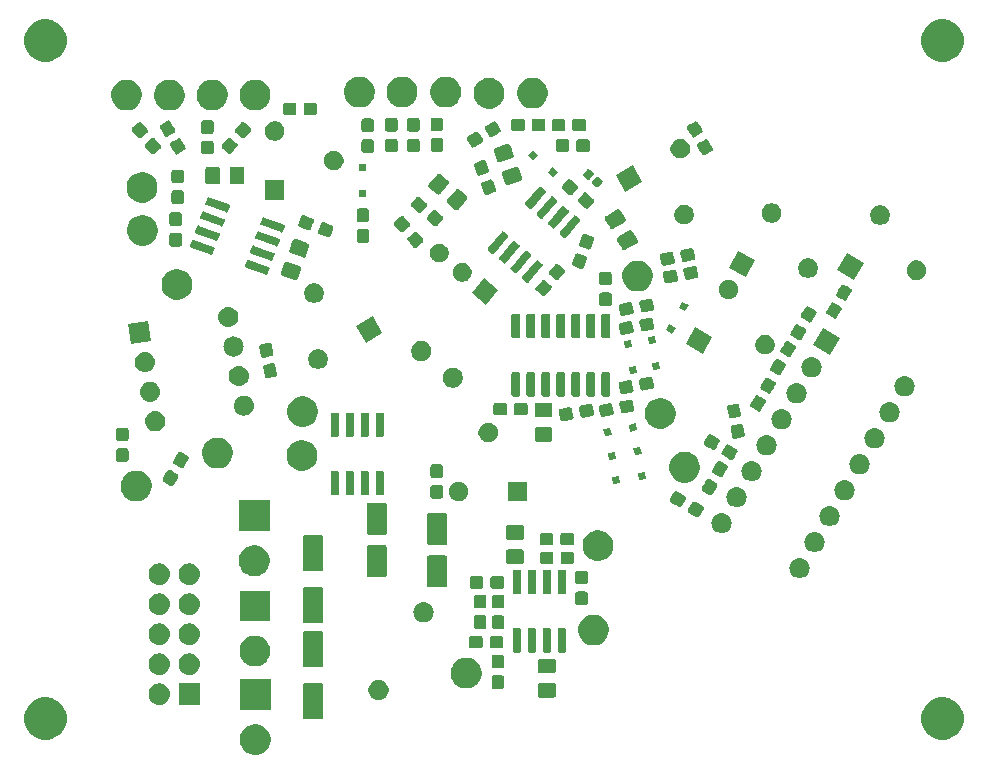
<source format=gbr>
G04 #@! TF.GenerationSoftware,KiCad,Pcbnew,(5.1.2-1)-1*
G04 #@! TF.CreationDate,2021-12-22T14:11:33-05:00*
G04 #@! TF.ProjectId,VCO - MFOS_SMD,56434f20-2d20-44d4-964f-535f534d442e,rev?*
G04 #@! TF.SameCoordinates,Original*
G04 #@! TF.FileFunction,Soldermask,Top*
G04 #@! TF.FilePolarity,Negative*
%FSLAX46Y46*%
G04 Gerber Fmt 4.6, Leading zero omitted, Abs format (unit mm)*
G04 Created by KiCad (PCBNEW (5.1.2-1)-1) date 2021-12-22 14:11:33*
%MOMM*%
%LPD*%
G04 APERTURE LIST*
%ADD10C,0.100000*%
G04 APERTURE END LIST*
D10*
G36*
X34148693Y-73935844D02*
G01*
X34385401Y-74033892D01*
X34385403Y-74033893D01*
X34598435Y-74176236D01*
X34779604Y-74357405D01*
X34911011Y-74554070D01*
X34921948Y-74570439D01*
X35019996Y-74807147D01*
X35069980Y-75058433D01*
X35069980Y-75314647D01*
X35019996Y-75565933D01*
X34921948Y-75802641D01*
X34921947Y-75802643D01*
X34779604Y-76015675D01*
X34598435Y-76196844D01*
X34385403Y-76339187D01*
X34385402Y-76339188D01*
X34385401Y-76339188D01*
X34148693Y-76437236D01*
X33897407Y-76487220D01*
X33641193Y-76487220D01*
X33389907Y-76437236D01*
X33153199Y-76339188D01*
X33153198Y-76339188D01*
X33153197Y-76339187D01*
X32940165Y-76196844D01*
X32758996Y-76015675D01*
X32616653Y-75802643D01*
X32616652Y-75802641D01*
X32518604Y-75565933D01*
X32468620Y-75314647D01*
X32468620Y-75058433D01*
X32518604Y-74807147D01*
X32616652Y-74570439D01*
X32627589Y-74554070D01*
X32758996Y-74357405D01*
X32940165Y-74176236D01*
X33153197Y-74033893D01*
X33153199Y-74033892D01*
X33389907Y-73935844D01*
X33641193Y-73885860D01*
X33897407Y-73885860D01*
X34148693Y-73935844D01*
X34148693Y-73935844D01*
G37*
G36*
X16527331Y-71674211D02*
G01*
X16855092Y-71809974D01*
X17150070Y-72007072D01*
X17400928Y-72257930D01*
X17598026Y-72552908D01*
X17733789Y-72880669D01*
X17803000Y-73228616D01*
X17803000Y-73583384D01*
X17733789Y-73931331D01*
X17598026Y-74259092D01*
X17400928Y-74554070D01*
X17150070Y-74804928D01*
X16855092Y-75002026D01*
X16527331Y-75137789D01*
X16179384Y-75207000D01*
X15824616Y-75207000D01*
X15476669Y-75137789D01*
X15148908Y-75002026D01*
X14853930Y-74804928D01*
X14603072Y-74554070D01*
X14405974Y-74259092D01*
X14270211Y-73931331D01*
X14201000Y-73583384D01*
X14201000Y-73228616D01*
X14270211Y-72880669D01*
X14405974Y-72552908D01*
X14603072Y-72257930D01*
X14853930Y-72007072D01*
X15148908Y-71809974D01*
X15476669Y-71674211D01*
X15824616Y-71605000D01*
X16179384Y-71605000D01*
X16527331Y-71674211D01*
X16527331Y-71674211D01*
G37*
G36*
X92473331Y-71674211D02*
G01*
X92801092Y-71809974D01*
X93096070Y-72007072D01*
X93346928Y-72257930D01*
X93544026Y-72552908D01*
X93679789Y-72880669D01*
X93749000Y-73228616D01*
X93749000Y-73583384D01*
X93679789Y-73931331D01*
X93544026Y-74259092D01*
X93346928Y-74554070D01*
X93096070Y-74804928D01*
X92801092Y-75002026D01*
X92473331Y-75137789D01*
X92125384Y-75207000D01*
X91770616Y-75207000D01*
X91422669Y-75137789D01*
X91094908Y-75002026D01*
X90799930Y-74804928D01*
X90549072Y-74554070D01*
X90351974Y-74259092D01*
X90216211Y-73931331D01*
X90147000Y-73583384D01*
X90147000Y-73228616D01*
X90216211Y-72880669D01*
X90351974Y-72552908D01*
X90549072Y-72257930D01*
X90799930Y-72007072D01*
X91094908Y-71809974D01*
X91422669Y-71674211D01*
X91770616Y-71605000D01*
X92125384Y-71605000D01*
X92473331Y-71674211D01*
X92473331Y-71674211D01*
G37*
G36*
X39369877Y-70368431D02*
G01*
X39403532Y-70378641D01*
X39434545Y-70395218D01*
X39461731Y-70417529D01*
X39484042Y-70444715D01*
X39500619Y-70475728D01*
X39510829Y-70509383D01*
X39514880Y-70550518D01*
X39514880Y-73280242D01*
X39510829Y-73321377D01*
X39500619Y-73355032D01*
X39484042Y-73386045D01*
X39461731Y-73413231D01*
X39434545Y-73435542D01*
X39403532Y-73452119D01*
X39369877Y-73462329D01*
X39328742Y-73466380D01*
X37999018Y-73466380D01*
X37957883Y-73462329D01*
X37924228Y-73452119D01*
X37893215Y-73435542D01*
X37866029Y-73413231D01*
X37843718Y-73386045D01*
X37827141Y-73355032D01*
X37816931Y-73321377D01*
X37812880Y-73280242D01*
X37812880Y-70550518D01*
X37816931Y-70509383D01*
X37827141Y-70475728D01*
X37843718Y-70444715D01*
X37866029Y-70417529D01*
X37893215Y-70395218D01*
X37924228Y-70378641D01*
X37957883Y-70368431D01*
X37999018Y-70364380D01*
X39328742Y-70364380D01*
X39369877Y-70368431D01*
X39369877Y-70368431D01*
G37*
G36*
X35069980Y-72677220D02*
G01*
X32468620Y-72677220D01*
X32468620Y-70075860D01*
X35069980Y-70075860D01*
X35069980Y-72677220D01*
X35069980Y-72677220D01*
G37*
G36*
X29111140Y-72263200D02*
G01*
X27281940Y-72263200D01*
X27281940Y-70434000D01*
X29111140Y-70434000D01*
X29111140Y-72263200D01*
X29111140Y-72263200D01*
G37*
G36*
X25835834Y-70447233D02*
G01*
X26008235Y-70499531D01*
X26167123Y-70584458D01*
X26306389Y-70698751D01*
X26420682Y-70838017D01*
X26505609Y-70996905D01*
X26557907Y-71169306D01*
X26575565Y-71348600D01*
X26557907Y-71527894D01*
X26505609Y-71700295D01*
X26420682Y-71859183D01*
X26306389Y-71998449D01*
X26167123Y-72112742D01*
X26008235Y-72197669D01*
X25835834Y-72249967D01*
X25701471Y-72263200D01*
X25611609Y-72263200D01*
X25477246Y-72249967D01*
X25304845Y-72197669D01*
X25145957Y-72112742D01*
X25006691Y-71998449D01*
X24892398Y-71859183D01*
X24807471Y-71700295D01*
X24755173Y-71527894D01*
X24737515Y-71348600D01*
X24755173Y-71169306D01*
X24807471Y-70996905D01*
X24892398Y-70838017D01*
X25006691Y-70698751D01*
X25145957Y-70584458D01*
X25304845Y-70499531D01*
X25477246Y-70447233D01*
X25611609Y-70434000D01*
X25701471Y-70434000D01*
X25835834Y-70447233D01*
X25835834Y-70447233D01*
G37*
G36*
X44454388Y-70177243D02*
G01*
X44609260Y-70241393D01*
X44748641Y-70334525D01*
X44867175Y-70453059D01*
X44960307Y-70592440D01*
X45024457Y-70747312D01*
X45057160Y-70911724D01*
X45057160Y-71079356D01*
X45024457Y-71243768D01*
X44960307Y-71398640D01*
X44867175Y-71538021D01*
X44748641Y-71656555D01*
X44609260Y-71749687D01*
X44454388Y-71813837D01*
X44289976Y-71846540D01*
X44122344Y-71846540D01*
X43957932Y-71813837D01*
X43803060Y-71749687D01*
X43663679Y-71656555D01*
X43545145Y-71538021D01*
X43452013Y-71398640D01*
X43387863Y-71243768D01*
X43355160Y-71079356D01*
X43355160Y-70911724D01*
X43387863Y-70747312D01*
X43452013Y-70592440D01*
X43545145Y-70453059D01*
X43663679Y-70334525D01*
X43803060Y-70241393D01*
X43957932Y-70177243D01*
X44122344Y-70144540D01*
X44289976Y-70144540D01*
X44454388Y-70177243D01*
X44454388Y-70177243D01*
G37*
G36*
X59046969Y-70379339D02*
G01*
X59084662Y-70390773D01*
X59119398Y-70409340D01*
X59149843Y-70434326D01*
X59174829Y-70464771D01*
X59193396Y-70499507D01*
X59204830Y-70537200D01*
X59209295Y-70582535D01*
X59209295Y-71419213D01*
X59204830Y-71464548D01*
X59193396Y-71502241D01*
X59174829Y-71536977D01*
X59149843Y-71567422D01*
X59119398Y-71592408D01*
X59084662Y-71610975D01*
X59046969Y-71622409D01*
X59001634Y-71626874D01*
X57914956Y-71626874D01*
X57869621Y-71622409D01*
X57831928Y-71610975D01*
X57797192Y-71592408D01*
X57766747Y-71567422D01*
X57741761Y-71536977D01*
X57723194Y-71502241D01*
X57711760Y-71464548D01*
X57707295Y-71419213D01*
X57707295Y-70582535D01*
X57711760Y-70537200D01*
X57723194Y-70499507D01*
X57741761Y-70464771D01*
X57766747Y-70434326D01*
X57797192Y-70409340D01*
X57831928Y-70390773D01*
X57869621Y-70379339D01*
X57914956Y-70374874D01*
X59001634Y-70374874D01*
X59046969Y-70379339D01*
X59046969Y-70379339D01*
G37*
G36*
X54669897Y-69756076D02*
G01*
X54707393Y-69767451D01*
X54741952Y-69785923D01*
X54772245Y-69810784D01*
X54797106Y-69841077D01*
X54815578Y-69875636D01*
X54826953Y-69913132D01*
X54831398Y-69958269D01*
X54831398Y-70696993D01*
X54826953Y-70742130D01*
X54815578Y-70779626D01*
X54797106Y-70814185D01*
X54772245Y-70844478D01*
X54741952Y-70869339D01*
X54707393Y-70887811D01*
X54669897Y-70899186D01*
X54624760Y-70903631D01*
X53986036Y-70903631D01*
X53940899Y-70899186D01*
X53903403Y-70887811D01*
X53868844Y-70869339D01*
X53838551Y-70844478D01*
X53813690Y-70814185D01*
X53795218Y-70779626D01*
X53783843Y-70742130D01*
X53779398Y-70696993D01*
X53779398Y-69958269D01*
X53783843Y-69913132D01*
X53795218Y-69875636D01*
X53813690Y-69841077D01*
X53838551Y-69810784D01*
X53868844Y-69785923D01*
X53903403Y-69767451D01*
X53940899Y-69756076D01*
X53986036Y-69751631D01*
X54624760Y-69751631D01*
X54669897Y-69756076D01*
X54669897Y-69756076D01*
G37*
G36*
X52005084Y-68300995D02*
G01*
X52206262Y-68384326D01*
X52241794Y-68399044D01*
X52454826Y-68541387D01*
X52635995Y-68722556D01*
X52772236Y-68926456D01*
X52778339Y-68935590D01*
X52876387Y-69172298D01*
X52926371Y-69423584D01*
X52926371Y-69679798D01*
X52876387Y-69931084D01*
X52787970Y-70144540D01*
X52778338Y-70167794D01*
X52635995Y-70380826D01*
X52454826Y-70561995D01*
X52241794Y-70704338D01*
X52241793Y-70704339D01*
X52241792Y-70704339D01*
X52005084Y-70802387D01*
X51753798Y-70852371D01*
X51497584Y-70852371D01*
X51246298Y-70802387D01*
X51009590Y-70704339D01*
X51009589Y-70704339D01*
X51009588Y-70704338D01*
X50796556Y-70561995D01*
X50615387Y-70380826D01*
X50473044Y-70167794D01*
X50463412Y-70144540D01*
X50374995Y-69931084D01*
X50325011Y-69679798D01*
X50325011Y-69423584D01*
X50374995Y-69172298D01*
X50473043Y-68935590D01*
X50479146Y-68926456D01*
X50615387Y-68722556D01*
X50796556Y-68541387D01*
X51009588Y-68399044D01*
X51045120Y-68384326D01*
X51246298Y-68300995D01*
X51497584Y-68251011D01*
X51753798Y-68251011D01*
X52005084Y-68300995D01*
X52005084Y-68300995D01*
G37*
G36*
X25835834Y-67907233D02*
G01*
X26008235Y-67959531D01*
X26167123Y-68044458D01*
X26306389Y-68158751D01*
X26420682Y-68298017D01*
X26505609Y-68456905D01*
X26557907Y-68629306D01*
X26575565Y-68808600D01*
X26557907Y-68987894D01*
X26505609Y-69160295D01*
X26420682Y-69319183D01*
X26306389Y-69458449D01*
X26167123Y-69572742D01*
X26008235Y-69657669D01*
X25835834Y-69709967D01*
X25701471Y-69723200D01*
X25611609Y-69723200D01*
X25477246Y-69709967D01*
X25304845Y-69657669D01*
X25145957Y-69572742D01*
X25006691Y-69458449D01*
X24892398Y-69319183D01*
X24807471Y-69160295D01*
X24755173Y-68987894D01*
X24737515Y-68808600D01*
X24755173Y-68629306D01*
X24807471Y-68456905D01*
X24892398Y-68298017D01*
X25006691Y-68158751D01*
X25145957Y-68044458D01*
X25304845Y-67959531D01*
X25477246Y-67907233D01*
X25611609Y-67894000D01*
X25701471Y-67894000D01*
X25835834Y-67907233D01*
X25835834Y-67907233D01*
G37*
G36*
X28375834Y-67907233D02*
G01*
X28548235Y-67959531D01*
X28707123Y-68044458D01*
X28846389Y-68158751D01*
X28960682Y-68298017D01*
X29045609Y-68456905D01*
X29097907Y-68629306D01*
X29115565Y-68808600D01*
X29097907Y-68987894D01*
X29045609Y-69160295D01*
X28960682Y-69319183D01*
X28846389Y-69458449D01*
X28707123Y-69572742D01*
X28548235Y-69657669D01*
X28375834Y-69709967D01*
X28241471Y-69723200D01*
X28151609Y-69723200D01*
X28017246Y-69709967D01*
X27844845Y-69657669D01*
X27685957Y-69572742D01*
X27546691Y-69458449D01*
X27432398Y-69319183D01*
X27347471Y-69160295D01*
X27295173Y-68987894D01*
X27277515Y-68808600D01*
X27295173Y-68629306D01*
X27347471Y-68456905D01*
X27432398Y-68298017D01*
X27546691Y-68158751D01*
X27685957Y-68044458D01*
X27844845Y-67959531D01*
X28017246Y-67907233D01*
X28151609Y-67894000D01*
X28241471Y-67894000D01*
X28375834Y-67907233D01*
X28375834Y-67907233D01*
G37*
G36*
X59046969Y-68329339D02*
G01*
X59084662Y-68340773D01*
X59119398Y-68359340D01*
X59149843Y-68384326D01*
X59174829Y-68414771D01*
X59193396Y-68449507D01*
X59204830Y-68487200D01*
X59209295Y-68532535D01*
X59209295Y-69369213D01*
X59204830Y-69414548D01*
X59193396Y-69452241D01*
X59174829Y-69486977D01*
X59149843Y-69517422D01*
X59119398Y-69542408D01*
X59084662Y-69560975D01*
X59046969Y-69572409D01*
X59001634Y-69576874D01*
X57914956Y-69576874D01*
X57869621Y-69572409D01*
X57831928Y-69560975D01*
X57797192Y-69542408D01*
X57766747Y-69517422D01*
X57741761Y-69486977D01*
X57723194Y-69452241D01*
X57711760Y-69414548D01*
X57707295Y-69369213D01*
X57707295Y-68532535D01*
X57711760Y-68487200D01*
X57723194Y-68449507D01*
X57741761Y-68414771D01*
X57766747Y-68384326D01*
X57797192Y-68359340D01*
X57831928Y-68340773D01*
X57869621Y-68329339D01*
X57914956Y-68324874D01*
X59001634Y-68324874D01*
X59046969Y-68329339D01*
X59046969Y-68329339D01*
G37*
G36*
X54669897Y-68006076D02*
G01*
X54707393Y-68017451D01*
X54741952Y-68035923D01*
X54772245Y-68060784D01*
X54797106Y-68091077D01*
X54815578Y-68125636D01*
X54826953Y-68163132D01*
X54831398Y-68208269D01*
X54831398Y-68946993D01*
X54826953Y-68992130D01*
X54815578Y-69029626D01*
X54797106Y-69064185D01*
X54772245Y-69094478D01*
X54741952Y-69119339D01*
X54707393Y-69137811D01*
X54669897Y-69149186D01*
X54624760Y-69153631D01*
X53986036Y-69153631D01*
X53940899Y-69149186D01*
X53903403Y-69137811D01*
X53868844Y-69119339D01*
X53838551Y-69094478D01*
X53813690Y-69064185D01*
X53795218Y-69029626D01*
X53783843Y-68992130D01*
X53779398Y-68946993D01*
X53779398Y-68208269D01*
X53783843Y-68163132D01*
X53795218Y-68125636D01*
X53813690Y-68091077D01*
X53838551Y-68060784D01*
X53868844Y-68035923D01*
X53903403Y-68017451D01*
X53940899Y-68006076D01*
X53986036Y-68001631D01*
X54624760Y-68001631D01*
X54669897Y-68006076D01*
X54669897Y-68006076D01*
G37*
G36*
X39369877Y-65968431D02*
G01*
X39403532Y-65978641D01*
X39434545Y-65995218D01*
X39461731Y-66017529D01*
X39484042Y-66044715D01*
X39500619Y-66075728D01*
X39510829Y-66109383D01*
X39514880Y-66150518D01*
X39514880Y-68880242D01*
X39510829Y-68921377D01*
X39500619Y-68955032D01*
X39484042Y-68986045D01*
X39461731Y-69013231D01*
X39434545Y-69035542D01*
X39403532Y-69052119D01*
X39369877Y-69062329D01*
X39328742Y-69066380D01*
X37999018Y-69066380D01*
X37957883Y-69062329D01*
X37924228Y-69052119D01*
X37893215Y-69035542D01*
X37866029Y-69013231D01*
X37843718Y-68986045D01*
X37827141Y-68955032D01*
X37816931Y-68921377D01*
X37812880Y-68880242D01*
X37812880Y-66150518D01*
X37816931Y-66109383D01*
X37827141Y-66075728D01*
X37843718Y-66044715D01*
X37866029Y-66017529D01*
X37893215Y-65995218D01*
X37924228Y-65978641D01*
X37957883Y-65968431D01*
X37999018Y-65964380D01*
X39328742Y-65964380D01*
X39369877Y-65968431D01*
X39369877Y-65968431D01*
G37*
G36*
X34118213Y-66425064D02*
G01*
X34354921Y-66523112D01*
X34354923Y-66523113D01*
X34567955Y-66665456D01*
X34749124Y-66846625D01*
X34891467Y-67059657D01*
X34891468Y-67059659D01*
X34989516Y-67296367D01*
X35039500Y-67547653D01*
X35039500Y-67803867D01*
X34989516Y-68055153D01*
X34902747Y-68264631D01*
X34891467Y-68291863D01*
X34749124Y-68504895D01*
X34567955Y-68686064D01*
X34354923Y-68828407D01*
X34354922Y-68828408D01*
X34354921Y-68828408D01*
X34118213Y-68926456D01*
X33866927Y-68976440D01*
X33610713Y-68976440D01*
X33359427Y-68926456D01*
X33122719Y-68828408D01*
X33122718Y-68828408D01*
X33122717Y-68828407D01*
X32909685Y-68686064D01*
X32728516Y-68504895D01*
X32586173Y-68291863D01*
X32574893Y-68264631D01*
X32488124Y-68055153D01*
X32438140Y-67803867D01*
X32438140Y-67547653D01*
X32488124Y-67296367D01*
X32586172Y-67059659D01*
X32586173Y-67059657D01*
X32728516Y-66846625D01*
X32909685Y-66665456D01*
X33122717Y-66523113D01*
X33122719Y-66523112D01*
X33359427Y-66425064D01*
X33610713Y-66375080D01*
X33866927Y-66375080D01*
X34118213Y-66425064D01*
X34118213Y-66425064D01*
G37*
G36*
X57445679Y-65763438D02*
G01*
X57466760Y-65769834D01*
X57486196Y-65780222D01*
X57503227Y-65794198D01*
X57517203Y-65811229D01*
X57527591Y-65830665D01*
X57533987Y-65851746D01*
X57536751Y-65879814D01*
X57536751Y-67693534D01*
X57533987Y-67721602D01*
X57527591Y-67742683D01*
X57517203Y-67762119D01*
X57503227Y-67779150D01*
X57486196Y-67793126D01*
X57466760Y-67803514D01*
X57445679Y-67809910D01*
X57417611Y-67812674D01*
X56953891Y-67812674D01*
X56925823Y-67809910D01*
X56904742Y-67803514D01*
X56885306Y-67793126D01*
X56868275Y-67779150D01*
X56854299Y-67762119D01*
X56843911Y-67742683D01*
X56837515Y-67721602D01*
X56834751Y-67693534D01*
X56834751Y-65879814D01*
X56837515Y-65851746D01*
X56843911Y-65830665D01*
X56854299Y-65811229D01*
X56868275Y-65794198D01*
X56885306Y-65780222D01*
X56904742Y-65769834D01*
X56925823Y-65763438D01*
X56953891Y-65760674D01*
X57417611Y-65760674D01*
X57445679Y-65763438D01*
X57445679Y-65763438D01*
G37*
G36*
X59985679Y-65763438D02*
G01*
X60006760Y-65769834D01*
X60026196Y-65780222D01*
X60043227Y-65794198D01*
X60057203Y-65811229D01*
X60067591Y-65830665D01*
X60073987Y-65851746D01*
X60076751Y-65879814D01*
X60076751Y-67693534D01*
X60073987Y-67721602D01*
X60067591Y-67742683D01*
X60057203Y-67762119D01*
X60043227Y-67779150D01*
X60026196Y-67793126D01*
X60006760Y-67803514D01*
X59985679Y-67809910D01*
X59957611Y-67812674D01*
X59493891Y-67812674D01*
X59465823Y-67809910D01*
X59444742Y-67803514D01*
X59425306Y-67793126D01*
X59408275Y-67779150D01*
X59394299Y-67762119D01*
X59383911Y-67742683D01*
X59377515Y-67721602D01*
X59374751Y-67693534D01*
X59374751Y-65879814D01*
X59377515Y-65851746D01*
X59383911Y-65830665D01*
X59394299Y-65811229D01*
X59408275Y-65794198D01*
X59425306Y-65780222D01*
X59444742Y-65769834D01*
X59465823Y-65763438D01*
X59493891Y-65760674D01*
X59957611Y-65760674D01*
X59985679Y-65763438D01*
X59985679Y-65763438D01*
G37*
G36*
X58715679Y-65763438D02*
G01*
X58736760Y-65769834D01*
X58756196Y-65780222D01*
X58773227Y-65794198D01*
X58787203Y-65811229D01*
X58797591Y-65830665D01*
X58803987Y-65851746D01*
X58806751Y-65879814D01*
X58806751Y-67693534D01*
X58803987Y-67721602D01*
X58797591Y-67742683D01*
X58787203Y-67762119D01*
X58773227Y-67779150D01*
X58756196Y-67793126D01*
X58736760Y-67803514D01*
X58715679Y-67809910D01*
X58687611Y-67812674D01*
X58223891Y-67812674D01*
X58195823Y-67809910D01*
X58174742Y-67803514D01*
X58155306Y-67793126D01*
X58138275Y-67779150D01*
X58124299Y-67762119D01*
X58113911Y-67742683D01*
X58107515Y-67721602D01*
X58104751Y-67693534D01*
X58104751Y-65879814D01*
X58107515Y-65851746D01*
X58113911Y-65830665D01*
X58124299Y-65811229D01*
X58138275Y-65794198D01*
X58155306Y-65780222D01*
X58174742Y-65769834D01*
X58195823Y-65763438D01*
X58223891Y-65760674D01*
X58687611Y-65760674D01*
X58715679Y-65763438D01*
X58715679Y-65763438D01*
G37*
G36*
X56175679Y-65763438D02*
G01*
X56196760Y-65769834D01*
X56216196Y-65780222D01*
X56233227Y-65794198D01*
X56247203Y-65811229D01*
X56257591Y-65830665D01*
X56263987Y-65851746D01*
X56266751Y-65879814D01*
X56266751Y-67693534D01*
X56263987Y-67721602D01*
X56257591Y-67742683D01*
X56247203Y-67762119D01*
X56233227Y-67779150D01*
X56216196Y-67793126D01*
X56196760Y-67803514D01*
X56175679Y-67809910D01*
X56147611Y-67812674D01*
X55683891Y-67812674D01*
X55655823Y-67809910D01*
X55634742Y-67803514D01*
X55615306Y-67793126D01*
X55598275Y-67779150D01*
X55584299Y-67762119D01*
X55573911Y-67742683D01*
X55567515Y-67721602D01*
X55564751Y-67693534D01*
X55564751Y-65879814D01*
X55567515Y-65851746D01*
X55573911Y-65830665D01*
X55584299Y-65811229D01*
X55598275Y-65794198D01*
X55615306Y-65780222D01*
X55634742Y-65769834D01*
X55655823Y-65763438D01*
X55683891Y-65760674D01*
X56147611Y-65760674D01*
X56175679Y-65763438D01*
X56175679Y-65763438D01*
G37*
G36*
X54614454Y-66416475D02*
G01*
X54651950Y-66427850D01*
X54686509Y-66446322D01*
X54716802Y-66471183D01*
X54741663Y-66501476D01*
X54760135Y-66536035D01*
X54771510Y-66573531D01*
X54775955Y-66618668D01*
X54775955Y-67257392D01*
X54771510Y-67302529D01*
X54760135Y-67340025D01*
X54741663Y-67374584D01*
X54716802Y-67404877D01*
X54686509Y-67429738D01*
X54651950Y-67448210D01*
X54614454Y-67459585D01*
X54569317Y-67464030D01*
X53830593Y-67464030D01*
X53785456Y-67459585D01*
X53747960Y-67448210D01*
X53713401Y-67429738D01*
X53683108Y-67404877D01*
X53658247Y-67374584D01*
X53639775Y-67340025D01*
X53628400Y-67302529D01*
X53623955Y-67257392D01*
X53623955Y-66618668D01*
X53628400Y-66573531D01*
X53639775Y-66536035D01*
X53658247Y-66501476D01*
X53683108Y-66471183D01*
X53713401Y-66446322D01*
X53747960Y-66427850D01*
X53785456Y-66416475D01*
X53830593Y-66412030D01*
X54569317Y-66412030D01*
X54614454Y-66416475D01*
X54614454Y-66416475D01*
G37*
G36*
X52864454Y-66416475D02*
G01*
X52901950Y-66427850D01*
X52936509Y-66446322D01*
X52966802Y-66471183D01*
X52991663Y-66501476D01*
X53010135Y-66536035D01*
X53021510Y-66573531D01*
X53025955Y-66618668D01*
X53025955Y-67257392D01*
X53021510Y-67302529D01*
X53010135Y-67340025D01*
X52991663Y-67374584D01*
X52966802Y-67404877D01*
X52936509Y-67429738D01*
X52901950Y-67448210D01*
X52864454Y-67459585D01*
X52819317Y-67464030D01*
X52080593Y-67464030D01*
X52035456Y-67459585D01*
X51997960Y-67448210D01*
X51963401Y-67429738D01*
X51933108Y-67404877D01*
X51908247Y-67374584D01*
X51889775Y-67340025D01*
X51878400Y-67302529D01*
X51873955Y-67257392D01*
X51873955Y-66618668D01*
X51878400Y-66573531D01*
X51889775Y-66536035D01*
X51908247Y-66501476D01*
X51933108Y-66471183D01*
X51963401Y-66446322D01*
X51997960Y-66427850D01*
X52035456Y-66416475D01*
X52080593Y-66412030D01*
X52819317Y-66412030D01*
X52864454Y-66416475D01*
X52864454Y-66416475D01*
G37*
G36*
X62790508Y-64651155D02*
G01*
X62965569Y-64723668D01*
X63027218Y-64749204D01*
X63240250Y-64891547D01*
X63421419Y-65072716D01*
X63563762Y-65285748D01*
X63563763Y-65285750D01*
X63661811Y-65522458D01*
X63711795Y-65773744D01*
X63711795Y-66029958D01*
X63661811Y-66281244D01*
X63563763Y-66517952D01*
X63563762Y-66517954D01*
X63421419Y-66730986D01*
X63240250Y-66912155D01*
X63027218Y-67054498D01*
X63027217Y-67054499D01*
X63027216Y-67054499D01*
X62790508Y-67152547D01*
X62539222Y-67202531D01*
X62283008Y-67202531D01*
X62031722Y-67152547D01*
X61795014Y-67054499D01*
X61795013Y-67054499D01*
X61795012Y-67054498D01*
X61581980Y-66912155D01*
X61400811Y-66730986D01*
X61258468Y-66517954D01*
X61258467Y-66517952D01*
X61160419Y-66281244D01*
X61110435Y-66029958D01*
X61110435Y-65773744D01*
X61160419Y-65522458D01*
X61258467Y-65285750D01*
X61258468Y-65285748D01*
X61400811Y-65072716D01*
X61581980Y-64891547D01*
X61795012Y-64749204D01*
X61856661Y-64723668D01*
X62031722Y-64651155D01*
X62283008Y-64601171D01*
X62539222Y-64601171D01*
X62790508Y-64651155D01*
X62790508Y-64651155D01*
G37*
G36*
X28375834Y-65367233D02*
G01*
X28548235Y-65419531D01*
X28707123Y-65504458D01*
X28846389Y-65618751D01*
X28960682Y-65758017D01*
X29045609Y-65916905D01*
X29097907Y-66089306D01*
X29115565Y-66268600D01*
X29097907Y-66447894D01*
X29045609Y-66620295D01*
X28960682Y-66779183D01*
X28846389Y-66918449D01*
X28707123Y-67032742D01*
X28548235Y-67117669D01*
X28375834Y-67169967D01*
X28241471Y-67183200D01*
X28151609Y-67183200D01*
X28017246Y-67169967D01*
X27844845Y-67117669D01*
X27685957Y-67032742D01*
X27546691Y-66918449D01*
X27432398Y-66779183D01*
X27347471Y-66620295D01*
X27295173Y-66447894D01*
X27277515Y-66268600D01*
X27295173Y-66089306D01*
X27347471Y-65916905D01*
X27432398Y-65758017D01*
X27546691Y-65618751D01*
X27685957Y-65504458D01*
X27844845Y-65419531D01*
X28017246Y-65367233D01*
X28151609Y-65354000D01*
X28241471Y-65354000D01*
X28375834Y-65367233D01*
X28375834Y-65367233D01*
G37*
G36*
X25835834Y-65367233D02*
G01*
X26008235Y-65419531D01*
X26167123Y-65504458D01*
X26306389Y-65618751D01*
X26420682Y-65758017D01*
X26505609Y-65916905D01*
X26557907Y-66089306D01*
X26575565Y-66268600D01*
X26557907Y-66447894D01*
X26505609Y-66620295D01*
X26420682Y-66779183D01*
X26306389Y-66918449D01*
X26167123Y-67032742D01*
X26008235Y-67117669D01*
X25835834Y-67169967D01*
X25701471Y-67183200D01*
X25611609Y-67183200D01*
X25477246Y-67169967D01*
X25304845Y-67117669D01*
X25145957Y-67032742D01*
X25006691Y-66918449D01*
X24892398Y-66779183D01*
X24807471Y-66620295D01*
X24755173Y-66447894D01*
X24737515Y-66268600D01*
X24755173Y-66089306D01*
X24807471Y-65916905D01*
X24892398Y-65758017D01*
X25006691Y-65618751D01*
X25145957Y-65504458D01*
X25304845Y-65419531D01*
X25477246Y-65367233D01*
X25611609Y-65354000D01*
X25701471Y-65354000D01*
X25835834Y-65367233D01*
X25835834Y-65367233D01*
G37*
G36*
X54695292Y-64673540D02*
G01*
X54732788Y-64684915D01*
X54767347Y-64703387D01*
X54797640Y-64728248D01*
X54822501Y-64758541D01*
X54840973Y-64793100D01*
X54852348Y-64830596D01*
X54856793Y-64875733D01*
X54856793Y-65614457D01*
X54852348Y-65659594D01*
X54840973Y-65697090D01*
X54822501Y-65731649D01*
X54797640Y-65761942D01*
X54767347Y-65786803D01*
X54732788Y-65805275D01*
X54695292Y-65816650D01*
X54650155Y-65821095D01*
X54011431Y-65821095D01*
X53966294Y-65816650D01*
X53928798Y-65805275D01*
X53894239Y-65786803D01*
X53863946Y-65761942D01*
X53839085Y-65731649D01*
X53820613Y-65697090D01*
X53809238Y-65659594D01*
X53804793Y-65614457D01*
X53804793Y-64875733D01*
X53809238Y-64830596D01*
X53820613Y-64793100D01*
X53839085Y-64758541D01*
X53863946Y-64728248D01*
X53894239Y-64703387D01*
X53928798Y-64684915D01*
X53966294Y-64673540D01*
X54011431Y-64669095D01*
X54650155Y-64669095D01*
X54695292Y-64673540D01*
X54695292Y-64673540D01*
G37*
G36*
X53171294Y-64665918D02*
G01*
X53208790Y-64677293D01*
X53243349Y-64695765D01*
X53273642Y-64720626D01*
X53298503Y-64750919D01*
X53316975Y-64785478D01*
X53328350Y-64822974D01*
X53332795Y-64868111D01*
X53332795Y-65606835D01*
X53328350Y-65651972D01*
X53316975Y-65689468D01*
X53298503Y-65724027D01*
X53273642Y-65754320D01*
X53243349Y-65779181D01*
X53208790Y-65797653D01*
X53171294Y-65809028D01*
X53126157Y-65813473D01*
X52487433Y-65813473D01*
X52442296Y-65809028D01*
X52404800Y-65797653D01*
X52370241Y-65779181D01*
X52339948Y-65754320D01*
X52315087Y-65724027D01*
X52296615Y-65689468D01*
X52285240Y-65651972D01*
X52280795Y-65606835D01*
X52280795Y-64868111D01*
X52285240Y-64822974D01*
X52296615Y-64785478D01*
X52315087Y-64750919D01*
X52339948Y-64720626D01*
X52370241Y-64695765D01*
X52404800Y-64677293D01*
X52442296Y-64665918D01*
X52487433Y-64661473D01*
X53126157Y-64661473D01*
X53171294Y-64665918D01*
X53171294Y-64665918D01*
G37*
G36*
X39369877Y-62242971D02*
G01*
X39403532Y-62253181D01*
X39434545Y-62269758D01*
X39461731Y-62292069D01*
X39484042Y-62319255D01*
X39500619Y-62350268D01*
X39510829Y-62383923D01*
X39514880Y-62425058D01*
X39514880Y-65154782D01*
X39510829Y-65195917D01*
X39500619Y-65229572D01*
X39484042Y-65260585D01*
X39461731Y-65287771D01*
X39434545Y-65310082D01*
X39403532Y-65326659D01*
X39369877Y-65336869D01*
X39328742Y-65340920D01*
X37999018Y-65340920D01*
X37957883Y-65336869D01*
X37924228Y-65326659D01*
X37893215Y-65310082D01*
X37866029Y-65287771D01*
X37843718Y-65260585D01*
X37827141Y-65229572D01*
X37816931Y-65195917D01*
X37812880Y-65154782D01*
X37812880Y-62425058D01*
X37816931Y-62383923D01*
X37827141Y-62350268D01*
X37843718Y-62319255D01*
X37866029Y-62292069D01*
X37893215Y-62269758D01*
X37924228Y-62253181D01*
X37957883Y-62242971D01*
X37999018Y-62238920D01*
X39328742Y-62238920D01*
X39369877Y-62242971D01*
X39369877Y-62242971D01*
G37*
G36*
X48182983Y-63557739D02*
G01*
X48343402Y-63606402D01*
X48467448Y-63672706D01*
X48491238Y-63685422D01*
X48620819Y-63791767D01*
X48727164Y-63921348D01*
X48727165Y-63921350D01*
X48806184Y-64069184D01*
X48854847Y-64229603D01*
X48871277Y-64396426D01*
X48854847Y-64563249D01*
X48806184Y-64723668D01*
X48753104Y-64822974D01*
X48727164Y-64871504D01*
X48620819Y-65001085D01*
X48491238Y-65107430D01*
X48491236Y-65107431D01*
X48343402Y-65186450D01*
X48182983Y-65235113D01*
X48057964Y-65247426D01*
X47974356Y-65247426D01*
X47849337Y-65235113D01*
X47688918Y-65186450D01*
X47541084Y-65107431D01*
X47541082Y-65107430D01*
X47411501Y-65001085D01*
X47305156Y-64871504D01*
X47279216Y-64822974D01*
X47226136Y-64723668D01*
X47177473Y-64563249D01*
X47161043Y-64396426D01*
X47177473Y-64229603D01*
X47226136Y-64069184D01*
X47305155Y-63921350D01*
X47305156Y-63921348D01*
X47411501Y-63791767D01*
X47541082Y-63685422D01*
X47564872Y-63672706D01*
X47688918Y-63606402D01*
X47849337Y-63557739D01*
X47974356Y-63545426D01*
X48057964Y-63545426D01*
X48182983Y-63557739D01*
X48182983Y-63557739D01*
G37*
G36*
X35039500Y-65166440D02*
G01*
X32438140Y-65166440D01*
X32438140Y-62565080D01*
X35039500Y-62565080D01*
X35039500Y-65166440D01*
X35039500Y-65166440D01*
G37*
G36*
X25835834Y-62827233D02*
G01*
X26008235Y-62879531D01*
X26167123Y-62964458D01*
X26306389Y-63078751D01*
X26420682Y-63218017D01*
X26505609Y-63376905D01*
X26557907Y-63549306D01*
X26575565Y-63728600D01*
X26557907Y-63907894D01*
X26505609Y-64080295D01*
X26420682Y-64239183D01*
X26306389Y-64378449D01*
X26167123Y-64492742D01*
X26008235Y-64577669D01*
X25835834Y-64629967D01*
X25701471Y-64643200D01*
X25611609Y-64643200D01*
X25477246Y-64629967D01*
X25304845Y-64577669D01*
X25145957Y-64492742D01*
X25006691Y-64378449D01*
X24892398Y-64239183D01*
X24807471Y-64080295D01*
X24755173Y-63907894D01*
X24737515Y-63728600D01*
X24755173Y-63549306D01*
X24807471Y-63376905D01*
X24892398Y-63218017D01*
X25006691Y-63078751D01*
X25145957Y-62964458D01*
X25304845Y-62879531D01*
X25477246Y-62827233D01*
X25611609Y-62814000D01*
X25701471Y-62814000D01*
X25835834Y-62827233D01*
X25835834Y-62827233D01*
G37*
G36*
X28375834Y-62827233D02*
G01*
X28548235Y-62879531D01*
X28707123Y-62964458D01*
X28846389Y-63078751D01*
X28960682Y-63218017D01*
X29045609Y-63376905D01*
X29097907Y-63549306D01*
X29115565Y-63728600D01*
X29097907Y-63907894D01*
X29045609Y-64080295D01*
X28960682Y-64239183D01*
X28846389Y-64378449D01*
X28707123Y-64492742D01*
X28548235Y-64577669D01*
X28375834Y-64629967D01*
X28241471Y-64643200D01*
X28151609Y-64643200D01*
X28017246Y-64629967D01*
X27844845Y-64577669D01*
X27685957Y-64492742D01*
X27546691Y-64378449D01*
X27432398Y-64239183D01*
X27347471Y-64080295D01*
X27295173Y-63907894D01*
X27277515Y-63728600D01*
X27295173Y-63549306D01*
X27347471Y-63376905D01*
X27432398Y-63218017D01*
X27546691Y-63078751D01*
X27685957Y-62964458D01*
X27844845Y-62879531D01*
X28017246Y-62827233D01*
X28151609Y-62814000D01*
X28241471Y-62814000D01*
X28375834Y-62827233D01*
X28375834Y-62827233D01*
G37*
G36*
X54695292Y-62923540D02*
G01*
X54732788Y-62934915D01*
X54767347Y-62953387D01*
X54797640Y-62978248D01*
X54822501Y-63008541D01*
X54840973Y-63043100D01*
X54852348Y-63080596D01*
X54856793Y-63125733D01*
X54856793Y-63864457D01*
X54852348Y-63909594D01*
X54840973Y-63947090D01*
X54822501Y-63981649D01*
X54797640Y-64011942D01*
X54767347Y-64036803D01*
X54732788Y-64055275D01*
X54695292Y-64066650D01*
X54650155Y-64071095D01*
X54011431Y-64071095D01*
X53966294Y-64066650D01*
X53928798Y-64055275D01*
X53894239Y-64036803D01*
X53863946Y-64011942D01*
X53839085Y-63981649D01*
X53820613Y-63947090D01*
X53809238Y-63909594D01*
X53804793Y-63864457D01*
X53804793Y-63125733D01*
X53809238Y-63080596D01*
X53820613Y-63043100D01*
X53839085Y-63008541D01*
X53863946Y-62978248D01*
X53894239Y-62953387D01*
X53928798Y-62934915D01*
X53966294Y-62923540D01*
X54011431Y-62919095D01*
X54650155Y-62919095D01*
X54695292Y-62923540D01*
X54695292Y-62923540D01*
G37*
G36*
X53171294Y-62915918D02*
G01*
X53208790Y-62927293D01*
X53243349Y-62945765D01*
X53273642Y-62970626D01*
X53298503Y-63000919D01*
X53316975Y-63035478D01*
X53328350Y-63072974D01*
X53332795Y-63118111D01*
X53332795Y-63856835D01*
X53328350Y-63901972D01*
X53316975Y-63939468D01*
X53298503Y-63974027D01*
X53273642Y-64004320D01*
X53243349Y-64029181D01*
X53208790Y-64047653D01*
X53171294Y-64059028D01*
X53126157Y-64063473D01*
X52487433Y-64063473D01*
X52442296Y-64059028D01*
X52404800Y-64047653D01*
X52370241Y-64029181D01*
X52339948Y-64004320D01*
X52315087Y-63974027D01*
X52296615Y-63939468D01*
X52285240Y-63901972D01*
X52280795Y-63856835D01*
X52280795Y-63118111D01*
X52285240Y-63072974D01*
X52296615Y-63035478D01*
X52315087Y-63000919D01*
X52339948Y-62970626D01*
X52370241Y-62945765D01*
X52404800Y-62927293D01*
X52442296Y-62915918D01*
X52487433Y-62911473D01*
X53126157Y-62911473D01*
X53171294Y-62915918D01*
X53171294Y-62915918D01*
G37*
G36*
X61756492Y-62649156D02*
G01*
X61793988Y-62660531D01*
X61828547Y-62679003D01*
X61858840Y-62703864D01*
X61883701Y-62734157D01*
X61902173Y-62768716D01*
X61913548Y-62806212D01*
X61917993Y-62851349D01*
X61917993Y-63590073D01*
X61913548Y-63635210D01*
X61902173Y-63672706D01*
X61883701Y-63707265D01*
X61858840Y-63737558D01*
X61828547Y-63762419D01*
X61793988Y-63780891D01*
X61756492Y-63792266D01*
X61711355Y-63796711D01*
X61072631Y-63796711D01*
X61027494Y-63792266D01*
X60989998Y-63780891D01*
X60955439Y-63762419D01*
X60925146Y-63737558D01*
X60900285Y-63707265D01*
X60881813Y-63672706D01*
X60870438Y-63635210D01*
X60865993Y-63590073D01*
X60865993Y-62851349D01*
X60870438Y-62806212D01*
X60881813Y-62768716D01*
X60900285Y-62734157D01*
X60925146Y-62703864D01*
X60955439Y-62679003D01*
X60989998Y-62660531D01*
X61027494Y-62649156D01*
X61072631Y-62644711D01*
X61711355Y-62644711D01*
X61756492Y-62649156D01*
X61756492Y-62649156D01*
G37*
G36*
X59985679Y-60813438D02*
G01*
X60006760Y-60819834D01*
X60026196Y-60830222D01*
X60043227Y-60844198D01*
X60057203Y-60861229D01*
X60067591Y-60880665D01*
X60073987Y-60901746D01*
X60076751Y-60929814D01*
X60076751Y-62743534D01*
X60073987Y-62771602D01*
X60067591Y-62792683D01*
X60057203Y-62812119D01*
X60043227Y-62829150D01*
X60026196Y-62843126D01*
X60006760Y-62853514D01*
X59985679Y-62859910D01*
X59957611Y-62862674D01*
X59493891Y-62862674D01*
X59465823Y-62859910D01*
X59444742Y-62853514D01*
X59425306Y-62843126D01*
X59408275Y-62829150D01*
X59394299Y-62812119D01*
X59383911Y-62792683D01*
X59377515Y-62771602D01*
X59374751Y-62743534D01*
X59374751Y-60929814D01*
X59377515Y-60901746D01*
X59383911Y-60880665D01*
X59394299Y-60861229D01*
X59408275Y-60844198D01*
X59425306Y-60830222D01*
X59444742Y-60819834D01*
X59465823Y-60813438D01*
X59493891Y-60810674D01*
X59957611Y-60810674D01*
X59985679Y-60813438D01*
X59985679Y-60813438D01*
G37*
G36*
X58715679Y-60813438D02*
G01*
X58736760Y-60819834D01*
X58756196Y-60830222D01*
X58773227Y-60844198D01*
X58787203Y-60861229D01*
X58797591Y-60880665D01*
X58803987Y-60901746D01*
X58806751Y-60929814D01*
X58806751Y-62743534D01*
X58803987Y-62771602D01*
X58797591Y-62792683D01*
X58787203Y-62812119D01*
X58773227Y-62829150D01*
X58756196Y-62843126D01*
X58736760Y-62853514D01*
X58715679Y-62859910D01*
X58687611Y-62862674D01*
X58223891Y-62862674D01*
X58195823Y-62859910D01*
X58174742Y-62853514D01*
X58155306Y-62843126D01*
X58138275Y-62829150D01*
X58124299Y-62812119D01*
X58113911Y-62792683D01*
X58107515Y-62771602D01*
X58104751Y-62743534D01*
X58104751Y-60929814D01*
X58107515Y-60901746D01*
X58113911Y-60880665D01*
X58124299Y-60861229D01*
X58138275Y-60844198D01*
X58155306Y-60830222D01*
X58174742Y-60819834D01*
X58195823Y-60813438D01*
X58223891Y-60810674D01*
X58687611Y-60810674D01*
X58715679Y-60813438D01*
X58715679Y-60813438D01*
G37*
G36*
X56175679Y-60813438D02*
G01*
X56196760Y-60819834D01*
X56216196Y-60830222D01*
X56233227Y-60844198D01*
X56247203Y-60861229D01*
X56257591Y-60880665D01*
X56263987Y-60901746D01*
X56266751Y-60929814D01*
X56266751Y-62743534D01*
X56263987Y-62771602D01*
X56257591Y-62792683D01*
X56247203Y-62812119D01*
X56233227Y-62829150D01*
X56216196Y-62843126D01*
X56196760Y-62853514D01*
X56175679Y-62859910D01*
X56147611Y-62862674D01*
X55683891Y-62862674D01*
X55655823Y-62859910D01*
X55634742Y-62853514D01*
X55615306Y-62843126D01*
X55598275Y-62829150D01*
X55584299Y-62812119D01*
X55573911Y-62792683D01*
X55567515Y-62771602D01*
X55564751Y-62743534D01*
X55564751Y-60929814D01*
X55567515Y-60901746D01*
X55573911Y-60880665D01*
X55584299Y-60861229D01*
X55598275Y-60844198D01*
X55615306Y-60830222D01*
X55634742Y-60819834D01*
X55655823Y-60813438D01*
X55683891Y-60810674D01*
X56147611Y-60810674D01*
X56175679Y-60813438D01*
X56175679Y-60813438D01*
G37*
G36*
X57445679Y-60813438D02*
G01*
X57466760Y-60819834D01*
X57486196Y-60830222D01*
X57503227Y-60844198D01*
X57517203Y-60861229D01*
X57527591Y-60880665D01*
X57533987Y-60901746D01*
X57536751Y-60929814D01*
X57536751Y-62743534D01*
X57533987Y-62771602D01*
X57527591Y-62792683D01*
X57517203Y-62812119D01*
X57503227Y-62829150D01*
X57486196Y-62843126D01*
X57466760Y-62853514D01*
X57445679Y-62859910D01*
X57417611Y-62862674D01*
X56953891Y-62862674D01*
X56925823Y-62859910D01*
X56904742Y-62853514D01*
X56885306Y-62843126D01*
X56868275Y-62829150D01*
X56854299Y-62812119D01*
X56843911Y-62792683D01*
X56837515Y-62771602D01*
X56834751Y-62743534D01*
X56834751Y-60929814D01*
X56837515Y-60901746D01*
X56843911Y-60880665D01*
X56854299Y-60861229D01*
X56868275Y-60844198D01*
X56885306Y-60830222D01*
X56904742Y-60819834D01*
X56925823Y-60813438D01*
X56953891Y-60810674D01*
X57417611Y-60810674D01*
X57445679Y-60813438D01*
X57445679Y-60813438D01*
G37*
G36*
X54667795Y-61359341D02*
G01*
X54705291Y-61370716D01*
X54739850Y-61389188D01*
X54770143Y-61414049D01*
X54795004Y-61444342D01*
X54813476Y-61478901D01*
X54824851Y-61516397D01*
X54829296Y-61561534D01*
X54829296Y-62200258D01*
X54824851Y-62245395D01*
X54813476Y-62282891D01*
X54795004Y-62317450D01*
X54770143Y-62347743D01*
X54739850Y-62372604D01*
X54705291Y-62391076D01*
X54667795Y-62402451D01*
X54622658Y-62406896D01*
X53883934Y-62406896D01*
X53838797Y-62402451D01*
X53801301Y-62391076D01*
X53766742Y-62372604D01*
X53736449Y-62347743D01*
X53711588Y-62317450D01*
X53693116Y-62282891D01*
X53681741Y-62245395D01*
X53677296Y-62200258D01*
X53677296Y-61561534D01*
X53681741Y-61516397D01*
X53693116Y-61478901D01*
X53711588Y-61444342D01*
X53736449Y-61414049D01*
X53766742Y-61389188D01*
X53801301Y-61370716D01*
X53838797Y-61359341D01*
X53883934Y-61354896D01*
X54622658Y-61354896D01*
X54667795Y-61359341D01*
X54667795Y-61359341D01*
G37*
G36*
X52917795Y-61359341D02*
G01*
X52955291Y-61370716D01*
X52989850Y-61389188D01*
X53020143Y-61414049D01*
X53045004Y-61444342D01*
X53063476Y-61478901D01*
X53074851Y-61516397D01*
X53079296Y-61561534D01*
X53079296Y-62200258D01*
X53074851Y-62245395D01*
X53063476Y-62282891D01*
X53045004Y-62317450D01*
X53020143Y-62347743D01*
X52989850Y-62372604D01*
X52955291Y-62391076D01*
X52917795Y-62402451D01*
X52872658Y-62406896D01*
X52133934Y-62406896D01*
X52088797Y-62402451D01*
X52051301Y-62391076D01*
X52016742Y-62372604D01*
X51986449Y-62347743D01*
X51961588Y-62317450D01*
X51943116Y-62282891D01*
X51931741Y-62245395D01*
X51927296Y-62200258D01*
X51927296Y-61561534D01*
X51931741Y-61516397D01*
X51943116Y-61478901D01*
X51961588Y-61444342D01*
X51986449Y-61414049D01*
X52016742Y-61389188D01*
X52051301Y-61370716D01*
X52088797Y-61359341D01*
X52133934Y-61354896D01*
X52872658Y-61354896D01*
X52917795Y-61359341D01*
X52917795Y-61359341D01*
G37*
G36*
X49872777Y-59599491D02*
G01*
X49906432Y-59609701D01*
X49937445Y-59626278D01*
X49964631Y-59648589D01*
X49986942Y-59675775D01*
X50003519Y-59706788D01*
X50013729Y-59740443D01*
X50017780Y-59781578D01*
X50017780Y-62111302D01*
X50013729Y-62152437D01*
X50003519Y-62186092D01*
X49986942Y-62217105D01*
X49964631Y-62244291D01*
X49937445Y-62266602D01*
X49906432Y-62283179D01*
X49872777Y-62293389D01*
X49831642Y-62297440D01*
X48501918Y-62297440D01*
X48460783Y-62293389D01*
X48427128Y-62283179D01*
X48396115Y-62266602D01*
X48368929Y-62244291D01*
X48346618Y-62217105D01*
X48330041Y-62186092D01*
X48319831Y-62152437D01*
X48315780Y-62111302D01*
X48315780Y-59781578D01*
X48319831Y-59740443D01*
X48330041Y-59706788D01*
X48346618Y-59675775D01*
X48368929Y-59648589D01*
X48396115Y-59626278D01*
X48427128Y-59609701D01*
X48460783Y-59599491D01*
X48501918Y-59595440D01*
X49831642Y-59595440D01*
X49872777Y-59599491D01*
X49872777Y-59599491D01*
G37*
G36*
X28375834Y-60287233D02*
G01*
X28548235Y-60339531D01*
X28707123Y-60424458D01*
X28846389Y-60538751D01*
X28960682Y-60678017D01*
X29045609Y-60836905D01*
X29097907Y-61009306D01*
X29115565Y-61188600D01*
X29097907Y-61367894D01*
X29045609Y-61540295D01*
X28960682Y-61699183D01*
X28846389Y-61838449D01*
X28707123Y-61952742D01*
X28548235Y-62037669D01*
X28375834Y-62089967D01*
X28241471Y-62103200D01*
X28151609Y-62103200D01*
X28017246Y-62089967D01*
X27844845Y-62037669D01*
X27685957Y-61952742D01*
X27546691Y-61838449D01*
X27432398Y-61699183D01*
X27347471Y-61540295D01*
X27295173Y-61367894D01*
X27277515Y-61188600D01*
X27295173Y-61009306D01*
X27347471Y-60836905D01*
X27432398Y-60678017D01*
X27546691Y-60538751D01*
X27685957Y-60424458D01*
X27844845Y-60339531D01*
X28017246Y-60287233D01*
X28151609Y-60274000D01*
X28241471Y-60274000D01*
X28375834Y-60287233D01*
X28375834Y-60287233D01*
G37*
G36*
X25835834Y-60287233D02*
G01*
X26008235Y-60339531D01*
X26167123Y-60424458D01*
X26306389Y-60538751D01*
X26420682Y-60678017D01*
X26505609Y-60836905D01*
X26557907Y-61009306D01*
X26575565Y-61188600D01*
X26557907Y-61367894D01*
X26505609Y-61540295D01*
X26420682Y-61699183D01*
X26306389Y-61838449D01*
X26167123Y-61952742D01*
X26008235Y-62037669D01*
X25835834Y-62089967D01*
X25701471Y-62103200D01*
X25611609Y-62103200D01*
X25477246Y-62089967D01*
X25304845Y-62037669D01*
X25145957Y-61952742D01*
X25006691Y-61838449D01*
X24892398Y-61699183D01*
X24807471Y-61540295D01*
X24755173Y-61367894D01*
X24737515Y-61188600D01*
X24755173Y-61009306D01*
X24807471Y-60836905D01*
X24892398Y-60678017D01*
X25006691Y-60538751D01*
X25145957Y-60424458D01*
X25304845Y-60339531D01*
X25477246Y-60287233D01*
X25611609Y-60274000D01*
X25701471Y-60274000D01*
X25835834Y-60287233D01*
X25835834Y-60287233D01*
G37*
G36*
X61756492Y-60899156D02*
G01*
X61793988Y-60910531D01*
X61828547Y-60929003D01*
X61858840Y-60953864D01*
X61883701Y-60984157D01*
X61902173Y-61018716D01*
X61913548Y-61056212D01*
X61917993Y-61101349D01*
X61917993Y-61840073D01*
X61913548Y-61885210D01*
X61902173Y-61922706D01*
X61883701Y-61957265D01*
X61858840Y-61987558D01*
X61828547Y-62012419D01*
X61793988Y-62030891D01*
X61756492Y-62042266D01*
X61711355Y-62046711D01*
X61072631Y-62046711D01*
X61027494Y-62042266D01*
X60989998Y-62030891D01*
X60955439Y-62012419D01*
X60925146Y-61987558D01*
X60900285Y-61957265D01*
X60881813Y-61922706D01*
X60870438Y-61885210D01*
X60865993Y-61840073D01*
X60865993Y-61101349D01*
X60870438Y-61056212D01*
X60881813Y-61018716D01*
X60900285Y-60984157D01*
X60925146Y-60953864D01*
X60955439Y-60929003D01*
X60989998Y-60910531D01*
X61027494Y-60899156D01*
X61072631Y-60894711D01*
X61711355Y-60894711D01*
X61756492Y-60899156D01*
X61756492Y-60899156D01*
G37*
G36*
X80016738Y-59828323D02*
G01*
X80177157Y-59876986D01*
X80239795Y-59910467D01*
X80324993Y-59956006D01*
X80454574Y-60062351D01*
X80560919Y-60191932D01*
X80560920Y-60191934D01*
X80639939Y-60339768D01*
X80688602Y-60500187D01*
X80705032Y-60667010D01*
X80688602Y-60833833D01*
X80652191Y-60953864D01*
X80642390Y-60986174D01*
X80639939Y-60994252D01*
X80569029Y-61126916D01*
X80560919Y-61142088D01*
X80454574Y-61271669D01*
X80324993Y-61378014D01*
X80324991Y-61378015D01*
X80177157Y-61457034D01*
X80016738Y-61505697D01*
X79891719Y-61518010D01*
X79808111Y-61518010D01*
X79683092Y-61505697D01*
X79522673Y-61457034D01*
X79374839Y-61378015D01*
X79374837Y-61378014D01*
X79245256Y-61271669D01*
X79138911Y-61142088D01*
X79130801Y-61126916D01*
X79059891Y-60994252D01*
X79057441Y-60986174D01*
X79047639Y-60953864D01*
X79011228Y-60833833D01*
X78994798Y-60667010D01*
X79011228Y-60500187D01*
X79059891Y-60339768D01*
X79138910Y-60191934D01*
X79138911Y-60191932D01*
X79245256Y-60062351D01*
X79374837Y-59956006D01*
X79460035Y-59910467D01*
X79522673Y-59876986D01*
X79683092Y-59828323D01*
X79808111Y-59816010D01*
X79891719Y-59816010D01*
X80016738Y-59828323D01*
X80016738Y-59828323D01*
G37*
G36*
X44764837Y-58735891D02*
G01*
X44798492Y-58746101D01*
X44829505Y-58762678D01*
X44856691Y-58784989D01*
X44879002Y-58812175D01*
X44895579Y-58843188D01*
X44905789Y-58876843D01*
X44909840Y-58917978D01*
X44909840Y-61247702D01*
X44905789Y-61288837D01*
X44895579Y-61322492D01*
X44879002Y-61353505D01*
X44856691Y-61380691D01*
X44829505Y-61403002D01*
X44798492Y-61419579D01*
X44764837Y-61429789D01*
X44723702Y-61433840D01*
X43393978Y-61433840D01*
X43352843Y-61429789D01*
X43319188Y-61419579D01*
X43288175Y-61403002D01*
X43260989Y-61380691D01*
X43238678Y-61353505D01*
X43222101Y-61322492D01*
X43211891Y-61288837D01*
X43207840Y-61247702D01*
X43207840Y-58917978D01*
X43211891Y-58876843D01*
X43222101Y-58843188D01*
X43238678Y-58812175D01*
X43260989Y-58784989D01*
X43288175Y-58762678D01*
X43319188Y-58746101D01*
X43352843Y-58735891D01*
X43393978Y-58731840D01*
X44723702Y-58731840D01*
X44764837Y-58735891D01*
X44764837Y-58735891D01*
G37*
G36*
X34057253Y-58792364D02*
G01*
X34283133Y-58885927D01*
X34293963Y-58890413D01*
X34506995Y-59032756D01*
X34688164Y-59213925D01*
X34830507Y-59426957D01*
X34830508Y-59426959D01*
X34928556Y-59663667D01*
X34978540Y-59914953D01*
X34978540Y-60171167D01*
X34928556Y-60422453D01*
X34830508Y-60659161D01*
X34830507Y-60659163D01*
X34688164Y-60872195D01*
X34506995Y-61053364D01*
X34293963Y-61195707D01*
X34293962Y-61195708D01*
X34293961Y-61195708D01*
X34057253Y-61293756D01*
X33805967Y-61343740D01*
X33549753Y-61343740D01*
X33298467Y-61293756D01*
X33061759Y-61195708D01*
X33061758Y-61195708D01*
X33061757Y-61195707D01*
X32848725Y-61053364D01*
X32667556Y-60872195D01*
X32525213Y-60659163D01*
X32525212Y-60659161D01*
X32427164Y-60422453D01*
X32377180Y-60171167D01*
X32377180Y-59914953D01*
X32427164Y-59663667D01*
X32525212Y-59426959D01*
X32525213Y-59426957D01*
X32667556Y-59213925D01*
X32848725Y-59032756D01*
X33061757Y-58890413D01*
X33072587Y-58885927D01*
X33298467Y-58792364D01*
X33549753Y-58742380D01*
X33805967Y-58742380D01*
X34057253Y-58792364D01*
X34057253Y-58792364D01*
G37*
G36*
X39369877Y-57842971D02*
G01*
X39403532Y-57853181D01*
X39434545Y-57869758D01*
X39461731Y-57892069D01*
X39484042Y-57919255D01*
X39500619Y-57950268D01*
X39510829Y-57983923D01*
X39514880Y-58025058D01*
X39514880Y-60754782D01*
X39510829Y-60795917D01*
X39500619Y-60829572D01*
X39484042Y-60860585D01*
X39461731Y-60887771D01*
X39434545Y-60910082D01*
X39403532Y-60926659D01*
X39369877Y-60936869D01*
X39328742Y-60940920D01*
X37999018Y-60940920D01*
X37957883Y-60936869D01*
X37924228Y-60926659D01*
X37893215Y-60910082D01*
X37866029Y-60887771D01*
X37843718Y-60860585D01*
X37827141Y-60829572D01*
X37816931Y-60795917D01*
X37812880Y-60754782D01*
X37812880Y-58025058D01*
X37816931Y-57983923D01*
X37827141Y-57950268D01*
X37843718Y-57919255D01*
X37866029Y-57892069D01*
X37893215Y-57869758D01*
X37924228Y-57853181D01*
X37957883Y-57842971D01*
X37999018Y-57838920D01*
X39328742Y-57838920D01*
X39369877Y-57842971D01*
X39369877Y-57842971D01*
G37*
G36*
X60606317Y-59268919D02*
G01*
X60643813Y-59280294D01*
X60678372Y-59298766D01*
X60708665Y-59323627D01*
X60733526Y-59353920D01*
X60751998Y-59388479D01*
X60763373Y-59425975D01*
X60767818Y-59471112D01*
X60767818Y-60109836D01*
X60763373Y-60154973D01*
X60751998Y-60192469D01*
X60733526Y-60227028D01*
X60708665Y-60257321D01*
X60678372Y-60282182D01*
X60643813Y-60300654D01*
X60606317Y-60312029D01*
X60561180Y-60316474D01*
X59822456Y-60316474D01*
X59777319Y-60312029D01*
X59739823Y-60300654D01*
X59705264Y-60282182D01*
X59674971Y-60257321D01*
X59650110Y-60227028D01*
X59631638Y-60192469D01*
X59620263Y-60154973D01*
X59615818Y-60109836D01*
X59615818Y-59471112D01*
X59620263Y-59425975D01*
X59631638Y-59388479D01*
X59650110Y-59353920D01*
X59674971Y-59323627D01*
X59705264Y-59298766D01*
X59739823Y-59280294D01*
X59777319Y-59268919D01*
X59822456Y-59264474D01*
X60561180Y-59264474D01*
X60606317Y-59268919D01*
X60606317Y-59268919D01*
G37*
G36*
X58856317Y-59268919D02*
G01*
X58893813Y-59280294D01*
X58928372Y-59298766D01*
X58958665Y-59323627D01*
X58983526Y-59353920D01*
X59001998Y-59388479D01*
X59013373Y-59425975D01*
X59017818Y-59471112D01*
X59017818Y-60109836D01*
X59013373Y-60154973D01*
X59001998Y-60192469D01*
X58983526Y-60227028D01*
X58958665Y-60257321D01*
X58928372Y-60282182D01*
X58893813Y-60300654D01*
X58856317Y-60312029D01*
X58811180Y-60316474D01*
X58072456Y-60316474D01*
X58027319Y-60312029D01*
X57989823Y-60300654D01*
X57955264Y-60282182D01*
X57924971Y-60257321D01*
X57900110Y-60227028D01*
X57881638Y-60192469D01*
X57870263Y-60154973D01*
X57865818Y-60109836D01*
X57865818Y-59471112D01*
X57870263Y-59425975D01*
X57881638Y-59388479D01*
X57900110Y-59353920D01*
X57924971Y-59323627D01*
X57955264Y-59298766D01*
X57989823Y-59280294D01*
X58027319Y-59268919D01*
X58072456Y-59264474D01*
X58811180Y-59264474D01*
X58856317Y-59268919D01*
X58856317Y-59268919D01*
G37*
G36*
X56346951Y-59063638D02*
G01*
X56384644Y-59075072D01*
X56419380Y-59093639D01*
X56449825Y-59118625D01*
X56474811Y-59149070D01*
X56493378Y-59183806D01*
X56504812Y-59221499D01*
X56509277Y-59266834D01*
X56509277Y-60103512D01*
X56504812Y-60148847D01*
X56493378Y-60186540D01*
X56474811Y-60221276D01*
X56449825Y-60251721D01*
X56419380Y-60276707D01*
X56384644Y-60295274D01*
X56346951Y-60306708D01*
X56301616Y-60311173D01*
X55214938Y-60311173D01*
X55169603Y-60306708D01*
X55131910Y-60295274D01*
X55097174Y-60276707D01*
X55066729Y-60251721D01*
X55041743Y-60221276D01*
X55023176Y-60186540D01*
X55011742Y-60148847D01*
X55007277Y-60103512D01*
X55007277Y-59266834D01*
X55011742Y-59221499D01*
X55023176Y-59183806D01*
X55041743Y-59149070D01*
X55066729Y-59118625D01*
X55097174Y-59093639D01*
X55131910Y-59075072D01*
X55169603Y-59063638D01*
X55214938Y-59059173D01*
X56301616Y-59059173D01*
X56346951Y-59063638D01*
X56346951Y-59063638D01*
G37*
G36*
X63160573Y-57507124D02*
G01*
X63307576Y-57568015D01*
X63397283Y-57605173D01*
X63610315Y-57747516D01*
X63791484Y-57928685D01*
X63933827Y-58141717D01*
X63933828Y-58141719D01*
X64031876Y-58378427D01*
X64081860Y-58629713D01*
X64081860Y-58885927D01*
X64031876Y-59137213D01*
X63951463Y-59331346D01*
X63933827Y-59373923D01*
X63791484Y-59586955D01*
X63610315Y-59768124D01*
X63397283Y-59910467D01*
X63397282Y-59910468D01*
X63397281Y-59910468D01*
X63160573Y-60008516D01*
X62909287Y-60058500D01*
X62653073Y-60058500D01*
X62401787Y-60008516D01*
X62165079Y-59910468D01*
X62165078Y-59910468D01*
X62165077Y-59910467D01*
X61952045Y-59768124D01*
X61770876Y-59586955D01*
X61628533Y-59373923D01*
X61610897Y-59331346D01*
X61530484Y-59137213D01*
X61480500Y-58885927D01*
X61480500Y-58629713D01*
X61530484Y-58378427D01*
X61628532Y-58141719D01*
X61628533Y-58141717D01*
X61770876Y-57928685D01*
X61952045Y-57747516D01*
X62165077Y-57605173D01*
X62254784Y-57568015D01*
X62401787Y-57507124D01*
X62653073Y-57457140D01*
X62909287Y-57457140D01*
X63160573Y-57507124D01*
X63160573Y-57507124D01*
G37*
G36*
X81286738Y-57628618D02*
G01*
X81447157Y-57677281D01*
X81548511Y-57731456D01*
X81594993Y-57756301D01*
X81724574Y-57862646D01*
X81830919Y-57992227D01*
X81830920Y-57992229D01*
X81909939Y-58140063D01*
X81958602Y-58300482D01*
X81975032Y-58467305D01*
X81958602Y-58634128D01*
X81909939Y-58794547D01*
X81855707Y-58896007D01*
X81830919Y-58942383D01*
X81724574Y-59071964D01*
X81594993Y-59178309D01*
X81594991Y-59178310D01*
X81447157Y-59257329D01*
X81286738Y-59305992D01*
X81161719Y-59318305D01*
X81078111Y-59318305D01*
X80953092Y-59305992D01*
X80792673Y-59257329D01*
X80644839Y-59178310D01*
X80644837Y-59178309D01*
X80515256Y-59071964D01*
X80408911Y-58942383D01*
X80384123Y-58896007D01*
X80329891Y-58794547D01*
X80281228Y-58634128D01*
X80264798Y-58467305D01*
X80281228Y-58300482D01*
X80329891Y-58140063D01*
X80408910Y-57992229D01*
X80408911Y-57992227D01*
X80515256Y-57862646D01*
X80644837Y-57756301D01*
X80691319Y-57731456D01*
X80792673Y-57677281D01*
X80953092Y-57628618D01*
X81078111Y-57616305D01*
X81161719Y-57616305D01*
X81286738Y-57628618D01*
X81286738Y-57628618D01*
G37*
G36*
X58846155Y-57691578D02*
G01*
X58883651Y-57702953D01*
X58918210Y-57721425D01*
X58948503Y-57746286D01*
X58973364Y-57776579D01*
X58991836Y-57811138D01*
X59003211Y-57848634D01*
X59007656Y-57893771D01*
X59007656Y-58532495D01*
X59003211Y-58577632D01*
X58991836Y-58615128D01*
X58973364Y-58649687D01*
X58948503Y-58679980D01*
X58918210Y-58704841D01*
X58883651Y-58723313D01*
X58846155Y-58734688D01*
X58801018Y-58739133D01*
X58062294Y-58739133D01*
X58017157Y-58734688D01*
X57979661Y-58723313D01*
X57945102Y-58704841D01*
X57914809Y-58679980D01*
X57889948Y-58649687D01*
X57871476Y-58615128D01*
X57860101Y-58577632D01*
X57855656Y-58532495D01*
X57855656Y-57893771D01*
X57860101Y-57848634D01*
X57871476Y-57811138D01*
X57889948Y-57776579D01*
X57914809Y-57746286D01*
X57945102Y-57721425D01*
X57979661Y-57702953D01*
X58017157Y-57691578D01*
X58062294Y-57687133D01*
X58801018Y-57687133D01*
X58846155Y-57691578D01*
X58846155Y-57691578D01*
G37*
G36*
X60596155Y-57691578D02*
G01*
X60633651Y-57702953D01*
X60668210Y-57721425D01*
X60698503Y-57746286D01*
X60723364Y-57776579D01*
X60741836Y-57811138D01*
X60753211Y-57848634D01*
X60757656Y-57893771D01*
X60757656Y-58532495D01*
X60753211Y-58577632D01*
X60741836Y-58615128D01*
X60723364Y-58649687D01*
X60698503Y-58679980D01*
X60668210Y-58704841D01*
X60633651Y-58723313D01*
X60596155Y-58734688D01*
X60551018Y-58739133D01*
X59812294Y-58739133D01*
X59767157Y-58734688D01*
X59729661Y-58723313D01*
X59695102Y-58704841D01*
X59664809Y-58679980D01*
X59639948Y-58649687D01*
X59621476Y-58615128D01*
X59610101Y-58577632D01*
X59605656Y-58532495D01*
X59605656Y-57893771D01*
X59610101Y-57848634D01*
X59621476Y-57811138D01*
X59639948Y-57776579D01*
X59664809Y-57746286D01*
X59695102Y-57721425D01*
X59729661Y-57702953D01*
X59767157Y-57691578D01*
X59812294Y-57687133D01*
X60551018Y-57687133D01*
X60596155Y-57691578D01*
X60596155Y-57691578D01*
G37*
G36*
X49872777Y-55999491D02*
G01*
X49906432Y-56009701D01*
X49937445Y-56026278D01*
X49964631Y-56048589D01*
X49986942Y-56075775D01*
X50003519Y-56106788D01*
X50013729Y-56140443D01*
X50017780Y-56181578D01*
X50017780Y-58511302D01*
X50013729Y-58552437D01*
X50003519Y-58586092D01*
X49986942Y-58617105D01*
X49964631Y-58644291D01*
X49937445Y-58666602D01*
X49906432Y-58683179D01*
X49872777Y-58693389D01*
X49831642Y-58697440D01*
X48501918Y-58697440D01*
X48460783Y-58693389D01*
X48427128Y-58683179D01*
X48396115Y-58666602D01*
X48368929Y-58644291D01*
X48346618Y-58617105D01*
X48330041Y-58586092D01*
X48319831Y-58552437D01*
X48315780Y-58511302D01*
X48315780Y-56181578D01*
X48319831Y-56140443D01*
X48330041Y-56106788D01*
X48346618Y-56075775D01*
X48368929Y-56048589D01*
X48396115Y-56026278D01*
X48427128Y-56009701D01*
X48460783Y-55999491D01*
X48501918Y-55995440D01*
X49831642Y-55995440D01*
X49872777Y-55999491D01*
X49872777Y-55999491D01*
G37*
G36*
X56346951Y-57013638D02*
G01*
X56384644Y-57025072D01*
X56419380Y-57043639D01*
X56449825Y-57068625D01*
X56474811Y-57099070D01*
X56493378Y-57133806D01*
X56504812Y-57171499D01*
X56509277Y-57216834D01*
X56509277Y-58053512D01*
X56504812Y-58098847D01*
X56493378Y-58136540D01*
X56474811Y-58171276D01*
X56449825Y-58201721D01*
X56419380Y-58226707D01*
X56384644Y-58245274D01*
X56346951Y-58256708D01*
X56301616Y-58261173D01*
X55214938Y-58261173D01*
X55169603Y-58256708D01*
X55131910Y-58245274D01*
X55097174Y-58226707D01*
X55066729Y-58201721D01*
X55041743Y-58171276D01*
X55023176Y-58136540D01*
X55011742Y-58098847D01*
X55007277Y-58053512D01*
X55007277Y-57216834D01*
X55011742Y-57171499D01*
X55023176Y-57133806D01*
X55041743Y-57099070D01*
X55066729Y-57068625D01*
X55097174Y-57043639D01*
X55131910Y-57025072D01*
X55169603Y-57013638D01*
X55214938Y-57009173D01*
X56301616Y-57009173D01*
X56346951Y-57013638D01*
X56346951Y-57013638D01*
G37*
G36*
X44764837Y-55135891D02*
G01*
X44798492Y-55146101D01*
X44829505Y-55162678D01*
X44856691Y-55184989D01*
X44879002Y-55212175D01*
X44895579Y-55243188D01*
X44905789Y-55276843D01*
X44909840Y-55317978D01*
X44909840Y-57647702D01*
X44905789Y-57688837D01*
X44895579Y-57722492D01*
X44879002Y-57753505D01*
X44856691Y-57780691D01*
X44829505Y-57803002D01*
X44798492Y-57819579D01*
X44764837Y-57829789D01*
X44723702Y-57833840D01*
X43393978Y-57833840D01*
X43352843Y-57829789D01*
X43319188Y-57819579D01*
X43288175Y-57803002D01*
X43260989Y-57780691D01*
X43238678Y-57753505D01*
X43222101Y-57722492D01*
X43211891Y-57688837D01*
X43207840Y-57647702D01*
X43207840Y-55317978D01*
X43211891Y-55276843D01*
X43222101Y-55243188D01*
X43238678Y-55212175D01*
X43260989Y-55184989D01*
X43288175Y-55162678D01*
X43319188Y-55146101D01*
X43352843Y-55135891D01*
X43393978Y-55131840D01*
X44723702Y-55131840D01*
X44764837Y-55135891D01*
X44764837Y-55135891D01*
G37*
G36*
X73417624Y-56018323D02*
G01*
X73578043Y-56066986D01*
X73710707Y-56137896D01*
X73725879Y-56146006D01*
X73855460Y-56252351D01*
X73961805Y-56381932D01*
X73961806Y-56381934D01*
X74040825Y-56529768D01*
X74089488Y-56690187D01*
X74105918Y-56857010D01*
X74089488Y-57023833D01*
X74040825Y-57184252D01*
X73988927Y-57281346D01*
X73961805Y-57332088D01*
X73855460Y-57461669D01*
X73725879Y-57568014D01*
X73725877Y-57568015D01*
X73578043Y-57647034D01*
X73417624Y-57695697D01*
X73292605Y-57708010D01*
X73208997Y-57708010D01*
X73083978Y-57695697D01*
X72923559Y-57647034D01*
X72775725Y-57568015D01*
X72775723Y-57568014D01*
X72646142Y-57461669D01*
X72539797Y-57332088D01*
X72512675Y-57281346D01*
X72460777Y-57184252D01*
X72412114Y-57023833D01*
X72395684Y-56857010D01*
X72412114Y-56690187D01*
X72460777Y-56529768D01*
X72539796Y-56381934D01*
X72539797Y-56381932D01*
X72646142Y-56252351D01*
X72775723Y-56146006D01*
X72790895Y-56137896D01*
X72923559Y-56066986D01*
X73083978Y-56018323D01*
X73208997Y-56006010D01*
X73292605Y-56006010D01*
X73417624Y-56018323D01*
X73417624Y-56018323D01*
G37*
G36*
X34978540Y-57533740D02*
G01*
X32377180Y-57533740D01*
X32377180Y-54932380D01*
X34978540Y-54932380D01*
X34978540Y-57533740D01*
X34978540Y-57533740D01*
G37*
G36*
X82556738Y-55428914D02*
G01*
X82717157Y-55477577D01*
X82777825Y-55510005D01*
X82864993Y-55556597D01*
X82994574Y-55662942D01*
X83100919Y-55792523D01*
X83100920Y-55792525D01*
X83179939Y-55940359D01*
X83228602Y-56100778D01*
X83245032Y-56267601D01*
X83228602Y-56434424D01*
X83179939Y-56594843D01*
X83109029Y-56727507D01*
X83100919Y-56742679D01*
X82994574Y-56872260D01*
X82864993Y-56978605D01*
X82864991Y-56978606D01*
X82717157Y-57057625D01*
X82556738Y-57106288D01*
X82431719Y-57118601D01*
X82348111Y-57118601D01*
X82223092Y-57106288D01*
X82062673Y-57057625D01*
X81914839Y-56978606D01*
X81914837Y-56978605D01*
X81785256Y-56872260D01*
X81678911Y-56742679D01*
X81670801Y-56727507D01*
X81599891Y-56594843D01*
X81551228Y-56434424D01*
X81534798Y-56267601D01*
X81551228Y-56100778D01*
X81599891Y-55940359D01*
X81678910Y-55792525D01*
X81678911Y-55792523D01*
X81785256Y-55662942D01*
X81914837Y-55556597D01*
X82002005Y-55510005D01*
X82062673Y-55477577D01*
X82223092Y-55428914D01*
X82348111Y-55416601D01*
X82431719Y-55416601D01*
X82556738Y-55428914D01*
X82556738Y-55428914D01*
G37*
G36*
X70919761Y-55024734D02*
G01*
X70957925Y-55033632D01*
X70999242Y-55052353D01*
X71048043Y-55080528D01*
X71048047Y-55080530D01*
X71214783Y-55176795D01*
X71638986Y-55421708D01*
X71675854Y-55448128D01*
X71702646Y-55476733D01*
X71723336Y-55510005D01*
X71737139Y-55546680D01*
X71743523Y-55585347D01*
X71742241Y-55624510D01*
X71733343Y-55662674D01*
X71714624Y-55703987D01*
X71395264Y-56257134D01*
X71368846Y-56294000D01*
X71340244Y-56320789D01*
X71306968Y-56341481D01*
X71270290Y-56355286D01*
X71231632Y-56361668D01*
X71192465Y-56360386D01*
X71154301Y-56351488D01*
X71112984Y-56332767D01*
X71064183Y-56304592D01*
X71064179Y-56304590D01*
X70779868Y-56140443D01*
X70473240Y-55963412D01*
X70436372Y-55936992D01*
X70409580Y-55908387D01*
X70388890Y-55875115D01*
X70375087Y-55838440D01*
X70368703Y-55799773D01*
X70369985Y-55760610D01*
X70378883Y-55722446D01*
X70397602Y-55681133D01*
X70716962Y-55127986D01*
X70743380Y-55091120D01*
X70771982Y-55064331D01*
X70805258Y-55043639D01*
X70841936Y-55029834D01*
X70880594Y-55023452D01*
X70919761Y-55024734D01*
X70919761Y-55024734D01*
G37*
G36*
X74687624Y-53818618D02*
G01*
X74848043Y-53867281D01*
X74980707Y-53938191D01*
X74995879Y-53946301D01*
X75125460Y-54052646D01*
X75231805Y-54182227D01*
X75231806Y-54182229D01*
X75310825Y-54330063D01*
X75359488Y-54490482D01*
X75375918Y-54657305D01*
X75359488Y-54824128D01*
X75310825Y-54984547D01*
X75263857Y-55072418D01*
X75231805Y-55132383D01*
X75125460Y-55261964D01*
X74995879Y-55368309D01*
X74995877Y-55368310D01*
X74848043Y-55447329D01*
X74687624Y-55495992D01*
X74562605Y-55508305D01*
X74478997Y-55508305D01*
X74353978Y-55495992D01*
X74193559Y-55447329D01*
X74045725Y-55368310D01*
X74045723Y-55368309D01*
X73916142Y-55261964D01*
X73809797Y-55132383D01*
X73777745Y-55072418D01*
X73730777Y-54984547D01*
X73682114Y-54824128D01*
X73665684Y-54657305D01*
X73682114Y-54490482D01*
X73730777Y-54330063D01*
X73809796Y-54182229D01*
X73809797Y-54182227D01*
X73916142Y-54052646D01*
X74045723Y-53946301D01*
X74060895Y-53938191D01*
X74193559Y-53867281D01*
X74353978Y-53818618D01*
X74478997Y-53806305D01*
X74562605Y-53806305D01*
X74687624Y-53818618D01*
X74687624Y-53818618D01*
G37*
G36*
X69404217Y-54149734D02*
G01*
X69442381Y-54158632D01*
X69483698Y-54177353D01*
X69532499Y-54205528D01*
X69532503Y-54205530D01*
X69748206Y-54330066D01*
X70123442Y-54546708D01*
X70160310Y-54573128D01*
X70187102Y-54601733D01*
X70207792Y-54635005D01*
X70221595Y-54671680D01*
X70227979Y-54710347D01*
X70226697Y-54749510D01*
X70217799Y-54787674D01*
X70199080Y-54828987D01*
X69879720Y-55382134D01*
X69853302Y-55419000D01*
X69824700Y-55445789D01*
X69791424Y-55466481D01*
X69754746Y-55480286D01*
X69716088Y-55486668D01*
X69676921Y-55485386D01*
X69638757Y-55476488D01*
X69597440Y-55457767D01*
X69548639Y-55429592D01*
X69548635Y-55429590D01*
X69172061Y-55212175D01*
X68957696Y-55088412D01*
X68920828Y-55061992D01*
X68894036Y-55033387D01*
X68873346Y-55000115D01*
X68859543Y-54963440D01*
X68853159Y-54924773D01*
X68854441Y-54885610D01*
X68863339Y-54847446D01*
X68882058Y-54806133D01*
X69156916Y-54330066D01*
X69173238Y-54301795D01*
X69173238Y-54301794D01*
X69201418Y-54252986D01*
X69227836Y-54216120D01*
X69256438Y-54189331D01*
X69289714Y-54168639D01*
X69326392Y-54154834D01*
X69365050Y-54148452D01*
X69404217Y-54149734D01*
X69404217Y-54149734D01*
G37*
G36*
X56820314Y-55017489D02*
G01*
X55168314Y-55017489D01*
X55168314Y-53365489D01*
X56820314Y-53365489D01*
X56820314Y-55017489D01*
X56820314Y-55017489D01*
G37*
G36*
X51235249Y-53397231D02*
G01*
X51385572Y-53459497D01*
X51520859Y-53549893D01*
X51635910Y-53664944D01*
X51726306Y-53800231D01*
X51788572Y-53950554D01*
X51820314Y-54110135D01*
X51820314Y-54272843D01*
X51788572Y-54432424D01*
X51726306Y-54582747D01*
X51635910Y-54718034D01*
X51520859Y-54833085D01*
X51385572Y-54923481D01*
X51235249Y-54985747D01*
X51075668Y-55017489D01*
X50912960Y-55017489D01*
X50753379Y-54985747D01*
X50603056Y-54923481D01*
X50467769Y-54833085D01*
X50352718Y-54718034D01*
X50262322Y-54582747D01*
X50200056Y-54432424D01*
X50168314Y-54272843D01*
X50168314Y-54110135D01*
X50200056Y-53950554D01*
X50262322Y-53800231D01*
X50352718Y-53664944D01*
X50467769Y-53549893D01*
X50603056Y-53459497D01*
X50753379Y-53397231D01*
X50912960Y-53365489D01*
X51075668Y-53365489D01*
X51235249Y-53397231D01*
X51235249Y-53397231D01*
G37*
G36*
X24067433Y-52457604D02*
G01*
X24274253Y-52543272D01*
X24304143Y-52555653D01*
X24517175Y-52697996D01*
X24698344Y-52879165D01*
X24838243Y-53088540D01*
X24840688Y-53092199D01*
X24938736Y-53328907D01*
X24988720Y-53580193D01*
X24988720Y-53836407D01*
X24938736Y-54087693D01*
X24862044Y-54272843D01*
X24840687Y-54324403D01*
X24698344Y-54537435D01*
X24517175Y-54718604D01*
X24304143Y-54860947D01*
X24304142Y-54860948D01*
X24304141Y-54860948D01*
X24067433Y-54958996D01*
X23816147Y-55008980D01*
X23559933Y-55008980D01*
X23308647Y-54958996D01*
X23071939Y-54860948D01*
X23071938Y-54860948D01*
X23071937Y-54860947D01*
X22858905Y-54718604D01*
X22677736Y-54537435D01*
X22535393Y-54324403D01*
X22514036Y-54272843D01*
X22437344Y-54087693D01*
X22387360Y-53836407D01*
X22387360Y-53580193D01*
X22437344Y-53328907D01*
X22535392Y-53092199D01*
X22537837Y-53088540D01*
X22677736Y-52879165D01*
X22858905Y-52697996D01*
X23071937Y-52555653D01*
X23101827Y-52543272D01*
X23308647Y-52457604D01*
X23559933Y-52407620D01*
X23816147Y-52407620D01*
X24067433Y-52457604D01*
X24067433Y-52457604D01*
G37*
G36*
X83826738Y-53229209D02*
G01*
X83957295Y-53268813D01*
X83966363Y-53271564D01*
X83987157Y-53277872D01*
X84115074Y-53346245D01*
X84134993Y-53356892D01*
X84264574Y-53463237D01*
X84370919Y-53592818D01*
X84370920Y-53592820D01*
X84449939Y-53740654D01*
X84498602Y-53901073D01*
X84515032Y-54067896D01*
X84498602Y-54234719D01*
X84449939Y-54395138D01*
X84379029Y-54527802D01*
X84370919Y-54542974D01*
X84264574Y-54672555D01*
X84134993Y-54778900D01*
X84134991Y-54778901D01*
X83987157Y-54857920D01*
X83987154Y-54857921D01*
X83977175Y-54860948D01*
X83826738Y-54906583D01*
X83701719Y-54918896D01*
X83618111Y-54918896D01*
X83493092Y-54906583D01*
X83342655Y-54860948D01*
X83332676Y-54857921D01*
X83332673Y-54857920D01*
X83184839Y-54778901D01*
X83184837Y-54778900D01*
X83055256Y-54672555D01*
X82948911Y-54542974D01*
X82940801Y-54527802D01*
X82869891Y-54395138D01*
X82821228Y-54234719D01*
X82804798Y-54067896D01*
X82821228Y-53901073D01*
X82869891Y-53740654D01*
X82948910Y-53592820D01*
X82948911Y-53592818D01*
X83055256Y-53463237D01*
X83184837Y-53356892D01*
X83204756Y-53346245D01*
X83332673Y-53277872D01*
X83353468Y-53271564D01*
X83362535Y-53268813D01*
X83493092Y-53229209D01*
X83618111Y-53216896D01*
X83701719Y-53216896D01*
X83826738Y-53229209D01*
X83826738Y-53229209D01*
G37*
G36*
X49494814Y-53632990D02*
G01*
X49532310Y-53644365D01*
X49566869Y-53662837D01*
X49597162Y-53687698D01*
X49622023Y-53717991D01*
X49640495Y-53752550D01*
X49651870Y-53790046D01*
X49656315Y-53835183D01*
X49656315Y-54573907D01*
X49651870Y-54619044D01*
X49640495Y-54656540D01*
X49622023Y-54691099D01*
X49597162Y-54721392D01*
X49566869Y-54746253D01*
X49532310Y-54764725D01*
X49494814Y-54776100D01*
X49449677Y-54780545D01*
X48810953Y-54780545D01*
X48765816Y-54776100D01*
X48728320Y-54764725D01*
X48693761Y-54746253D01*
X48663468Y-54721392D01*
X48638607Y-54691099D01*
X48620135Y-54656540D01*
X48608760Y-54619044D01*
X48604315Y-54573907D01*
X48604315Y-53835183D01*
X48608760Y-53790046D01*
X48620135Y-53752550D01*
X48638607Y-53717991D01*
X48663468Y-53687698D01*
X48693761Y-53662837D01*
X48728320Y-53644365D01*
X48765816Y-53632990D01*
X48810953Y-53628545D01*
X49449677Y-53628545D01*
X49494814Y-53632990D01*
X49494814Y-53632990D01*
G37*
G36*
X40760228Y-52454964D02*
G01*
X40781309Y-52461360D01*
X40800745Y-52471748D01*
X40817776Y-52485724D01*
X40831752Y-52502755D01*
X40842140Y-52522191D01*
X40848536Y-52543272D01*
X40851300Y-52571340D01*
X40851300Y-54385060D01*
X40848536Y-54413128D01*
X40842140Y-54434209D01*
X40831752Y-54453645D01*
X40817776Y-54470676D01*
X40800745Y-54484652D01*
X40781309Y-54495040D01*
X40760228Y-54501436D01*
X40732160Y-54504200D01*
X40268440Y-54504200D01*
X40240372Y-54501436D01*
X40219291Y-54495040D01*
X40199855Y-54484652D01*
X40182824Y-54470676D01*
X40168848Y-54453645D01*
X40158460Y-54434209D01*
X40152064Y-54413128D01*
X40149300Y-54385060D01*
X40149300Y-52571340D01*
X40152064Y-52543272D01*
X40158460Y-52522191D01*
X40168848Y-52502755D01*
X40182824Y-52485724D01*
X40199855Y-52471748D01*
X40219291Y-52461360D01*
X40240372Y-52454964D01*
X40268440Y-52452200D01*
X40732160Y-52452200D01*
X40760228Y-52454964D01*
X40760228Y-52454964D01*
G37*
G36*
X42030228Y-52454964D02*
G01*
X42051309Y-52461360D01*
X42070745Y-52471748D01*
X42087776Y-52485724D01*
X42101752Y-52502755D01*
X42112140Y-52522191D01*
X42118536Y-52543272D01*
X42121300Y-52571340D01*
X42121300Y-54385060D01*
X42118536Y-54413128D01*
X42112140Y-54434209D01*
X42101752Y-54453645D01*
X42087776Y-54470676D01*
X42070745Y-54484652D01*
X42051309Y-54495040D01*
X42030228Y-54501436D01*
X42002160Y-54504200D01*
X41538440Y-54504200D01*
X41510372Y-54501436D01*
X41489291Y-54495040D01*
X41469855Y-54484652D01*
X41452824Y-54470676D01*
X41438848Y-54453645D01*
X41428460Y-54434209D01*
X41422064Y-54413128D01*
X41419300Y-54385060D01*
X41419300Y-52571340D01*
X41422064Y-52543272D01*
X41428460Y-52522191D01*
X41438848Y-52502755D01*
X41452824Y-52485724D01*
X41469855Y-52471748D01*
X41489291Y-52461360D01*
X41510372Y-52454964D01*
X41538440Y-52452200D01*
X42002160Y-52452200D01*
X42030228Y-52454964D01*
X42030228Y-52454964D01*
G37*
G36*
X43300228Y-52454964D02*
G01*
X43321309Y-52461360D01*
X43340745Y-52471748D01*
X43357776Y-52485724D01*
X43371752Y-52502755D01*
X43382140Y-52522191D01*
X43388536Y-52543272D01*
X43391300Y-52571340D01*
X43391300Y-54385060D01*
X43388536Y-54413128D01*
X43382140Y-54434209D01*
X43371752Y-54453645D01*
X43357776Y-54470676D01*
X43340745Y-54484652D01*
X43321309Y-54495040D01*
X43300228Y-54501436D01*
X43272160Y-54504200D01*
X42808440Y-54504200D01*
X42780372Y-54501436D01*
X42759291Y-54495040D01*
X42739855Y-54484652D01*
X42722824Y-54470676D01*
X42708848Y-54453645D01*
X42698460Y-54434209D01*
X42692064Y-54413128D01*
X42689300Y-54385060D01*
X42689300Y-52571340D01*
X42692064Y-52543272D01*
X42698460Y-52522191D01*
X42708848Y-52502755D01*
X42722824Y-52485724D01*
X42739855Y-52471748D01*
X42759291Y-52461360D01*
X42780372Y-52454964D01*
X42808440Y-52452200D01*
X43272160Y-52452200D01*
X43300228Y-52454964D01*
X43300228Y-52454964D01*
G37*
G36*
X44570228Y-52454964D02*
G01*
X44591309Y-52461360D01*
X44610745Y-52471748D01*
X44627776Y-52485724D01*
X44641752Y-52502755D01*
X44652140Y-52522191D01*
X44658536Y-52543272D01*
X44661300Y-52571340D01*
X44661300Y-54385060D01*
X44658536Y-54413128D01*
X44652140Y-54434209D01*
X44641752Y-54453645D01*
X44627776Y-54470676D01*
X44610745Y-54484652D01*
X44591309Y-54495040D01*
X44570228Y-54501436D01*
X44542160Y-54504200D01*
X44078440Y-54504200D01*
X44050372Y-54501436D01*
X44029291Y-54495040D01*
X44009855Y-54484652D01*
X43992824Y-54470676D01*
X43978848Y-54453645D01*
X43968460Y-54434209D01*
X43962064Y-54413128D01*
X43959300Y-54385060D01*
X43959300Y-52571340D01*
X43962064Y-52543272D01*
X43968460Y-52522191D01*
X43978848Y-52502755D01*
X43992824Y-52485724D01*
X44009855Y-52471748D01*
X44029291Y-52461360D01*
X44050372Y-52454964D01*
X44078440Y-52452200D01*
X44542160Y-52452200D01*
X44570228Y-52454964D01*
X44570228Y-52454964D01*
G37*
G36*
X72162684Y-53116773D02*
G01*
X72200848Y-53125671D01*
X72242161Y-53144390D01*
X72795308Y-53463750D01*
X72832174Y-53490168D01*
X72858963Y-53518770D01*
X72879655Y-53552046D01*
X72893460Y-53588724D01*
X72899842Y-53627382D01*
X72898560Y-53666549D01*
X72889662Y-53704713D01*
X72870941Y-53746030D01*
X72842766Y-53794831D01*
X72842764Y-53794835D01*
X72747598Y-53959668D01*
X72501586Y-54385774D01*
X72475166Y-54422642D01*
X72446561Y-54449434D01*
X72413289Y-54470124D01*
X72376614Y-54483927D01*
X72337947Y-54490311D01*
X72298784Y-54489029D01*
X72260620Y-54480131D01*
X72219307Y-54461412D01*
X71760795Y-54196690D01*
X71714969Y-54170232D01*
X71714968Y-54170232D01*
X71666160Y-54142052D01*
X71629294Y-54115634D01*
X71602505Y-54087032D01*
X71581813Y-54053756D01*
X71568008Y-54017078D01*
X71561626Y-53978420D01*
X71562908Y-53939253D01*
X71571806Y-53901089D01*
X71590527Y-53859772D01*
X71624902Y-53800233D01*
X71821625Y-53459497D01*
X71959882Y-53220028D01*
X71986302Y-53183160D01*
X72014907Y-53156368D01*
X72048179Y-53135678D01*
X72084854Y-53121875D01*
X72123521Y-53115491D01*
X72162684Y-53116773D01*
X72162684Y-53116773D01*
G37*
G36*
X26530210Y-52347384D02*
G01*
X26568374Y-52356282D01*
X26609687Y-52375001D01*
X26963364Y-52579197D01*
X27094119Y-52654688D01*
X27162834Y-52694361D01*
X27199700Y-52720779D01*
X27226489Y-52749381D01*
X27247181Y-52782657D01*
X27260986Y-52819335D01*
X27267368Y-52857993D01*
X27266086Y-52897160D01*
X27257188Y-52935324D01*
X27238467Y-52976641D01*
X27210292Y-53025442D01*
X27210290Y-53025446D01*
X27126910Y-53169864D01*
X26869112Y-53616385D01*
X26842692Y-53653253D01*
X26814087Y-53680045D01*
X26780815Y-53700735D01*
X26744140Y-53714538D01*
X26705473Y-53720922D01*
X26666310Y-53719640D01*
X26628146Y-53710742D01*
X26586833Y-53692023D01*
X26033686Y-53372663D01*
X25996820Y-53346245D01*
X25970031Y-53317643D01*
X25949339Y-53284367D01*
X25935534Y-53247689D01*
X25929152Y-53209031D01*
X25930434Y-53169864D01*
X25939332Y-53131700D01*
X25958053Y-53090383D01*
X25995167Y-53026100D01*
X26171443Y-52720779D01*
X26327408Y-52450639D01*
X26353828Y-52413771D01*
X26382433Y-52386979D01*
X26415705Y-52366289D01*
X26452380Y-52352486D01*
X26491047Y-52346102D01*
X26530210Y-52347384D01*
X26530210Y-52347384D01*
G37*
G36*
X64683106Y-53477992D02*
G01*
X64090252Y-53582528D01*
X63985716Y-52989674D01*
X64578570Y-52885138D01*
X64683106Y-53477992D01*
X64683106Y-53477992D01*
G37*
G36*
X70508655Y-50868221D02*
G01*
X70745363Y-50966269D01*
X70745365Y-50966270D01*
X70958397Y-51108613D01*
X71139566Y-51289782D01*
X71279662Y-51499451D01*
X71281910Y-51502816D01*
X71379958Y-51739524D01*
X71429942Y-51990810D01*
X71429942Y-52247024D01*
X71379958Y-52498310D01*
X71288465Y-52719192D01*
X71281909Y-52735020D01*
X71139566Y-52948052D01*
X70958397Y-53129221D01*
X70745365Y-53271564D01*
X70745364Y-53271565D01*
X70745363Y-53271565D01*
X70508655Y-53369613D01*
X70257369Y-53419597D01*
X70001155Y-53419597D01*
X69749869Y-53369613D01*
X69513161Y-53271565D01*
X69513160Y-53271565D01*
X69513159Y-53271564D01*
X69300127Y-53129221D01*
X69118958Y-52948052D01*
X68976615Y-52735020D01*
X68970059Y-52719192D01*
X68878566Y-52498310D01*
X68828582Y-52247024D01*
X68828582Y-51990810D01*
X68878566Y-51739524D01*
X68976614Y-51502816D01*
X68978862Y-51499451D01*
X69118958Y-51289782D01*
X69300127Y-51108613D01*
X69513159Y-50966270D01*
X69513161Y-50966269D01*
X69749869Y-50868221D01*
X70001155Y-50818237D01*
X70257369Y-50818237D01*
X70508655Y-50868221D01*
X70508655Y-50868221D01*
G37*
G36*
X75957624Y-51618914D02*
G01*
X76074341Y-51654320D01*
X76107109Y-51664260D01*
X76118043Y-51667577D01*
X76181263Y-51701369D01*
X76265879Y-51746597D01*
X76395460Y-51852942D01*
X76501805Y-51982523D01*
X76501806Y-51982525D01*
X76580825Y-52130359D01*
X76580826Y-52130362D01*
X76583055Y-52137709D01*
X76629488Y-52290778D01*
X76645918Y-52457601D01*
X76629488Y-52624424D01*
X76580825Y-52784843D01*
X76515478Y-52907098D01*
X76501805Y-52932679D01*
X76395460Y-53062260D01*
X76265879Y-53168605D01*
X76258461Y-53172570D01*
X76118043Y-53247625D01*
X75957624Y-53296288D01*
X75832605Y-53308601D01*
X75748997Y-53308601D01*
X75623978Y-53296288D01*
X75463559Y-53247625D01*
X75323141Y-53172570D01*
X75315723Y-53168605D01*
X75186142Y-53062260D01*
X75079797Y-52932679D01*
X75066124Y-52907098D01*
X75000777Y-52784843D01*
X74952114Y-52624424D01*
X74935684Y-52457601D01*
X74952114Y-52290778D01*
X74998547Y-52137709D01*
X75000776Y-52130362D01*
X75000777Y-52130359D01*
X75079796Y-51982525D01*
X75079797Y-51982523D01*
X75186142Y-51852942D01*
X75315723Y-51746597D01*
X75400339Y-51701369D01*
X75463559Y-51667577D01*
X75474494Y-51664260D01*
X75507261Y-51654320D01*
X75623978Y-51618914D01*
X75748997Y-51606601D01*
X75832605Y-51606601D01*
X75957624Y-51618914D01*
X75957624Y-51618914D01*
G37*
G36*
X66849684Y-53095966D02*
G01*
X66256830Y-53200502D01*
X66152294Y-52607648D01*
X66745148Y-52503112D01*
X66849684Y-53095966D01*
X66849684Y-53095966D01*
G37*
G36*
X49494814Y-51882990D02*
G01*
X49532310Y-51894365D01*
X49566869Y-51912837D01*
X49597162Y-51937698D01*
X49622023Y-51967991D01*
X49640495Y-52002550D01*
X49651870Y-52040046D01*
X49656315Y-52085183D01*
X49656315Y-52823907D01*
X49651870Y-52869044D01*
X49640495Y-52906540D01*
X49622023Y-52941099D01*
X49597162Y-52971392D01*
X49566869Y-52996253D01*
X49532310Y-53014725D01*
X49494814Y-53026100D01*
X49449677Y-53030545D01*
X48810953Y-53030545D01*
X48765816Y-53026100D01*
X48728320Y-53014725D01*
X48693761Y-52996253D01*
X48663468Y-52971392D01*
X48638607Y-52941099D01*
X48620135Y-52906540D01*
X48608760Y-52869044D01*
X48604315Y-52823907D01*
X48604315Y-52085183D01*
X48608760Y-52040046D01*
X48620135Y-52002550D01*
X48638607Y-51967991D01*
X48663468Y-51937698D01*
X48693761Y-51912837D01*
X48728320Y-51894365D01*
X48765816Y-51882990D01*
X48810953Y-51878545D01*
X49449677Y-51878545D01*
X49494814Y-51882990D01*
X49494814Y-51882990D01*
G37*
G36*
X73037684Y-51601229D02*
G01*
X73075848Y-51610127D01*
X73117161Y-51628846D01*
X73670308Y-51948206D01*
X73707174Y-51974624D01*
X73733963Y-52003226D01*
X73754655Y-52036502D01*
X73768460Y-52073180D01*
X73774842Y-52111838D01*
X73773560Y-52151005D01*
X73764662Y-52189169D01*
X73745941Y-52230486D01*
X73717766Y-52279287D01*
X73717764Y-52279291D01*
X73666254Y-52368509D01*
X73376586Y-52870230D01*
X73350166Y-52907098D01*
X73321561Y-52933890D01*
X73288289Y-52954580D01*
X73251614Y-52968383D01*
X73212947Y-52974767D01*
X73173784Y-52973485D01*
X73135620Y-52964587D01*
X73094307Y-52945868D01*
X72635795Y-52681146D01*
X72589969Y-52654688D01*
X72589968Y-52654688D01*
X72541160Y-52626508D01*
X72504294Y-52600090D01*
X72477505Y-52571488D01*
X72456813Y-52538212D01*
X72443008Y-52501534D01*
X72436626Y-52462876D01*
X72437908Y-52423709D01*
X72446806Y-52385545D01*
X72465527Y-52344228D01*
X72503898Y-52277768D01*
X72694170Y-51948206D01*
X72834882Y-51704484D01*
X72861302Y-51667616D01*
X72889907Y-51640824D01*
X72923179Y-51620134D01*
X72959854Y-51606331D01*
X72998521Y-51599947D01*
X73037684Y-51601229D01*
X73037684Y-51601229D01*
G37*
G36*
X85096738Y-51029505D02*
G01*
X85257157Y-51078168D01*
X85354307Y-51130096D01*
X85404993Y-51157188D01*
X85534574Y-51263533D01*
X85640919Y-51393114D01*
X85640920Y-51393116D01*
X85719939Y-51540950D01*
X85768602Y-51701369D01*
X85785032Y-51868192D01*
X85768602Y-52035015D01*
X85731776Y-52156412D01*
X85721840Y-52189169D01*
X85719939Y-52195434D01*
X85666494Y-52295423D01*
X85640919Y-52343270D01*
X85534574Y-52472851D01*
X85404993Y-52579196D01*
X85404991Y-52579197D01*
X85257157Y-52658216D01*
X85096738Y-52706879D01*
X84971719Y-52719192D01*
X84888111Y-52719192D01*
X84763092Y-52706879D01*
X84602673Y-52658216D01*
X84454839Y-52579197D01*
X84454837Y-52579196D01*
X84325256Y-52472851D01*
X84218911Y-52343270D01*
X84193336Y-52295423D01*
X84139891Y-52195434D01*
X84137991Y-52189169D01*
X84128054Y-52156412D01*
X84091228Y-52035015D01*
X84074798Y-51868192D01*
X84091228Y-51701369D01*
X84139891Y-51540950D01*
X84218910Y-51393116D01*
X84218911Y-51393114D01*
X84325256Y-51263533D01*
X84454837Y-51157188D01*
X84505523Y-51130096D01*
X84602673Y-51078168D01*
X84763092Y-51029505D01*
X84888111Y-51017192D01*
X84971719Y-51017192D01*
X85096738Y-51029505D01*
X85096738Y-51029505D01*
G37*
G36*
X38100933Y-49874424D02*
G01*
X38337641Y-49972472D01*
X38337643Y-49972473D01*
X38550675Y-50114816D01*
X38731844Y-50295985D01*
X38874187Y-50509017D01*
X38874188Y-50509019D01*
X38972236Y-50745727D01*
X39022220Y-50997013D01*
X39022220Y-51253227D01*
X38972236Y-51504513D01*
X38906066Y-51664260D01*
X38874187Y-51741223D01*
X38731844Y-51954255D01*
X38550675Y-52135424D01*
X38337643Y-52277767D01*
X38337642Y-52277768D01*
X38337641Y-52277768D01*
X38100933Y-52375816D01*
X37849647Y-52425800D01*
X37593433Y-52425800D01*
X37342147Y-52375816D01*
X37105439Y-52277768D01*
X37105438Y-52277768D01*
X37105437Y-52277767D01*
X36892405Y-52135424D01*
X36711236Y-51954255D01*
X36568893Y-51741223D01*
X36537014Y-51664260D01*
X36470844Y-51504513D01*
X36420860Y-51253227D01*
X36420860Y-50997013D01*
X36470844Y-50745727D01*
X36568892Y-50509019D01*
X36568893Y-50509017D01*
X36711236Y-50295985D01*
X36892405Y-50114816D01*
X37105437Y-49972473D01*
X37105439Y-49972472D01*
X37342147Y-49874424D01*
X37593433Y-49824440D01*
X37849647Y-49824440D01*
X38100933Y-49874424D01*
X38100933Y-49874424D01*
G37*
G36*
X30940673Y-49663604D02*
G01*
X31177381Y-49761652D01*
X31177383Y-49761653D01*
X31390415Y-49903996D01*
X31571584Y-50085165D01*
X31713927Y-50298197D01*
X31713928Y-50298199D01*
X31811976Y-50534907D01*
X31861960Y-50786193D01*
X31861960Y-51042407D01*
X31811976Y-51293693D01*
X31723138Y-51508165D01*
X31713927Y-51530403D01*
X31571584Y-51743435D01*
X31390415Y-51924604D01*
X31177383Y-52066947D01*
X31177382Y-52066948D01*
X31177381Y-52066948D01*
X30940673Y-52164996D01*
X30689387Y-52214980D01*
X30433173Y-52214980D01*
X30181887Y-52164996D01*
X29945179Y-52066948D01*
X29945178Y-52066948D01*
X29945177Y-52066947D01*
X29732145Y-51924604D01*
X29550976Y-51743435D01*
X29408633Y-51530403D01*
X29399422Y-51508165D01*
X29310584Y-51293693D01*
X29260600Y-51042407D01*
X29260600Y-50786193D01*
X29310584Y-50534907D01*
X29408632Y-50298199D01*
X29408633Y-50298197D01*
X29550976Y-50085165D01*
X29732145Y-49903996D01*
X29945177Y-49761653D01*
X29945179Y-49761652D01*
X30181887Y-49663604D01*
X30433173Y-49613620D01*
X30689387Y-49613620D01*
X30940673Y-49663604D01*
X30940673Y-49663604D01*
G37*
G36*
X27405210Y-50831840D02*
G01*
X27443374Y-50840738D01*
X27484687Y-50859457D01*
X28037834Y-51178817D01*
X28074700Y-51205235D01*
X28101489Y-51233837D01*
X28122181Y-51267113D01*
X28135986Y-51303791D01*
X28142368Y-51342449D01*
X28141086Y-51381616D01*
X28132188Y-51419780D01*
X28113467Y-51461097D01*
X28085292Y-51509898D01*
X28085290Y-51509902D01*
X28012633Y-51635748D01*
X27744112Y-52100841D01*
X27717692Y-52137709D01*
X27689087Y-52164501D01*
X27655815Y-52185191D01*
X27619140Y-52198994D01*
X27580473Y-52205378D01*
X27541310Y-52204096D01*
X27503146Y-52195198D01*
X27461833Y-52176479D01*
X26908686Y-51857119D01*
X26871820Y-51830701D01*
X26845031Y-51802099D01*
X26824339Y-51768823D01*
X26810534Y-51732145D01*
X26804152Y-51693487D01*
X26805434Y-51654320D01*
X26814332Y-51616156D01*
X26833053Y-51574839D01*
X26863577Y-51521970D01*
X27074184Y-51157187D01*
X27202408Y-50935095D01*
X27228828Y-50898227D01*
X27257433Y-50871435D01*
X27290705Y-50850745D01*
X27327380Y-50836942D01*
X27366047Y-50830558D01*
X27405210Y-50831840D01*
X27405210Y-50831840D01*
G37*
G36*
X22879059Y-50516705D02*
G01*
X22916555Y-50528080D01*
X22951114Y-50546552D01*
X22981407Y-50571413D01*
X23006268Y-50601706D01*
X23024740Y-50636265D01*
X23036115Y-50673761D01*
X23040560Y-50718898D01*
X23040560Y-51457622D01*
X23036115Y-51502759D01*
X23024740Y-51540255D01*
X23006268Y-51574814D01*
X22981407Y-51605107D01*
X22951114Y-51629968D01*
X22916555Y-51648440D01*
X22879059Y-51659815D01*
X22833922Y-51664260D01*
X22195198Y-51664260D01*
X22150061Y-51659815D01*
X22112565Y-51648440D01*
X22078006Y-51629968D01*
X22047713Y-51605107D01*
X22022852Y-51574814D01*
X22004380Y-51540255D01*
X21993005Y-51502759D01*
X21988560Y-51457622D01*
X21988560Y-50718898D01*
X21993005Y-50673761D01*
X22004380Y-50636265D01*
X22022852Y-50601706D01*
X22047713Y-50571413D01*
X22078006Y-50546552D01*
X22112565Y-50528080D01*
X22150061Y-50516705D01*
X22195198Y-50512260D01*
X22833922Y-50512260D01*
X22879059Y-50516705D01*
X22879059Y-50516705D01*
G37*
G36*
X73795333Y-50191418D02*
G01*
X73833497Y-50200316D01*
X73874814Y-50219037D01*
X73923615Y-50247212D01*
X73923619Y-50247214D01*
X74017768Y-50301571D01*
X74514558Y-50588392D01*
X74551426Y-50614812D01*
X74578218Y-50643417D01*
X74598908Y-50676689D01*
X74612711Y-50713364D01*
X74619095Y-50752031D01*
X74617813Y-50791194D01*
X74608915Y-50829358D01*
X74590196Y-50870671D01*
X74270836Y-51423818D01*
X74244418Y-51460684D01*
X74215816Y-51487473D01*
X74182540Y-51508165D01*
X74145862Y-51521970D01*
X74107204Y-51528352D01*
X74068037Y-51527070D01*
X74029873Y-51518172D01*
X73988556Y-51499451D01*
X73939755Y-51471276D01*
X73939751Y-51471274D01*
X73632173Y-51293694D01*
X73348812Y-51130096D01*
X73311944Y-51103676D01*
X73285152Y-51075071D01*
X73264462Y-51041799D01*
X73250659Y-51005124D01*
X73244275Y-50966457D01*
X73245557Y-50927294D01*
X73254455Y-50889130D01*
X73273174Y-50847817D01*
X73543562Y-50379492D01*
X73564354Y-50343479D01*
X73564354Y-50343478D01*
X73592534Y-50294670D01*
X73618952Y-50257804D01*
X73647554Y-50231015D01*
X73680830Y-50210323D01*
X73717508Y-50196518D01*
X73756166Y-50190136D01*
X73795333Y-50191418D01*
X73795333Y-50191418D01*
G37*
G36*
X64312266Y-51405352D02*
G01*
X63719412Y-51509888D01*
X63614876Y-50917034D01*
X64207730Y-50812498D01*
X64312266Y-51405352D01*
X64312266Y-51405352D01*
G37*
G36*
X66478844Y-51023326D02*
G01*
X65885990Y-51127862D01*
X65781454Y-50535008D01*
X66374308Y-50430472D01*
X66478844Y-51023326D01*
X66478844Y-51023326D01*
G37*
G36*
X77227624Y-49419209D02*
G01*
X77388043Y-49467872D01*
X77512979Y-49534652D01*
X77535879Y-49546892D01*
X77665460Y-49653237D01*
X77771805Y-49782818D01*
X77771806Y-49782820D01*
X77850825Y-49930654D01*
X77899488Y-50091073D01*
X77915918Y-50257896D01*
X77899488Y-50424719D01*
X77866032Y-50535008D01*
X77854989Y-50571413D01*
X77850825Y-50585138D01*
X77803455Y-50673761D01*
X77771805Y-50732974D01*
X77665460Y-50862555D01*
X77535879Y-50968900D01*
X77535877Y-50968901D01*
X77388043Y-51047920D01*
X77227624Y-51096583D01*
X77102605Y-51108896D01*
X77018997Y-51108896D01*
X76893978Y-51096583D01*
X76733559Y-51047920D01*
X76585725Y-50968901D01*
X76585723Y-50968900D01*
X76456142Y-50862555D01*
X76349797Y-50732974D01*
X76318147Y-50673761D01*
X76270777Y-50585138D01*
X76266614Y-50571413D01*
X76255570Y-50535008D01*
X76222114Y-50424719D01*
X76205684Y-50257896D01*
X76222114Y-50091073D01*
X76270777Y-49930654D01*
X76349796Y-49782820D01*
X76349797Y-49782818D01*
X76456142Y-49653237D01*
X76585723Y-49546892D01*
X76608623Y-49534652D01*
X76733559Y-49467872D01*
X76893978Y-49419209D01*
X77018997Y-49406896D01*
X77102605Y-49406896D01*
X77227624Y-49419209D01*
X77227624Y-49419209D01*
G37*
G36*
X72279789Y-49316418D02*
G01*
X72317953Y-49325316D01*
X72359270Y-49344037D01*
X72408071Y-49372212D01*
X72408075Y-49372214D01*
X72574811Y-49468479D01*
X72999014Y-49713392D01*
X73035882Y-49739812D01*
X73062674Y-49768417D01*
X73083364Y-49801689D01*
X73097167Y-49838364D01*
X73103551Y-49877031D01*
X73102269Y-49916194D01*
X73093371Y-49954358D01*
X73074652Y-49995671D01*
X72755292Y-50548818D01*
X72728874Y-50585684D01*
X72700272Y-50612473D01*
X72666996Y-50633165D01*
X72630318Y-50646970D01*
X72591660Y-50653352D01*
X72552493Y-50652070D01*
X72514329Y-50643172D01*
X72473012Y-50624451D01*
X72424211Y-50596276D01*
X72424207Y-50596274D01*
X72048729Y-50379492D01*
X71833268Y-50255096D01*
X71796400Y-50228676D01*
X71769608Y-50200071D01*
X71748918Y-50166799D01*
X71735115Y-50130124D01*
X71728731Y-50091457D01*
X71730013Y-50052294D01*
X71738911Y-50014130D01*
X71757630Y-49972817D01*
X72076990Y-49419670D01*
X72103408Y-49382804D01*
X72132010Y-49356015D01*
X72165286Y-49335323D01*
X72201964Y-49321518D01*
X72240622Y-49315136D01*
X72279789Y-49316418D01*
X72279789Y-49316418D01*
G37*
G36*
X86366738Y-48829800D02*
G01*
X86527157Y-48878463D01*
X86613499Y-48924614D01*
X86674993Y-48957483D01*
X86804574Y-49063828D01*
X86910919Y-49193409D01*
X86910920Y-49193411D01*
X86989939Y-49341245D01*
X86989940Y-49341248D01*
X86995438Y-49359373D01*
X87038602Y-49501664D01*
X87055032Y-49668487D01*
X87038602Y-49835310D01*
X86989939Y-49995729D01*
X86938771Y-50091457D01*
X86910919Y-50143565D01*
X86804574Y-50273146D01*
X86674993Y-50379491D01*
X86674991Y-50379492D01*
X86527157Y-50458511D01*
X86366738Y-50507174D01*
X86241719Y-50519487D01*
X86158111Y-50519487D01*
X86033092Y-50507174D01*
X85872673Y-50458511D01*
X85724839Y-50379492D01*
X85724837Y-50379491D01*
X85595256Y-50273146D01*
X85488911Y-50143565D01*
X85461059Y-50091457D01*
X85409891Y-49995729D01*
X85361228Y-49835310D01*
X85344798Y-49668487D01*
X85361228Y-49501664D01*
X85404392Y-49359373D01*
X85409890Y-49341248D01*
X85409891Y-49341245D01*
X85488910Y-49193411D01*
X85488911Y-49193409D01*
X85595256Y-49063828D01*
X85724837Y-48957483D01*
X85786331Y-48924614D01*
X85872673Y-48878463D01*
X86033092Y-48829800D01*
X86158111Y-48817487D01*
X86241719Y-48817487D01*
X86366738Y-48829800D01*
X86366738Y-48829800D01*
G37*
G36*
X53735249Y-48397231D02*
G01*
X53885572Y-48459497D01*
X54020859Y-48549893D01*
X54135910Y-48664944D01*
X54226306Y-48800231D01*
X54288572Y-48950554D01*
X54320314Y-49110135D01*
X54320314Y-49272843D01*
X54288572Y-49432424D01*
X54226306Y-49582747D01*
X54135910Y-49718034D01*
X54020859Y-49833085D01*
X53885572Y-49923481D01*
X53735249Y-49985747D01*
X53575668Y-50017489D01*
X53412960Y-50017489D01*
X53253379Y-49985747D01*
X53103056Y-49923481D01*
X52967769Y-49833085D01*
X52852718Y-49718034D01*
X52762322Y-49582747D01*
X52700056Y-49432424D01*
X52668314Y-49272843D01*
X52668314Y-49110135D01*
X52700056Y-48950554D01*
X52762322Y-48800231D01*
X52852718Y-48664944D01*
X52967769Y-48549893D01*
X53103056Y-48459497D01*
X53253379Y-48397231D01*
X53412960Y-48365489D01*
X53575668Y-48365489D01*
X53735249Y-48397231D01*
X53735249Y-48397231D01*
G37*
G36*
X58760486Y-48706042D02*
G01*
X58798179Y-48717476D01*
X58832915Y-48736043D01*
X58863360Y-48761029D01*
X58888346Y-48791474D01*
X58906913Y-48826210D01*
X58918347Y-48863903D01*
X58922812Y-48909238D01*
X58922812Y-49745916D01*
X58918347Y-49791251D01*
X58906913Y-49828944D01*
X58888346Y-49863680D01*
X58863360Y-49894125D01*
X58832915Y-49919111D01*
X58798179Y-49937678D01*
X58760486Y-49949112D01*
X58715151Y-49953577D01*
X57628473Y-49953577D01*
X57583138Y-49949112D01*
X57545445Y-49937678D01*
X57510709Y-49919111D01*
X57480264Y-49894125D01*
X57455278Y-49863680D01*
X57436711Y-49828944D01*
X57425277Y-49791251D01*
X57420812Y-49745916D01*
X57420812Y-48909238D01*
X57425277Y-48863903D01*
X57436711Y-48826210D01*
X57455278Y-48791474D01*
X57480264Y-48761029D01*
X57510709Y-48736043D01*
X57545445Y-48717476D01*
X57583138Y-48706042D01*
X57628473Y-48701577D01*
X58715151Y-48701577D01*
X58760486Y-48706042D01*
X58760486Y-48706042D01*
G37*
G36*
X22879059Y-48766705D02*
G01*
X22916555Y-48778080D01*
X22951114Y-48796552D01*
X22981407Y-48821413D01*
X23006268Y-48851706D01*
X23024740Y-48886265D01*
X23036115Y-48923761D01*
X23040560Y-48968898D01*
X23040560Y-49707622D01*
X23036115Y-49752759D01*
X23024740Y-49790255D01*
X23006268Y-49824814D01*
X22981407Y-49855107D01*
X22951114Y-49879968D01*
X22916555Y-49898440D01*
X22879059Y-49909815D01*
X22833922Y-49914260D01*
X22195198Y-49914260D01*
X22150061Y-49909815D01*
X22112565Y-49898440D01*
X22078006Y-49879968D01*
X22047713Y-49855107D01*
X22022852Y-49824814D01*
X22004380Y-49790255D01*
X21993005Y-49752759D01*
X21988560Y-49707622D01*
X21988560Y-48968898D01*
X21993005Y-48923761D01*
X22004380Y-48886265D01*
X22022852Y-48851706D01*
X22047713Y-48821413D01*
X22078006Y-48796552D01*
X22112565Y-48778080D01*
X22150061Y-48766705D01*
X22195198Y-48762260D01*
X22833922Y-48762260D01*
X22879059Y-48766705D01*
X22879059Y-48766705D01*
G37*
G36*
X74910209Y-48465491D02*
G01*
X74947456Y-48477683D01*
X74981599Y-48496902D01*
X75011342Y-48522417D01*
X75035535Y-48553245D01*
X75053249Y-48588197D01*
X75065466Y-48631881D01*
X75193742Y-49359373D01*
X75197203Y-49404601D01*
X75192512Y-49443503D01*
X75180320Y-49480750D01*
X75161101Y-49514893D01*
X75135585Y-49544637D01*
X75104758Y-49568830D01*
X75069808Y-49586542D01*
X75026122Y-49598760D01*
X74397111Y-49709671D01*
X74351883Y-49713132D01*
X74312981Y-49708441D01*
X74275734Y-49696249D01*
X74241591Y-49677030D01*
X74211848Y-49651515D01*
X74187655Y-49620687D01*
X74169941Y-49585735D01*
X74157724Y-49542051D01*
X74029448Y-48814559D01*
X74025987Y-48769331D01*
X74030678Y-48730429D01*
X74042870Y-48693182D01*
X74062089Y-48659039D01*
X74087605Y-48629295D01*
X74118432Y-48605102D01*
X74153382Y-48587390D01*
X74197068Y-48575172D01*
X74826079Y-48464261D01*
X74871307Y-48460800D01*
X74910209Y-48465491D01*
X74910209Y-48465491D01*
G37*
G36*
X42030228Y-47504964D02*
G01*
X42051309Y-47511360D01*
X42070745Y-47521748D01*
X42087776Y-47535724D01*
X42101752Y-47552755D01*
X42112140Y-47572191D01*
X42118536Y-47593272D01*
X42121300Y-47621340D01*
X42121300Y-49435060D01*
X42118536Y-49463128D01*
X42112140Y-49484209D01*
X42101752Y-49503645D01*
X42087776Y-49520676D01*
X42070745Y-49534652D01*
X42051309Y-49545040D01*
X42030228Y-49551436D01*
X42002160Y-49554200D01*
X41538440Y-49554200D01*
X41510372Y-49551436D01*
X41489291Y-49545040D01*
X41469855Y-49534652D01*
X41452824Y-49520676D01*
X41438848Y-49503645D01*
X41428460Y-49484209D01*
X41422064Y-49463128D01*
X41419300Y-49435060D01*
X41419300Y-47621340D01*
X41422064Y-47593272D01*
X41428460Y-47572191D01*
X41438848Y-47552755D01*
X41452824Y-47535724D01*
X41469855Y-47521748D01*
X41489291Y-47511360D01*
X41510372Y-47504964D01*
X41538440Y-47502200D01*
X42002160Y-47502200D01*
X42030228Y-47504964D01*
X42030228Y-47504964D01*
G37*
G36*
X43300228Y-47504964D02*
G01*
X43321309Y-47511360D01*
X43340745Y-47521748D01*
X43357776Y-47535724D01*
X43371752Y-47552755D01*
X43382140Y-47572191D01*
X43388536Y-47593272D01*
X43391300Y-47621340D01*
X43391300Y-49435060D01*
X43388536Y-49463128D01*
X43382140Y-49484209D01*
X43371752Y-49503645D01*
X43357776Y-49520676D01*
X43340745Y-49534652D01*
X43321309Y-49545040D01*
X43300228Y-49551436D01*
X43272160Y-49554200D01*
X42808440Y-49554200D01*
X42780372Y-49551436D01*
X42759291Y-49545040D01*
X42739855Y-49534652D01*
X42722824Y-49520676D01*
X42708848Y-49503645D01*
X42698460Y-49484209D01*
X42692064Y-49463128D01*
X42689300Y-49435060D01*
X42689300Y-47621340D01*
X42692064Y-47593272D01*
X42698460Y-47572191D01*
X42708848Y-47552755D01*
X42722824Y-47535724D01*
X42739855Y-47521748D01*
X42759291Y-47511360D01*
X42780372Y-47504964D01*
X42808440Y-47502200D01*
X43272160Y-47502200D01*
X43300228Y-47504964D01*
X43300228Y-47504964D01*
G37*
G36*
X44570228Y-47504964D02*
G01*
X44591309Y-47511360D01*
X44610745Y-47521748D01*
X44627776Y-47535724D01*
X44641752Y-47552755D01*
X44652140Y-47572191D01*
X44658536Y-47593272D01*
X44661300Y-47621340D01*
X44661300Y-49435060D01*
X44658536Y-49463128D01*
X44652140Y-49484209D01*
X44641752Y-49503645D01*
X44627776Y-49520676D01*
X44610745Y-49534652D01*
X44591309Y-49545040D01*
X44570228Y-49551436D01*
X44542160Y-49554200D01*
X44078440Y-49554200D01*
X44050372Y-49551436D01*
X44029291Y-49545040D01*
X44009855Y-49534652D01*
X43992824Y-49520676D01*
X43978848Y-49503645D01*
X43968460Y-49484209D01*
X43962064Y-49463128D01*
X43959300Y-49435060D01*
X43959300Y-47621340D01*
X43962064Y-47593272D01*
X43968460Y-47572191D01*
X43978848Y-47552755D01*
X43992824Y-47535724D01*
X44009855Y-47521748D01*
X44029291Y-47511360D01*
X44050372Y-47504964D01*
X44078440Y-47502200D01*
X44542160Y-47502200D01*
X44570228Y-47504964D01*
X44570228Y-47504964D01*
G37*
G36*
X40760228Y-47504964D02*
G01*
X40781309Y-47511360D01*
X40800745Y-47521748D01*
X40817776Y-47535724D01*
X40831752Y-47552755D01*
X40842140Y-47572191D01*
X40848536Y-47593272D01*
X40851300Y-47621340D01*
X40851300Y-49435060D01*
X40848536Y-49463128D01*
X40842140Y-49484209D01*
X40831752Y-49503645D01*
X40817776Y-49520676D01*
X40800745Y-49534652D01*
X40781309Y-49545040D01*
X40760228Y-49551436D01*
X40732160Y-49554200D01*
X40268440Y-49554200D01*
X40240372Y-49551436D01*
X40219291Y-49545040D01*
X40199855Y-49534652D01*
X40182824Y-49520676D01*
X40168848Y-49503645D01*
X40158460Y-49484209D01*
X40152064Y-49463128D01*
X40149300Y-49435060D01*
X40149300Y-47621340D01*
X40152064Y-47593272D01*
X40158460Y-47572191D01*
X40168848Y-47552755D01*
X40182824Y-47535724D01*
X40199855Y-47521748D01*
X40219291Y-47511360D01*
X40240372Y-47504964D01*
X40268440Y-47502200D01*
X40732160Y-47502200D01*
X40760228Y-47504964D01*
X40760228Y-47504964D01*
G37*
G36*
X63938886Y-49386052D02*
G01*
X63346032Y-49490588D01*
X63241496Y-48897734D01*
X63834350Y-48793198D01*
X63938886Y-49386052D01*
X63938886Y-49386052D01*
G37*
G36*
X66105464Y-49004026D02*
G01*
X65512610Y-49108562D01*
X65408074Y-48515708D01*
X66000928Y-48411172D01*
X66105464Y-49004026D01*
X66105464Y-49004026D01*
G37*
G36*
X25468051Y-47389561D02*
G01*
X25628470Y-47438224D01*
X25753332Y-47504964D01*
X25776306Y-47517244D01*
X25905887Y-47623589D01*
X26012232Y-47753170D01*
X26012233Y-47753172D01*
X26091252Y-47901006D01*
X26091253Y-47901009D01*
X26092032Y-47903577D01*
X26139915Y-48061425D01*
X26156345Y-48228248D01*
X26139915Y-48395071D01*
X26091252Y-48555490D01*
X26032746Y-48664946D01*
X26012232Y-48703326D01*
X25905887Y-48832907D01*
X25776306Y-48939252D01*
X25776304Y-48939253D01*
X25628470Y-49018272D01*
X25468051Y-49066935D01*
X25343032Y-49079248D01*
X25259424Y-49079248D01*
X25134405Y-49066935D01*
X24973986Y-49018272D01*
X24826152Y-48939253D01*
X24826150Y-48939252D01*
X24696569Y-48832907D01*
X24590224Y-48703326D01*
X24569710Y-48664946D01*
X24511204Y-48555490D01*
X24462541Y-48395071D01*
X24446111Y-48228248D01*
X24462541Y-48061425D01*
X24510424Y-47903577D01*
X24511203Y-47901009D01*
X24511204Y-47901006D01*
X24590223Y-47753172D01*
X24590224Y-47753170D01*
X24696569Y-47623589D01*
X24826150Y-47517244D01*
X24849124Y-47504964D01*
X24973986Y-47438224D01*
X25134405Y-47389561D01*
X25259424Y-47377248D01*
X25343032Y-47377248D01*
X25468051Y-47389561D01*
X25468051Y-47389561D01*
G37*
G36*
X78497624Y-47219505D02*
G01*
X78658043Y-47268168D01*
X78778738Y-47332681D01*
X78805879Y-47347188D01*
X78935460Y-47453533D01*
X79041805Y-47583114D01*
X79041806Y-47583116D01*
X79120825Y-47730950D01*
X79120826Y-47730953D01*
X79123376Y-47739359D01*
X79169488Y-47891369D01*
X79185918Y-48058192D01*
X79169488Y-48225015D01*
X79120825Y-48385434D01*
X79061244Y-48496902D01*
X79041805Y-48533270D01*
X78935460Y-48662851D01*
X78805879Y-48769196D01*
X78805877Y-48769197D01*
X78658043Y-48848216D01*
X78497624Y-48896879D01*
X78372605Y-48909192D01*
X78288997Y-48909192D01*
X78163978Y-48896879D01*
X78003559Y-48848216D01*
X77855725Y-48769197D01*
X77855723Y-48769196D01*
X77726142Y-48662851D01*
X77619797Y-48533270D01*
X77600358Y-48496902D01*
X77540777Y-48385434D01*
X77492114Y-48225015D01*
X77475684Y-48058192D01*
X77492114Y-47891369D01*
X77538226Y-47739359D01*
X77540776Y-47730953D01*
X77540777Y-47730950D01*
X77619796Y-47583116D01*
X77619797Y-47583114D01*
X77726142Y-47453533D01*
X77855723Y-47347188D01*
X77882864Y-47332681D01*
X78003559Y-47268168D01*
X78163978Y-47219505D01*
X78288997Y-47207192D01*
X78372605Y-47207192D01*
X78497624Y-47219505D01*
X78497624Y-47219505D01*
G37*
G36*
X68430704Y-46315239D02*
G01*
X68648156Y-46405311D01*
X68667414Y-46413288D01*
X68880446Y-46555631D01*
X69061615Y-46736800D01*
X69203821Y-46949627D01*
X69203959Y-46949834D01*
X69302007Y-47186542D01*
X69351991Y-47437828D01*
X69351991Y-47694042D01*
X69302007Y-47945328D01*
X69204890Y-48179788D01*
X69203958Y-48182038D01*
X69061615Y-48395070D01*
X68880446Y-48576239D01*
X68667414Y-48718582D01*
X68667413Y-48718583D01*
X68667412Y-48718583D01*
X68430704Y-48816631D01*
X68179418Y-48866615D01*
X67923204Y-48866615D01*
X67671918Y-48816631D01*
X67435210Y-48718583D01*
X67435209Y-48718583D01*
X67435208Y-48718582D01*
X67222176Y-48576239D01*
X67041007Y-48395070D01*
X66898664Y-48182038D01*
X66897732Y-48179788D01*
X66800615Y-47945328D01*
X66750631Y-47694042D01*
X66750631Y-47437828D01*
X66800615Y-47186542D01*
X66898663Y-46949834D01*
X66898801Y-46949627D01*
X67041007Y-46736800D01*
X67222176Y-46555631D01*
X67435208Y-46413288D01*
X67454466Y-46405311D01*
X67671918Y-46315239D01*
X67923204Y-46265255D01*
X68179418Y-46265255D01*
X68430704Y-46315239D01*
X68430704Y-46315239D01*
G37*
G36*
X38161893Y-46163484D02*
G01*
X38398601Y-46261532D01*
X38398603Y-46261533D01*
X38611635Y-46403876D01*
X38792804Y-46585045D01*
X38932557Y-46794201D01*
X38935148Y-46798079D01*
X39033196Y-47034787D01*
X39083180Y-47286073D01*
X39083180Y-47542287D01*
X39033196Y-47793573D01*
X38935148Y-48030281D01*
X38935147Y-48030283D01*
X38792804Y-48243315D01*
X38611635Y-48424484D01*
X38398603Y-48566827D01*
X38398602Y-48566828D01*
X38398601Y-48566828D01*
X38161893Y-48664876D01*
X37910607Y-48714860D01*
X37654393Y-48714860D01*
X37403107Y-48664876D01*
X37166399Y-48566828D01*
X37166398Y-48566828D01*
X37166397Y-48566827D01*
X36953365Y-48424484D01*
X36772196Y-48243315D01*
X36629853Y-48030283D01*
X36629852Y-48030281D01*
X36531804Y-47793573D01*
X36481820Y-47542287D01*
X36481820Y-47286073D01*
X36531804Y-47034787D01*
X36629852Y-46798079D01*
X36632443Y-46794201D01*
X36772196Y-46585045D01*
X36953365Y-46403876D01*
X37166397Y-46261533D01*
X37166399Y-46261532D01*
X37403107Y-46163484D01*
X37654393Y-46113500D01*
X37910607Y-46113500D01*
X38161893Y-46163484D01*
X38161893Y-46163484D01*
G37*
G36*
X87636738Y-46630096D02*
G01*
X87797157Y-46678759D01*
X87923800Y-46746451D01*
X87944993Y-46757779D01*
X88074574Y-46864124D01*
X88180919Y-46993705D01*
X88187274Y-47005594D01*
X88259939Y-47141541D01*
X88308602Y-47301960D01*
X88325032Y-47468783D01*
X88308602Y-47635606D01*
X88259939Y-47796025D01*
X88205821Y-47897273D01*
X88180919Y-47943861D01*
X88074574Y-48073442D01*
X87944993Y-48179787D01*
X87944991Y-48179788D01*
X87797157Y-48258807D01*
X87636738Y-48307470D01*
X87511719Y-48319783D01*
X87428111Y-48319783D01*
X87303092Y-48307470D01*
X87142673Y-48258807D01*
X86994839Y-48179788D01*
X86994837Y-48179787D01*
X86865256Y-48073442D01*
X86758911Y-47943861D01*
X86734009Y-47897273D01*
X86679891Y-47796025D01*
X86631228Y-47635606D01*
X86614798Y-47468783D01*
X86631228Y-47301960D01*
X86679891Y-47141541D01*
X86752556Y-47005594D01*
X86758911Y-46993705D01*
X86865256Y-46864124D01*
X86994837Y-46757779D01*
X87016030Y-46746451D01*
X87142673Y-46678759D01*
X87303092Y-46630096D01*
X87428111Y-46617783D01*
X87511719Y-46617783D01*
X87636738Y-46630096D01*
X87636738Y-46630096D01*
G37*
G36*
X60448035Y-47055026D02*
G01*
X60485282Y-47067218D01*
X60519425Y-47086437D01*
X60549169Y-47111953D01*
X60573362Y-47142780D01*
X60591074Y-47177730D01*
X60603292Y-47221416D01*
X60714203Y-47850427D01*
X60717664Y-47895655D01*
X60712973Y-47934557D01*
X60700781Y-47971804D01*
X60681562Y-48005947D01*
X60656047Y-48035690D01*
X60625219Y-48059883D01*
X60590267Y-48077597D01*
X60546583Y-48089814D01*
X59819091Y-48218090D01*
X59773863Y-48221551D01*
X59734961Y-48216860D01*
X59697714Y-48204668D01*
X59663571Y-48185449D01*
X59633827Y-48159933D01*
X59609634Y-48129106D01*
X59591922Y-48094156D01*
X59579704Y-48050470D01*
X59468793Y-47421459D01*
X59465332Y-47376231D01*
X59470023Y-47337329D01*
X59482215Y-47300082D01*
X59501434Y-47265939D01*
X59526949Y-47236196D01*
X59557777Y-47212003D01*
X59592729Y-47194289D01*
X59636413Y-47182072D01*
X60363905Y-47053796D01*
X60409133Y-47050335D01*
X60448035Y-47055026D01*
X60448035Y-47055026D01*
G37*
G36*
X74606325Y-46742077D02*
G01*
X74643572Y-46754269D01*
X74677715Y-46773488D01*
X74707458Y-46799003D01*
X74731651Y-46829831D01*
X74749365Y-46864783D01*
X74761582Y-46908467D01*
X74889858Y-47635959D01*
X74893319Y-47681187D01*
X74888628Y-47720089D01*
X74876436Y-47757336D01*
X74857217Y-47791479D01*
X74831701Y-47821223D01*
X74800874Y-47845416D01*
X74765924Y-47863128D01*
X74722238Y-47875346D01*
X74093227Y-47986257D01*
X74047999Y-47989718D01*
X74009097Y-47985027D01*
X73971850Y-47972835D01*
X73937707Y-47953616D01*
X73907964Y-47928101D01*
X73883771Y-47897273D01*
X73866057Y-47862321D01*
X73853840Y-47818637D01*
X73725564Y-47091145D01*
X73722103Y-47045917D01*
X73726794Y-47007015D01*
X73738986Y-46969768D01*
X73758205Y-46935625D01*
X73783721Y-46905881D01*
X73814548Y-46881688D01*
X73849498Y-46863976D01*
X73893184Y-46851758D01*
X74522195Y-46740847D01*
X74567423Y-46737386D01*
X74606325Y-46742077D01*
X74606325Y-46742077D01*
G37*
G36*
X62171449Y-46751142D02*
G01*
X62208696Y-46763334D01*
X62242839Y-46782553D01*
X62272583Y-46808069D01*
X62296776Y-46838896D01*
X62314488Y-46873846D01*
X62326706Y-46917532D01*
X62437617Y-47546543D01*
X62441078Y-47591771D01*
X62436387Y-47630673D01*
X62424195Y-47667920D01*
X62404976Y-47702063D01*
X62379461Y-47731806D01*
X62348633Y-47755999D01*
X62313681Y-47773713D01*
X62269997Y-47785930D01*
X61542505Y-47914206D01*
X61497277Y-47917667D01*
X61458375Y-47912976D01*
X61421128Y-47900784D01*
X61386985Y-47881565D01*
X61357241Y-47856049D01*
X61333048Y-47825222D01*
X61315336Y-47790272D01*
X61303118Y-47746586D01*
X61192207Y-47117575D01*
X61188746Y-47072347D01*
X61193437Y-47033445D01*
X61205629Y-46996198D01*
X61224848Y-46962055D01*
X61250363Y-46932312D01*
X61281191Y-46908119D01*
X61316143Y-46890405D01*
X61359827Y-46878188D01*
X62087319Y-46749912D01*
X62132547Y-46746451D01*
X62171449Y-46751142D01*
X62171449Y-46751142D01*
G37*
G36*
X58760486Y-46656042D02*
G01*
X58798179Y-46667476D01*
X58832915Y-46686043D01*
X58863360Y-46711029D01*
X58888346Y-46741474D01*
X58906913Y-46776210D01*
X58918347Y-46813903D01*
X58922812Y-46859238D01*
X58922812Y-47695916D01*
X58918347Y-47741251D01*
X58906913Y-47778944D01*
X58888346Y-47813680D01*
X58863360Y-47844125D01*
X58832915Y-47869111D01*
X58798179Y-47887678D01*
X58760486Y-47899112D01*
X58715151Y-47903577D01*
X57628473Y-47903577D01*
X57583138Y-47899112D01*
X57545445Y-47887678D01*
X57510709Y-47869111D01*
X57480264Y-47844125D01*
X57455278Y-47813680D01*
X57436711Y-47778944D01*
X57425277Y-47741251D01*
X57420812Y-47695916D01*
X57420812Y-46859238D01*
X57425277Y-46813903D01*
X57436711Y-46776210D01*
X57455278Y-46741474D01*
X57480264Y-46711029D01*
X57510709Y-46686043D01*
X57545445Y-46667476D01*
X57583138Y-46656042D01*
X57628473Y-46651577D01*
X58715151Y-46651577D01*
X58760486Y-46656042D01*
X58760486Y-46656042D01*
G37*
G36*
X63860958Y-46704571D02*
G01*
X63898205Y-46716763D01*
X63932348Y-46735982D01*
X63962092Y-46761498D01*
X63986285Y-46792325D01*
X64003997Y-46827275D01*
X64016215Y-46870961D01*
X64127126Y-47499972D01*
X64130587Y-47545200D01*
X64125896Y-47584102D01*
X64113704Y-47621349D01*
X64094485Y-47655492D01*
X64068970Y-47685235D01*
X64038142Y-47709428D01*
X64003190Y-47727142D01*
X63959506Y-47739359D01*
X63232014Y-47867635D01*
X63186786Y-47871096D01*
X63147884Y-47866405D01*
X63110637Y-47854213D01*
X63076494Y-47834994D01*
X63046750Y-47809478D01*
X63022557Y-47778651D01*
X63004845Y-47743701D01*
X62992627Y-47700015D01*
X62881716Y-47071004D01*
X62878255Y-47025776D01*
X62882946Y-46986874D01*
X62895138Y-46949627D01*
X62914357Y-46915484D01*
X62939872Y-46885741D01*
X62970700Y-46861548D01*
X63005652Y-46843834D01*
X63049336Y-46831617D01*
X63776828Y-46703341D01*
X63822056Y-46699880D01*
X63860958Y-46704571D01*
X63860958Y-46704571D01*
G37*
G36*
X32972286Y-46066362D02*
G01*
X33053941Y-46091132D01*
X33105374Y-46106734D01*
X33132705Y-46115025D01*
X33223365Y-46163484D01*
X33280541Y-46194045D01*
X33410122Y-46300390D01*
X33516467Y-46429971D01*
X33520673Y-46437840D01*
X33595487Y-46577807D01*
X33644150Y-46738226D01*
X33660580Y-46905049D01*
X33644150Y-47071872D01*
X33595487Y-47232291D01*
X33545736Y-47325368D01*
X33516467Y-47380127D01*
X33410122Y-47509708D01*
X33280541Y-47616053D01*
X33280539Y-47616054D01*
X33132705Y-47695073D01*
X32972286Y-47743736D01*
X32847267Y-47756049D01*
X32763659Y-47756049D01*
X32638640Y-47743736D01*
X32478221Y-47695073D01*
X32330387Y-47616054D01*
X32330385Y-47616053D01*
X32200804Y-47509708D01*
X32094459Y-47380127D01*
X32065190Y-47325368D01*
X32015439Y-47232291D01*
X31966776Y-47071872D01*
X31950346Y-46905049D01*
X31966776Y-46738226D01*
X32015439Y-46577807D01*
X32090253Y-46437840D01*
X32094459Y-46429971D01*
X32200804Y-46300390D01*
X32330385Y-46194045D01*
X32387561Y-46163484D01*
X32478221Y-46115025D01*
X32505553Y-46106734D01*
X32556985Y-46091132D01*
X32638640Y-46066362D01*
X32763659Y-46054049D01*
X32847267Y-46054049D01*
X32972286Y-46066362D01*
X32972286Y-46066362D01*
G37*
G36*
X56674894Y-46685438D02*
G01*
X56712390Y-46696813D01*
X56746949Y-46715285D01*
X56777242Y-46740146D01*
X56802103Y-46770439D01*
X56820575Y-46804998D01*
X56831950Y-46842494D01*
X56836395Y-46887631D01*
X56836395Y-47526355D01*
X56831950Y-47571492D01*
X56820575Y-47608988D01*
X56802103Y-47643547D01*
X56777242Y-47673840D01*
X56746949Y-47698701D01*
X56712390Y-47717173D01*
X56674894Y-47728548D01*
X56629757Y-47732993D01*
X55891033Y-47732993D01*
X55845896Y-47728548D01*
X55808400Y-47717173D01*
X55773841Y-47698701D01*
X55743548Y-47673840D01*
X55718687Y-47643547D01*
X55700215Y-47608988D01*
X55688840Y-47571492D01*
X55684395Y-47526355D01*
X55684395Y-46887631D01*
X55688840Y-46842494D01*
X55700215Y-46804998D01*
X55718687Y-46770439D01*
X55743548Y-46740146D01*
X55773841Y-46715285D01*
X55808400Y-46696813D01*
X55845896Y-46685438D01*
X55891033Y-46680993D01*
X56629757Y-46680993D01*
X56674894Y-46685438D01*
X56674894Y-46685438D01*
G37*
G36*
X54924894Y-46685438D02*
G01*
X54962390Y-46696813D01*
X54996949Y-46715285D01*
X55027242Y-46740146D01*
X55052103Y-46770439D01*
X55070575Y-46804998D01*
X55081950Y-46842494D01*
X55086395Y-46887631D01*
X55086395Y-47526355D01*
X55081950Y-47571492D01*
X55070575Y-47608988D01*
X55052103Y-47643547D01*
X55027242Y-47673840D01*
X54996949Y-47698701D01*
X54962390Y-47717173D01*
X54924894Y-47728548D01*
X54879757Y-47732993D01*
X54141033Y-47732993D01*
X54095896Y-47728548D01*
X54058400Y-47717173D01*
X54023841Y-47698701D01*
X53993548Y-47673840D01*
X53968687Y-47643547D01*
X53950215Y-47608988D01*
X53938840Y-47571492D01*
X53934395Y-47526355D01*
X53934395Y-46887631D01*
X53938840Y-46842494D01*
X53950215Y-46804998D01*
X53968687Y-46770439D01*
X53993548Y-46740146D01*
X54023841Y-46715285D01*
X54058400Y-46696813D01*
X54095896Y-46685438D01*
X54141033Y-46680993D01*
X54879757Y-46680993D01*
X54924894Y-46685438D01*
X54924894Y-46685438D01*
G37*
G36*
X65584372Y-46400687D02*
G01*
X65621619Y-46412879D01*
X65655762Y-46432098D01*
X65685506Y-46457614D01*
X65709699Y-46488441D01*
X65727411Y-46523391D01*
X65739629Y-46567077D01*
X65850540Y-47196088D01*
X65854001Y-47241316D01*
X65849310Y-47280218D01*
X65837118Y-47317465D01*
X65817899Y-47351608D01*
X65792384Y-47381351D01*
X65761556Y-47405544D01*
X65726604Y-47423258D01*
X65682920Y-47435475D01*
X64955428Y-47563751D01*
X64910200Y-47567212D01*
X64871298Y-47562521D01*
X64834051Y-47550329D01*
X64799908Y-47531110D01*
X64770164Y-47505594D01*
X64745971Y-47474767D01*
X64728259Y-47439817D01*
X64716041Y-47396131D01*
X64605130Y-46767120D01*
X64601669Y-46721892D01*
X64606360Y-46682990D01*
X64618552Y-46645743D01*
X64637771Y-46611600D01*
X64663286Y-46581857D01*
X64694114Y-46557664D01*
X64729066Y-46539950D01*
X64772750Y-46527733D01*
X65500242Y-46399457D01*
X65545470Y-46395996D01*
X65584372Y-46400687D01*
X65584372Y-46400687D01*
G37*
G36*
X76259951Y-46035335D02*
G01*
X76298115Y-46044233D01*
X76339428Y-46062952D01*
X76750682Y-46300390D01*
X76804558Y-46331495D01*
X76892575Y-46382312D01*
X76929441Y-46408730D01*
X76956230Y-46437332D01*
X76976922Y-46470608D01*
X76990727Y-46507286D01*
X76997109Y-46545944D01*
X76995827Y-46585111D01*
X76986929Y-46623275D01*
X76968208Y-46664592D01*
X76940033Y-46713393D01*
X76940031Y-46713397D01*
X76850539Y-46868402D01*
X76598853Y-47304336D01*
X76572433Y-47341204D01*
X76543828Y-47367996D01*
X76510556Y-47388686D01*
X76473881Y-47402489D01*
X76435214Y-47408873D01*
X76396051Y-47407591D01*
X76357887Y-47398693D01*
X76316574Y-47379974D01*
X75763427Y-47060614D01*
X75726561Y-47034196D01*
X75699772Y-47005594D01*
X75679080Y-46972318D01*
X75665275Y-46935640D01*
X75658893Y-46896982D01*
X75660175Y-46857815D01*
X75669073Y-46819651D01*
X75687794Y-46778334D01*
X75718404Y-46725316D01*
X75899595Y-46411482D01*
X76057149Y-46138590D01*
X76083569Y-46101722D01*
X76112174Y-46074930D01*
X76145446Y-46054240D01*
X76182121Y-46040437D01*
X76220788Y-46034053D01*
X76259951Y-46035335D01*
X76259951Y-46035335D01*
G37*
G36*
X79767624Y-45019800D02*
G01*
X79928043Y-45068463D01*
X80055683Y-45136688D01*
X80075879Y-45147483D01*
X80205460Y-45253828D01*
X80311805Y-45383409D01*
X80311806Y-45383411D01*
X80390825Y-45531245D01*
X80439488Y-45691664D01*
X80455918Y-45858487D01*
X80439488Y-46025310D01*
X80390825Y-46185729D01*
X80350307Y-46261532D01*
X80311805Y-46333565D01*
X80205460Y-46463146D01*
X80075879Y-46569491D01*
X80075877Y-46569492D01*
X79928043Y-46648511D01*
X79767624Y-46697174D01*
X79642605Y-46709487D01*
X79558997Y-46709487D01*
X79433978Y-46697174D01*
X79273559Y-46648511D01*
X79125725Y-46569492D01*
X79125723Y-46569491D01*
X78996142Y-46463146D01*
X78889797Y-46333565D01*
X78851295Y-46261532D01*
X78810777Y-46185729D01*
X78762114Y-46025310D01*
X78745684Y-45858487D01*
X78762114Y-45691664D01*
X78810777Y-45531245D01*
X78889796Y-45383411D01*
X78889797Y-45383409D01*
X78996142Y-45253828D01*
X79125723Y-45147483D01*
X79145919Y-45136688D01*
X79273559Y-45068463D01*
X79433978Y-45019800D01*
X79558997Y-45007487D01*
X79642605Y-45007487D01*
X79767624Y-45019800D01*
X79767624Y-45019800D01*
G37*
G36*
X25026985Y-44888149D02*
G01*
X25137877Y-44921788D01*
X25173358Y-44932551D01*
X25187404Y-44936812D01*
X25302408Y-44998283D01*
X25335240Y-45015832D01*
X25464821Y-45122177D01*
X25571166Y-45251758D01*
X25571167Y-45251760D01*
X25650186Y-45399594D01*
X25698849Y-45560013D01*
X25715279Y-45726836D01*
X25698849Y-45893659D01*
X25691708Y-45917200D01*
X25653173Y-46044233D01*
X25650186Y-46054078D01*
X25605013Y-46138590D01*
X25571166Y-46201914D01*
X25464821Y-46331495D01*
X25335240Y-46437840D01*
X25335238Y-46437841D01*
X25187404Y-46516860D01*
X25026985Y-46565523D01*
X24901966Y-46577836D01*
X24818358Y-46577836D01*
X24693339Y-46565523D01*
X24532920Y-46516860D01*
X24385086Y-46437841D01*
X24385084Y-46437840D01*
X24255503Y-46331495D01*
X24149158Y-46201914D01*
X24115311Y-46138590D01*
X24070138Y-46054078D01*
X24067152Y-46044233D01*
X24028616Y-45917200D01*
X24021475Y-45893659D01*
X24005045Y-45726836D01*
X24021475Y-45560013D01*
X24070138Y-45399594D01*
X24149157Y-45251760D01*
X24149158Y-45251758D01*
X24255503Y-45122177D01*
X24385084Y-45015832D01*
X24417916Y-44998283D01*
X24532920Y-44936812D01*
X24546967Y-44932551D01*
X24582447Y-44921788D01*
X24693339Y-44888149D01*
X24818358Y-44875836D01*
X24901966Y-44875836D01*
X25026985Y-44888149D01*
X25026985Y-44888149D01*
G37*
G36*
X63696710Y-44087075D02*
G01*
X63717791Y-44093471D01*
X63737227Y-44103859D01*
X63754258Y-44117835D01*
X63768234Y-44134866D01*
X63778622Y-44154302D01*
X63785018Y-44175383D01*
X63787782Y-44203451D01*
X63787782Y-46017171D01*
X63785018Y-46045239D01*
X63778622Y-46066320D01*
X63768234Y-46085756D01*
X63754258Y-46102787D01*
X63737227Y-46116763D01*
X63717791Y-46127151D01*
X63696710Y-46133547D01*
X63668642Y-46136311D01*
X63204922Y-46136311D01*
X63176854Y-46133547D01*
X63155773Y-46127151D01*
X63136337Y-46116763D01*
X63119306Y-46102787D01*
X63105330Y-46085756D01*
X63094942Y-46066320D01*
X63088546Y-46045239D01*
X63085782Y-46017171D01*
X63085782Y-44203451D01*
X63088546Y-44175383D01*
X63094942Y-44154302D01*
X63105330Y-44134866D01*
X63119306Y-44117835D01*
X63136337Y-44103859D01*
X63155773Y-44093471D01*
X63176854Y-44087075D01*
X63204922Y-44084311D01*
X63668642Y-44084311D01*
X63696710Y-44087075D01*
X63696710Y-44087075D01*
G37*
G36*
X62426710Y-44087075D02*
G01*
X62447791Y-44093471D01*
X62467227Y-44103859D01*
X62484258Y-44117835D01*
X62498234Y-44134866D01*
X62508622Y-44154302D01*
X62515018Y-44175383D01*
X62517782Y-44203451D01*
X62517782Y-46017171D01*
X62515018Y-46045239D01*
X62508622Y-46066320D01*
X62498234Y-46085756D01*
X62484258Y-46102787D01*
X62467227Y-46116763D01*
X62447791Y-46127151D01*
X62426710Y-46133547D01*
X62398642Y-46136311D01*
X61934922Y-46136311D01*
X61906854Y-46133547D01*
X61885773Y-46127151D01*
X61866337Y-46116763D01*
X61849306Y-46102787D01*
X61835330Y-46085756D01*
X61824942Y-46066320D01*
X61818546Y-46045239D01*
X61815782Y-46017171D01*
X61815782Y-44203451D01*
X61818546Y-44175383D01*
X61824942Y-44154302D01*
X61835330Y-44134866D01*
X61849306Y-44117835D01*
X61866337Y-44103859D01*
X61885773Y-44093471D01*
X61906854Y-44087075D01*
X61934922Y-44084311D01*
X62398642Y-44084311D01*
X62426710Y-44087075D01*
X62426710Y-44087075D01*
G37*
G36*
X61156710Y-44087075D02*
G01*
X61177791Y-44093471D01*
X61197227Y-44103859D01*
X61214258Y-44117835D01*
X61228234Y-44134866D01*
X61238622Y-44154302D01*
X61245018Y-44175383D01*
X61247782Y-44203451D01*
X61247782Y-46017171D01*
X61245018Y-46045239D01*
X61238622Y-46066320D01*
X61228234Y-46085756D01*
X61214258Y-46102787D01*
X61197227Y-46116763D01*
X61177791Y-46127151D01*
X61156710Y-46133547D01*
X61128642Y-46136311D01*
X60664922Y-46136311D01*
X60636854Y-46133547D01*
X60615773Y-46127151D01*
X60596337Y-46116763D01*
X60579306Y-46102787D01*
X60565330Y-46085756D01*
X60554942Y-46066320D01*
X60548546Y-46045239D01*
X60545782Y-46017171D01*
X60545782Y-44203451D01*
X60548546Y-44175383D01*
X60554942Y-44154302D01*
X60565330Y-44134866D01*
X60579306Y-44117835D01*
X60596337Y-44103859D01*
X60615773Y-44093471D01*
X60636854Y-44087075D01*
X60664922Y-44084311D01*
X61128642Y-44084311D01*
X61156710Y-44087075D01*
X61156710Y-44087075D01*
G37*
G36*
X59886710Y-44087075D02*
G01*
X59907791Y-44093471D01*
X59927227Y-44103859D01*
X59944258Y-44117835D01*
X59958234Y-44134866D01*
X59968622Y-44154302D01*
X59975018Y-44175383D01*
X59977782Y-44203451D01*
X59977782Y-46017171D01*
X59975018Y-46045239D01*
X59968622Y-46066320D01*
X59958234Y-46085756D01*
X59944258Y-46102787D01*
X59927227Y-46116763D01*
X59907791Y-46127151D01*
X59886710Y-46133547D01*
X59858642Y-46136311D01*
X59394922Y-46136311D01*
X59366854Y-46133547D01*
X59345773Y-46127151D01*
X59326337Y-46116763D01*
X59309306Y-46102787D01*
X59295330Y-46085756D01*
X59284942Y-46066320D01*
X59278546Y-46045239D01*
X59275782Y-46017171D01*
X59275782Y-44203451D01*
X59278546Y-44175383D01*
X59284942Y-44154302D01*
X59295330Y-44134866D01*
X59309306Y-44117835D01*
X59326337Y-44103859D01*
X59345773Y-44093471D01*
X59366854Y-44087075D01*
X59394922Y-44084311D01*
X59858642Y-44084311D01*
X59886710Y-44087075D01*
X59886710Y-44087075D01*
G37*
G36*
X58616710Y-44087075D02*
G01*
X58637791Y-44093471D01*
X58657227Y-44103859D01*
X58674258Y-44117835D01*
X58688234Y-44134866D01*
X58698622Y-44154302D01*
X58705018Y-44175383D01*
X58707782Y-44203451D01*
X58707782Y-46017171D01*
X58705018Y-46045239D01*
X58698622Y-46066320D01*
X58688234Y-46085756D01*
X58674258Y-46102787D01*
X58657227Y-46116763D01*
X58637791Y-46127151D01*
X58616710Y-46133547D01*
X58588642Y-46136311D01*
X58124922Y-46136311D01*
X58096854Y-46133547D01*
X58075773Y-46127151D01*
X58056337Y-46116763D01*
X58039306Y-46102787D01*
X58025330Y-46085756D01*
X58014942Y-46066320D01*
X58008546Y-46045239D01*
X58005782Y-46017171D01*
X58005782Y-44203451D01*
X58008546Y-44175383D01*
X58014942Y-44154302D01*
X58025330Y-44134866D01*
X58039306Y-44117835D01*
X58056337Y-44103859D01*
X58075773Y-44093471D01*
X58096854Y-44087075D01*
X58124922Y-44084311D01*
X58588642Y-44084311D01*
X58616710Y-44087075D01*
X58616710Y-44087075D01*
G37*
G36*
X57346710Y-44087075D02*
G01*
X57367791Y-44093471D01*
X57387227Y-44103859D01*
X57404258Y-44117835D01*
X57418234Y-44134866D01*
X57428622Y-44154302D01*
X57435018Y-44175383D01*
X57437782Y-44203451D01*
X57437782Y-46017171D01*
X57435018Y-46045239D01*
X57428622Y-46066320D01*
X57418234Y-46085756D01*
X57404258Y-46102787D01*
X57387227Y-46116763D01*
X57367791Y-46127151D01*
X57346710Y-46133547D01*
X57318642Y-46136311D01*
X56854922Y-46136311D01*
X56826854Y-46133547D01*
X56805773Y-46127151D01*
X56786337Y-46116763D01*
X56769306Y-46102787D01*
X56755330Y-46085756D01*
X56744942Y-46066320D01*
X56738546Y-46045239D01*
X56735782Y-46017171D01*
X56735782Y-44203451D01*
X56738546Y-44175383D01*
X56744942Y-44154302D01*
X56755330Y-44134866D01*
X56769306Y-44117835D01*
X56786337Y-44103859D01*
X56805773Y-44093471D01*
X56826854Y-44087075D01*
X56854922Y-44084311D01*
X57318642Y-44084311D01*
X57346710Y-44087075D01*
X57346710Y-44087075D01*
G37*
G36*
X56076710Y-44087075D02*
G01*
X56097791Y-44093471D01*
X56117227Y-44103859D01*
X56134258Y-44117835D01*
X56148234Y-44134866D01*
X56158622Y-44154302D01*
X56165018Y-44175383D01*
X56167782Y-44203451D01*
X56167782Y-46017171D01*
X56165018Y-46045239D01*
X56158622Y-46066320D01*
X56148234Y-46085756D01*
X56134258Y-46102787D01*
X56117227Y-46116763D01*
X56097791Y-46127151D01*
X56076710Y-46133547D01*
X56048642Y-46136311D01*
X55584922Y-46136311D01*
X55556854Y-46133547D01*
X55535773Y-46127151D01*
X55516337Y-46116763D01*
X55499306Y-46102787D01*
X55485330Y-46085756D01*
X55474942Y-46066320D01*
X55468546Y-46045239D01*
X55465782Y-46017171D01*
X55465782Y-44203451D01*
X55468546Y-44175383D01*
X55474942Y-44154302D01*
X55485330Y-44134866D01*
X55499306Y-44117835D01*
X55516337Y-44103859D01*
X55535773Y-44093471D01*
X55556854Y-44087075D01*
X55584922Y-44084311D01*
X56048642Y-44084311D01*
X56076710Y-44087075D01*
X56076710Y-44087075D01*
G37*
G36*
X88906738Y-44430391D02*
G01*
X88996387Y-44457586D01*
X89052043Y-44474469D01*
X89067157Y-44479054D01*
X89186049Y-44542603D01*
X89214993Y-44558074D01*
X89344574Y-44664419D01*
X89450919Y-44794000D01*
X89450920Y-44794002D01*
X89529939Y-44941836D01*
X89578602Y-45102255D01*
X89595032Y-45269078D01*
X89578602Y-45435901D01*
X89529939Y-45596320D01*
X89473141Y-45702582D01*
X89450919Y-45744156D01*
X89344574Y-45873737D01*
X89214993Y-45980082D01*
X89214991Y-45980083D01*
X89067157Y-46059102D01*
X89067154Y-46059103D01*
X89048179Y-46064859D01*
X88906738Y-46107765D01*
X88781719Y-46120078D01*
X88698111Y-46120078D01*
X88573092Y-46107765D01*
X88431651Y-46064859D01*
X88412676Y-46059103D01*
X88412673Y-46059102D01*
X88264839Y-45980083D01*
X88264837Y-45980082D01*
X88135256Y-45873737D01*
X88028911Y-45744156D01*
X88006689Y-45702582D01*
X87949891Y-45596320D01*
X87901228Y-45435901D01*
X87884798Y-45269078D01*
X87901228Y-45102255D01*
X87949891Y-44941836D01*
X88028910Y-44794002D01*
X88028911Y-44794000D01*
X88135256Y-44664419D01*
X88264837Y-44558074D01*
X88293781Y-44542603D01*
X88412673Y-44479054D01*
X88427788Y-44474469D01*
X88483443Y-44457586D01*
X88573092Y-44430391D01*
X88698111Y-44418078D01*
X88781719Y-44418078D01*
X88906738Y-44430391D01*
X88906738Y-44430391D01*
G37*
G36*
X65526963Y-44766161D02*
G01*
X65564210Y-44778353D01*
X65598353Y-44797572D01*
X65628097Y-44823088D01*
X65652290Y-44853915D01*
X65670002Y-44888865D01*
X65682220Y-44932551D01*
X65793131Y-45561562D01*
X65796592Y-45606790D01*
X65791901Y-45645692D01*
X65779709Y-45682939D01*
X65760490Y-45717082D01*
X65734975Y-45746825D01*
X65704147Y-45771018D01*
X65669195Y-45788732D01*
X65625511Y-45800949D01*
X64898019Y-45929225D01*
X64852791Y-45932686D01*
X64813889Y-45927995D01*
X64776642Y-45915803D01*
X64742499Y-45896584D01*
X64712755Y-45871068D01*
X64688562Y-45840241D01*
X64670850Y-45805291D01*
X64658632Y-45761605D01*
X64547721Y-45132594D01*
X64544260Y-45087366D01*
X64548951Y-45048464D01*
X64561143Y-45011217D01*
X64580362Y-44977074D01*
X64605877Y-44947331D01*
X64636705Y-44923138D01*
X64671657Y-44905424D01*
X64715341Y-44893207D01*
X65442833Y-44764931D01*
X65488061Y-44761470D01*
X65526963Y-44766161D01*
X65526963Y-44766161D01*
G37*
G36*
X77134951Y-44519791D02*
G01*
X77173115Y-44528689D01*
X77214428Y-44547408D01*
X77767575Y-44866768D01*
X77804441Y-44893186D01*
X77831230Y-44921788D01*
X77851922Y-44955064D01*
X77865727Y-44991742D01*
X77872109Y-45030400D01*
X77870827Y-45069567D01*
X77861929Y-45107731D01*
X77843208Y-45149048D01*
X77815033Y-45197849D01*
X77815031Y-45197853D01*
X77690495Y-45413555D01*
X77473853Y-45788792D01*
X77447433Y-45825660D01*
X77418828Y-45852452D01*
X77385556Y-45873142D01*
X77348881Y-45886945D01*
X77310214Y-45893329D01*
X77271051Y-45892047D01*
X77232887Y-45883149D01*
X77191574Y-45864430D01*
X76638427Y-45545070D01*
X76601561Y-45518652D01*
X76574772Y-45490050D01*
X76554080Y-45456774D01*
X76540275Y-45420096D01*
X76533893Y-45381438D01*
X76535175Y-45342271D01*
X76544073Y-45304107D01*
X76562794Y-45262790D01*
X76598023Y-45201772D01*
X76746931Y-44943854D01*
X76932149Y-44623046D01*
X76958569Y-44586178D01*
X76987174Y-44559386D01*
X77020446Y-44538696D01*
X77057121Y-44524893D01*
X77095788Y-44518509D01*
X77134951Y-44519791D01*
X77134951Y-44519791D01*
G37*
G36*
X67250377Y-44462277D02*
G01*
X67287624Y-44474469D01*
X67321767Y-44493688D01*
X67351511Y-44519204D01*
X67375704Y-44550031D01*
X67393416Y-44584981D01*
X67405634Y-44628667D01*
X67516545Y-45257678D01*
X67520006Y-45302906D01*
X67515315Y-45341808D01*
X67503123Y-45379055D01*
X67483904Y-45413198D01*
X67458389Y-45442941D01*
X67427561Y-45467134D01*
X67392609Y-45484848D01*
X67348925Y-45497065D01*
X66621433Y-45625341D01*
X66576205Y-45628802D01*
X66537303Y-45624111D01*
X66500056Y-45611919D01*
X66465913Y-45592700D01*
X66436169Y-45567184D01*
X66411976Y-45536357D01*
X66394264Y-45501407D01*
X66382046Y-45457721D01*
X66271135Y-44828710D01*
X66267674Y-44783482D01*
X66272365Y-44744580D01*
X66284557Y-44707333D01*
X66303776Y-44673190D01*
X66329291Y-44643447D01*
X66360119Y-44619254D01*
X66395071Y-44601540D01*
X66438755Y-44589323D01*
X67166247Y-44461047D01*
X67211475Y-44457586D01*
X67250377Y-44462277D01*
X67250377Y-44462277D01*
G37*
G36*
X50747424Y-43722460D02*
G01*
X50902296Y-43786610D01*
X51041677Y-43879742D01*
X51160211Y-43998276D01*
X51253343Y-44137657D01*
X51317493Y-44292529D01*
X51350196Y-44456941D01*
X51350196Y-44624573D01*
X51317493Y-44788985D01*
X51253343Y-44943857D01*
X51160211Y-45083238D01*
X51041677Y-45201772D01*
X50902296Y-45294904D01*
X50747424Y-45359054D01*
X50583012Y-45391757D01*
X50415380Y-45391757D01*
X50250968Y-45359054D01*
X50096096Y-45294904D01*
X49956715Y-45201772D01*
X49838181Y-45083238D01*
X49745049Y-44943857D01*
X49680899Y-44788985D01*
X49648196Y-44624573D01*
X49648196Y-44456941D01*
X49680899Y-44292529D01*
X49745049Y-44137657D01*
X49838181Y-43998276D01*
X49956715Y-43879742D01*
X50096096Y-43786610D01*
X50250968Y-43722460D01*
X50415380Y-43689757D01*
X50583012Y-43689757D01*
X50747424Y-43722460D01*
X50747424Y-43722460D01*
G37*
G36*
X32531220Y-43564950D02*
G01*
X32691639Y-43613613D01*
X32749325Y-43644447D01*
X32839475Y-43692633D01*
X32969056Y-43798978D01*
X33075401Y-43928559D01*
X33075402Y-43928561D01*
X33154421Y-44076395D01*
X33203084Y-44236814D01*
X33219514Y-44403637D01*
X33203084Y-44570460D01*
X33154421Y-44730879D01*
X33123362Y-44788986D01*
X33075401Y-44878715D01*
X32969056Y-45008296D01*
X32839475Y-45114641D01*
X32839473Y-45114642D01*
X32691639Y-45193661D01*
X32531220Y-45242324D01*
X32406201Y-45254637D01*
X32322593Y-45254637D01*
X32197574Y-45242324D01*
X32037155Y-45193661D01*
X31889321Y-45114642D01*
X31889319Y-45114641D01*
X31759738Y-45008296D01*
X31653393Y-44878715D01*
X31605432Y-44788986D01*
X31574373Y-44730879D01*
X31525710Y-44570460D01*
X31509280Y-44403637D01*
X31525710Y-44236814D01*
X31574373Y-44076395D01*
X31653392Y-43928561D01*
X31653393Y-43928559D01*
X31759738Y-43798978D01*
X31889319Y-43692633D01*
X31979469Y-43644447D01*
X32037155Y-43613613D01*
X32197574Y-43564950D01*
X32322593Y-43552637D01*
X32406201Y-43552637D01*
X32531220Y-43564950D01*
X32531220Y-43564950D01*
G37*
G36*
X35309345Y-43323857D02*
G01*
X35346592Y-43336049D01*
X35380735Y-43355268D01*
X35410478Y-43380783D01*
X35434671Y-43411611D01*
X35452385Y-43446563D01*
X35464602Y-43490247D01*
X35592878Y-44217739D01*
X35596339Y-44262967D01*
X35591648Y-44301869D01*
X35579456Y-44339116D01*
X35560237Y-44373259D01*
X35534721Y-44403003D01*
X35503894Y-44427196D01*
X35468944Y-44444908D01*
X35425258Y-44457126D01*
X34796247Y-44568037D01*
X34751019Y-44571498D01*
X34712117Y-44566807D01*
X34674870Y-44554615D01*
X34640727Y-44535396D01*
X34610984Y-44509881D01*
X34586791Y-44479053D01*
X34569077Y-44444101D01*
X34556860Y-44400417D01*
X34428584Y-43672925D01*
X34425123Y-43627697D01*
X34429814Y-43588795D01*
X34442006Y-43551548D01*
X34461225Y-43517405D01*
X34486741Y-43487661D01*
X34517568Y-43463468D01*
X34552518Y-43445756D01*
X34596204Y-43433538D01*
X35225215Y-43322627D01*
X35270443Y-43319166D01*
X35309345Y-43323857D01*
X35309345Y-43323857D01*
G37*
G36*
X81037624Y-42820096D02*
G01*
X81198043Y-42868759D01*
X81330707Y-42939669D01*
X81345879Y-42947779D01*
X81475460Y-43054124D01*
X81581805Y-43183705D01*
X81581806Y-43183707D01*
X81660825Y-43331541D01*
X81660826Y-43331544D01*
X81663324Y-43339780D01*
X81709488Y-43491960D01*
X81725918Y-43658783D01*
X81709488Y-43825606D01*
X81660825Y-43986025D01*
X81603394Y-44093471D01*
X81581805Y-44133861D01*
X81475460Y-44263442D01*
X81345879Y-44369787D01*
X81345877Y-44369788D01*
X81198043Y-44448807D01*
X81037624Y-44497470D01*
X80912605Y-44509783D01*
X80828997Y-44509783D01*
X80703978Y-44497470D01*
X80543559Y-44448807D01*
X80395725Y-44369788D01*
X80395723Y-44369787D01*
X80266142Y-44263442D01*
X80159797Y-44133861D01*
X80138208Y-44093471D01*
X80080777Y-43986025D01*
X80032114Y-43825606D01*
X80015684Y-43658783D01*
X80032114Y-43491960D01*
X80078278Y-43339780D01*
X80080776Y-43331544D01*
X80080777Y-43331541D01*
X80159796Y-43183707D01*
X80159797Y-43183705D01*
X80266142Y-43054124D01*
X80395723Y-42947779D01*
X80410895Y-42939669D01*
X80543559Y-42868759D01*
X80703978Y-42820096D01*
X80828997Y-42807783D01*
X80912605Y-42807783D01*
X81037624Y-42820096D01*
X81037624Y-42820096D01*
G37*
G36*
X77949691Y-42966385D02*
G01*
X77987855Y-42975283D01*
X78029168Y-42994002D01*
X78582315Y-43313362D01*
X78619181Y-43339780D01*
X78645970Y-43368382D01*
X78666662Y-43401658D01*
X78680467Y-43438336D01*
X78686849Y-43476994D01*
X78685567Y-43516161D01*
X78676669Y-43554325D01*
X78657948Y-43595642D01*
X78629773Y-43644443D01*
X78629771Y-43644447D01*
X78534605Y-43809280D01*
X78288593Y-44235386D01*
X78262173Y-44272254D01*
X78233568Y-44299046D01*
X78200296Y-44319736D01*
X78163621Y-44333539D01*
X78124954Y-44339923D01*
X78085791Y-44338641D01*
X78047627Y-44329743D01*
X78006314Y-44311024D01*
X77453167Y-43991664D01*
X77416301Y-43965246D01*
X77389512Y-43936644D01*
X77368820Y-43903368D01*
X77355015Y-43866690D01*
X77348633Y-43828032D01*
X77349915Y-43788865D01*
X77358813Y-43750701D01*
X77377534Y-43709384D01*
X77417186Y-43640705D01*
X77597448Y-43328481D01*
X77746889Y-43069640D01*
X77773309Y-43032772D01*
X77801914Y-43005980D01*
X77835186Y-42985290D01*
X77871861Y-42971487D01*
X77910528Y-42965103D01*
X77949691Y-42966385D01*
X77949691Y-42966385D01*
G37*
G36*
X66085327Y-44129023D02*
G01*
X65492473Y-44233559D01*
X65387937Y-43640705D01*
X65980791Y-43536169D01*
X66085327Y-44129023D01*
X66085327Y-44129023D01*
G37*
G36*
X24585918Y-42386738D02*
G01*
X24746337Y-42435401D01*
X24856576Y-42494325D01*
X24894173Y-42514421D01*
X25023754Y-42620766D01*
X25130099Y-42750347D01*
X25130100Y-42750349D01*
X25209119Y-42898183D01*
X25257782Y-43058602D01*
X25274212Y-43225425D01*
X25257782Y-43392248D01*
X25228474Y-43488863D01*
X25209459Y-43551548D01*
X25209119Y-43552667D01*
X25152399Y-43658783D01*
X25130099Y-43700503D01*
X25023754Y-43830084D01*
X24894173Y-43936429D01*
X24894171Y-43936430D01*
X24746337Y-44015449D01*
X24585918Y-44064112D01*
X24460899Y-44076425D01*
X24377291Y-44076425D01*
X24252272Y-44064112D01*
X24091853Y-44015449D01*
X23944019Y-43936430D01*
X23944017Y-43936429D01*
X23814436Y-43830084D01*
X23708091Y-43700503D01*
X23685791Y-43658783D01*
X23629071Y-43552667D01*
X23628732Y-43551548D01*
X23609716Y-43488863D01*
X23580408Y-43392248D01*
X23563978Y-43225425D01*
X23580408Y-43058602D01*
X23629071Y-42898183D01*
X23708090Y-42750349D01*
X23708091Y-42750347D01*
X23814436Y-42620766D01*
X23944017Y-42514421D01*
X23981614Y-42494325D01*
X24091853Y-42435401D01*
X24252272Y-42386738D01*
X24377291Y-42374425D01*
X24460899Y-42374425D01*
X24585918Y-42386738D01*
X24585918Y-42386738D01*
G37*
G36*
X68067348Y-43792203D02*
G01*
X67474494Y-43896739D01*
X67369958Y-43303885D01*
X67962812Y-43199349D01*
X68067348Y-43792203D01*
X68067348Y-43792203D01*
G37*
G36*
X39324444Y-42168062D02*
G01*
X39474767Y-42230328D01*
X39610054Y-42320724D01*
X39725105Y-42435775D01*
X39815501Y-42571062D01*
X39877767Y-42721385D01*
X39909509Y-42880966D01*
X39909509Y-43043674D01*
X39877767Y-43203255D01*
X39815501Y-43353578D01*
X39725105Y-43488865D01*
X39610054Y-43603916D01*
X39474767Y-43694312D01*
X39324444Y-43756578D01*
X39164863Y-43788320D01*
X39002155Y-43788320D01*
X38842574Y-43756578D01*
X38692251Y-43694312D01*
X38556964Y-43603916D01*
X38441913Y-43488865D01*
X38351517Y-43353578D01*
X38289251Y-43203255D01*
X38257509Y-43043674D01*
X38257509Y-42880966D01*
X38289251Y-42721385D01*
X38351517Y-42571062D01*
X38441913Y-42435775D01*
X38556964Y-42320724D01*
X38692251Y-42230328D01*
X38842574Y-42168062D01*
X39002155Y-42136320D01*
X39164863Y-42136320D01*
X39324444Y-42168062D01*
X39324444Y-42168062D01*
G37*
G36*
X48066268Y-41472703D02*
G01*
X48221140Y-41536853D01*
X48360521Y-41629985D01*
X48479055Y-41748519D01*
X48572187Y-41887900D01*
X48636337Y-42042772D01*
X48669040Y-42207184D01*
X48669040Y-42374816D01*
X48636337Y-42539228D01*
X48572187Y-42694100D01*
X48479055Y-42833481D01*
X48360521Y-42952015D01*
X48221140Y-43045147D01*
X48066268Y-43109297D01*
X47901856Y-43142000D01*
X47734224Y-43142000D01*
X47569812Y-43109297D01*
X47414940Y-43045147D01*
X47275559Y-42952015D01*
X47157025Y-42833481D01*
X47063893Y-42694100D01*
X46999743Y-42539228D01*
X46967040Y-42374816D01*
X46967040Y-42207184D01*
X46999743Y-42042772D01*
X47063893Y-41887900D01*
X47157025Y-41748519D01*
X47275559Y-41629985D01*
X47414940Y-41536853D01*
X47569812Y-41472703D01*
X47734224Y-41440000D01*
X47901856Y-41440000D01*
X48066268Y-41472703D01*
X48066268Y-41472703D01*
G37*
G36*
X35005461Y-41600443D02*
G01*
X35042708Y-41612635D01*
X35076851Y-41631854D01*
X35106594Y-41657369D01*
X35130787Y-41688197D01*
X35148501Y-41723149D01*
X35160718Y-41766833D01*
X35288994Y-42494325D01*
X35292455Y-42539553D01*
X35287764Y-42578455D01*
X35275572Y-42615702D01*
X35256353Y-42649845D01*
X35230837Y-42679589D01*
X35200010Y-42703782D01*
X35165060Y-42721494D01*
X35121374Y-42733712D01*
X34492363Y-42844623D01*
X34447135Y-42848084D01*
X34408233Y-42843393D01*
X34370986Y-42831201D01*
X34336843Y-42811982D01*
X34307100Y-42786467D01*
X34282907Y-42755639D01*
X34265193Y-42720687D01*
X34252976Y-42677003D01*
X34124700Y-41949511D01*
X34121239Y-41904283D01*
X34125930Y-41865381D01*
X34138122Y-41828134D01*
X34157341Y-41793991D01*
X34182857Y-41764247D01*
X34213684Y-41740054D01*
X34248634Y-41722342D01*
X34292320Y-41710124D01*
X34921331Y-41599213D01*
X34966559Y-41595752D01*
X35005461Y-41600443D01*
X35005461Y-41600443D01*
G37*
G36*
X78824691Y-41450841D02*
G01*
X78862855Y-41459739D01*
X78904168Y-41478458D01*
X79304966Y-41709859D01*
X79403648Y-41766833D01*
X79457315Y-41797818D01*
X79494181Y-41824236D01*
X79520970Y-41852838D01*
X79541662Y-41886114D01*
X79555467Y-41922792D01*
X79561849Y-41961450D01*
X79560567Y-42000617D01*
X79551669Y-42038781D01*
X79532948Y-42080098D01*
X79504773Y-42128899D01*
X79504771Y-42128903D01*
X79417515Y-42280034D01*
X79163593Y-42719842D01*
X79137173Y-42756710D01*
X79108568Y-42783502D01*
X79075296Y-42804192D01*
X79038621Y-42817995D01*
X78999954Y-42824379D01*
X78960791Y-42823097D01*
X78922627Y-42814199D01*
X78881314Y-42795480D01*
X78328167Y-42476120D01*
X78291301Y-42449702D01*
X78264512Y-42421100D01*
X78243820Y-42387824D01*
X78230015Y-42351146D01*
X78223633Y-42312488D01*
X78224915Y-42273321D01*
X78233813Y-42235157D01*
X78252534Y-42193840D01*
X78280878Y-42144747D01*
X78495688Y-41772683D01*
X78621889Y-41554096D01*
X78648309Y-41517228D01*
X78676914Y-41490436D01*
X78710186Y-41469746D01*
X78746861Y-41455943D01*
X78785528Y-41449559D01*
X78824691Y-41450841D01*
X78824691Y-41450841D01*
G37*
G36*
X32090153Y-41063539D02*
G01*
X32194653Y-41095239D01*
X32249554Y-41111893D01*
X32250572Y-41112202D01*
X32316778Y-41147590D01*
X32398408Y-41191222D01*
X32527989Y-41297567D01*
X32634334Y-41427148D01*
X32634335Y-41427150D01*
X32713354Y-41574984D01*
X32762017Y-41735403D01*
X32778447Y-41902226D01*
X32762017Y-42069049D01*
X32713354Y-42229468D01*
X32651812Y-42344605D01*
X32634334Y-42377304D01*
X32527989Y-42506885D01*
X32398408Y-42613230D01*
X32398406Y-42613231D01*
X32250572Y-42692250D01*
X32250569Y-42692251D01*
X32220710Y-42701309D01*
X32090153Y-42740913D01*
X31965134Y-42753226D01*
X31881526Y-42753226D01*
X31756507Y-42740913D01*
X31625950Y-42701309D01*
X31596091Y-42692251D01*
X31596088Y-42692250D01*
X31448254Y-42613231D01*
X31448252Y-42613230D01*
X31318671Y-42506885D01*
X31212326Y-42377304D01*
X31194848Y-42344605D01*
X31133306Y-42229468D01*
X31084643Y-42069049D01*
X31068213Y-41902226D01*
X31084643Y-41735403D01*
X31133306Y-41574984D01*
X31212325Y-41427150D01*
X31212326Y-41427148D01*
X31318671Y-41297567D01*
X31448252Y-41191222D01*
X31529882Y-41147590D01*
X31596088Y-41112202D01*
X31597107Y-41111893D01*
X31652007Y-41095239D01*
X31756507Y-41063539D01*
X31881526Y-41051226D01*
X31965134Y-41051226D01*
X32090153Y-41063539D01*
X32090153Y-41063539D01*
G37*
G36*
X83303289Y-41147590D02*
G01*
X82452289Y-42621566D01*
X80978313Y-41770566D01*
X81829313Y-40296590D01*
X83303289Y-41147590D01*
X83303289Y-41147590D01*
G37*
G36*
X77162714Y-40959231D02*
G01*
X77313037Y-41021497D01*
X77448324Y-41111893D01*
X77563375Y-41226944D01*
X77653771Y-41362231D01*
X77716037Y-41512554D01*
X77747779Y-41672135D01*
X77747779Y-41834843D01*
X77716037Y-41994424D01*
X77653771Y-42144747D01*
X77563375Y-42280034D01*
X77448324Y-42395085D01*
X77313037Y-42485481D01*
X77162714Y-42547747D01*
X77003133Y-42579489D01*
X76840425Y-42579489D01*
X76680844Y-42547747D01*
X76530521Y-42485481D01*
X76395234Y-42395085D01*
X76280183Y-42280034D01*
X76189787Y-42144747D01*
X76127521Y-41994424D01*
X76095779Y-41834843D01*
X76095779Y-41672135D01*
X76127521Y-41512554D01*
X76189787Y-41362231D01*
X76280183Y-41226944D01*
X76395234Y-41111893D01*
X76530521Y-41021497D01*
X76680844Y-40959231D01*
X76840425Y-40927489D01*
X77003133Y-40927489D01*
X77162714Y-40959231D01*
X77162714Y-40959231D01*
G37*
G36*
X72469990Y-41116216D02*
G01*
X71643989Y-42546891D01*
X70213314Y-41720890D01*
X71039315Y-40290215D01*
X72469990Y-41116216D01*
X72469990Y-41116216D01*
G37*
G36*
X65703301Y-41962445D02*
G01*
X65110447Y-42066981D01*
X65005911Y-41474127D01*
X65598765Y-41369591D01*
X65703301Y-41962445D01*
X65703301Y-41962445D01*
G37*
G36*
X67685322Y-41625625D02*
G01*
X67092468Y-41730161D01*
X66987932Y-41137307D01*
X67580786Y-41032771D01*
X67685322Y-41625625D01*
X67685322Y-41625625D01*
G37*
G36*
X24963875Y-41414310D02*
G01*
X23287732Y-41709859D01*
X22992183Y-40033716D01*
X24668326Y-39738167D01*
X24963875Y-41414310D01*
X24963875Y-41414310D01*
G37*
G36*
X44541974Y-40764657D02*
G01*
X43111299Y-41590658D01*
X42285298Y-40159983D01*
X43715973Y-39333982D01*
X44541974Y-40764657D01*
X44541974Y-40764657D01*
G37*
G36*
X79681110Y-40018280D02*
G01*
X79719274Y-40027178D01*
X79760587Y-40045897D01*
X80313734Y-40365257D01*
X80350600Y-40391675D01*
X80377389Y-40420277D01*
X80398081Y-40453553D01*
X80411886Y-40490231D01*
X80418268Y-40528889D01*
X80416986Y-40568056D01*
X80408088Y-40606220D01*
X80389367Y-40647537D01*
X80361192Y-40696338D01*
X80361190Y-40696342D01*
X80236654Y-40912044D01*
X80020012Y-41287281D01*
X79993592Y-41324149D01*
X79964987Y-41350941D01*
X79931715Y-41371631D01*
X79895040Y-41385434D01*
X79856373Y-41391818D01*
X79817210Y-41390536D01*
X79779046Y-41381638D01*
X79737733Y-41362919D01*
X79184586Y-41043559D01*
X79147720Y-41017141D01*
X79120931Y-40988539D01*
X79100239Y-40955263D01*
X79086434Y-40918585D01*
X79080052Y-40879927D01*
X79081334Y-40840760D01*
X79090232Y-40802596D01*
X79108953Y-40761279D01*
X79140942Y-40705873D01*
X79314801Y-40404738D01*
X79478308Y-40121535D01*
X79504728Y-40084667D01*
X79533333Y-40057875D01*
X79566605Y-40037185D01*
X79603280Y-40023382D01*
X79641947Y-40016998D01*
X79681110Y-40018280D01*
X79681110Y-40018280D01*
G37*
G36*
X56076710Y-39137075D02*
G01*
X56097791Y-39143471D01*
X56117227Y-39153859D01*
X56134258Y-39167835D01*
X56148234Y-39184866D01*
X56158622Y-39204302D01*
X56165018Y-39225383D01*
X56167782Y-39253451D01*
X56167782Y-41067171D01*
X56165018Y-41095239D01*
X56158622Y-41116320D01*
X56148234Y-41135756D01*
X56134258Y-41152787D01*
X56117227Y-41166763D01*
X56097791Y-41177151D01*
X56076710Y-41183547D01*
X56048642Y-41186311D01*
X55584922Y-41186311D01*
X55556854Y-41183547D01*
X55535773Y-41177151D01*
X55516337Y-41166763D01*
X55499306Y-41152787D01*
X55485330Y-41135756D01*
X55474942Y-41116320D01*
X55468546Y-41095239D01*
X55465782Y-41067171D01*
X55465782Y-39253451D01*
X55468546Y-39225383D01*
X55474942Y-39204302D01*
X55485330Y-39184866D01*
X55499306Y-39167835D01*
X55516337Y-39153859D01*
X55535773Y-39143471D01*
X55556854Y-39137075D01*
X55584922Y-39134311D01*
X56048642Y-39134311D01*
X56076710Y-39137075D01*
X56076710Y-39137075D01*
G37*
G36*
X63696710Y-39137075D02*
G01*
X63717791Y-39143471D01*
X63737227Y-39153859D01*
X63754258Y-39167835D01*
X63768234Y-39184866D01*
X63778622Y-39204302D01*
X63785018Y-39225383D01*
X63787782Y-39253451D01*
X63787782Y-41067171D01*
X63785018Y-41095239D01*
X63778622Y-41116320D01*
X63768234Y-41135756D01*
X63754258Y-41152787D01*
X63737227Y-41166763D01*
X63717791Y-41177151D01*
X63696710Y-41183547D01*
X63668642Y-41186311D01*
X63204922Y-41186311D01*
X63176854Y-41183547D01*
X63155773Y-41177151D01*
X63136337Y-41166763D01*
X63119306Y-41152787D01*
X63105330Y-41135756D01*
X63094942Y-41116320D01*
X63088546Y-41095239D01*
X63085782Y-41067171D01*
X63085782Y-39253451D01*
X63088546Y-39225383D01*
X63094942Y-39204302D01*
X63105330Y-39184866D01*
X63119306Y-39167835D01*
X63136337Y-39153859D01*
X63155773Y-39143471D01*
X63176854Y-39137075D01*
X63204922Y-39134311D01*
X63668642Y-39134311D01*
X63696710Y-39137075D01*
X63696710Y-39137075D01*
G37*
G36*
X58616710Y-39137075D02*
G01*
X58637791Y-39143471D01*
X58657227Y-39153859D01*
X58674258Y-39167835D01*
X58688234Y-39184866D01*
X58698622Y-39204302D01*
X58705018Y-39225383D01*
X58707782Y-39253451D01*
X58707782Y-41067171D01*
X58705018Y-41095239D01*
X58698622Y-41116320D01*
X58688234Y-41135756D01*
X58674258Y-41152787D01*
X58657227Y-41166763D01*
X58637791Y-41177151D01*
X58616710Y-41183547D01*
X58588642Y-41186311D01*
X58124922Y-41186311D01*
X58096854Y-41183547D01*
X58075773Y-41177151D01*
X58056337Y-41166763D01*
X58039306Y-41152787D01*
X58025330Y-41135756D01*
X58014942Y-41116320D01*
X58008546Y-41095239D01*
X58005782Y-41067171D01*
X58005782Y-39253451D01*
X58008546Y-39225383D01*
X58014942Y-39204302D01*
X58025330Y-39184866D01*
X58039306Y-39167835D01*
X58056337Y-39153859D01*
X58075773Y-39143471D01*
X58096854Y-39137075D01*
X58124922Y-39134311D01*
X58588642Y-39134311D01*
X58616710Y-39137075D01*
X58616710Y-39137075D01*
G37*
G36*
X57346710Y-39137075D02*
G01*
X57367791Y-39143471D01*
X57387227Y-39153859D01*
X57404258Y-39167835D01*
X57418234Y-39184866D01*
X57428622Y-39204302D01*
X57435018Y-39225383D01*
X57437782Y-39253451D01*
X57437782Y-41067171D01*
X57435018Y-41095239D01*
X57428622Y-41116320D01*
X57418234Y-41135756D01*
X57404258Y-41152787D01*
X57387227Y-41166763D01*
X57367791Y-41177151D01*
X57346710Y-41183547D01*
X57318642Y-41186311D01*
X56854922Y-41186311D01*
X56826854Y-41183547D01*
X56805773Y-41177151D01*
X56786337Y-41166763D01*
X56769306Y-41152787D01*
X56755330Y-41135756D01*
X56744942Y-41116320D01*
X56738546Y-41095239D01*
X56735782Y-41067171D01*
X56735782Y-39253451D01*
X56738546Y-39225383D01*
X56744942Y-39204302D01*
X56755330Y-39184866D01*
X56769306Y-39167835D01*
X56786337Y-39153859D01*
X56805773Y-39143471D01*
X56826854Y-39137075D01*
X56854922Y-39134311D01*
X57318642Y-39134311D01*
X57346710Y-39137075D01*
X57346710Y-39137075D01*
G37*
G36*
X59886710Y-39137075D02*
G01*
X59907791Y-39143471D01*
X59927227Y-39153859D01*
X59944258Y-39167835D01*
X59958234Y-39184866D01*
X59968622Y-39204302D01*
X59975018Y-39225383D01*
X59977782Y-39253451D01*
X59977782Y-41067171D01*
X59975018Y-41095239D01*
X59968622Y-41116320D01*
X59958234Y-41135756D01*
X59944258Y-41152787D01*
X59927227Y-41166763D01*
X59907791Y-41177151D01*
X59886710Y-41183547D01*
X59858642Y-41186311D01*
X59394922Y-41186311D01*
X59366854Y-41183547D01*
X59345773Y-41177151D01*
X59326337Y-41166763D01*
X59309306Y-41152787D01*
X59295330Y-41135756D01*
X59284942Y-41116320D01*
X59278546Y-41095239D01*
X59275782Y-41067171D01*
X59275782Y-39253451D01*
X59278546Y-39225383D01*
X59284942Y-39204302D01*
X59295330Y-39184866D01*
X59309306Y-39167835D01*
X59326337Y-39153859D01*
X59345773Y-39143471D01*
X59366854Y-39137075D01*
X59394922Y-39134311D01*
X59858642Y-39134311D01*
X59886710Y-39137075D01*
X59886710Y-39137075D01*
G37*
G36*
X61156710Y-39137075D02*
G01*
X61177791Y-39143471D01*
X61197227Y-39153859D01*
X61214258Y-39167835D01*
X61228234Y-39184866D01*
X61238622Y-39204302D01*
X61245018Y-39225383D01*
X61247782Y-39253451D01*
X61247782Y-41067171D01*
X61245018Y-41095239D01*
X61238622Y-41116320D01*
X61228234Y-41135756D01*
X61214258Y-41152787D01*
X61197227Y-41166763D01*
X61177791Y-41177151D01*
X61156710Y-41183547D01*
X61128642Y-41186311D01*
X60664922Y-41186311D01*
X60636854Y-41183547D01*
X60615773Y-41177151D01*
X60596337Y-41166763D01*
X60579306Y-41152787D01*
X60565330Y-41135756D01*
X60554942Y-41116320D01*
X60548546Y-41095239D01*
X60545782Y-41067171D01*
X60545782Y-39253451D01*
X60548546Y-39225383D01*
X60554942Y-39204302D01*
X60565330Y-39184866D01*
X60579306Y-39167835D01*
X60596337Y-39153859D01*
X60615773Y-39143471D01*
X60636854Y-39137075D01*
X60664922Y-39134311D01*
X61128642Y-39134311D01*
X61156710Y-39137075D01*
X61156710Y-39137075D01*
G37*
G36*
X62426710Y-39137075D02*
G01*
X62447791Y-39143471D01*
X62467227Y-39153859D01*
X62484258Y-39167835D01*
X62498234Y-39184866D01*
X62508622Y-39204302D01*
X62515018Y-39225383D01*
X62517782Y-39253451D01*
X62517782Y-41067171D01*
X62515018Y-41095239D01*
X62508622Y-41116320D01*
X62498234Y-41135756D01*
X62484258Y-41152787D01*
X62467227Y-41166763D01*
X62447791Y-41177151D01*
X62426710Y-41183547D01*
X62398642Y-41186311D01*
X61934922Y-41186311D01*
X61906854Y-41183547D01*
X61885773Y-41177151D01*
X61866337Y-41166763D01*
X61849306Y-41152787D01*
X61835330Y-41135756D01*
X61824942Y-41116320D01*
X61818546Y-41095239D01*
X61815782Y-41067171D01*
X61815782Y-39253451D01*
X61818546Y-39225383D01*
X61824942Y-39204302D01*
X61835330Y-39184866D01*
X61849306Y-39167835D01*
X61866337Y-39153859D01*
X61885773Y-39143471D01*
X61906854Y-39137075D01*
X61934922Y-39134311D01*
X62398642Y-39134311D01*
X62426710Y-39137075D01*
X62426710Y-39137075D01*
G37*
G36*
X65538939Y-39765931D02*
G01*
X65576186Y-39778123D01*
X65610329Y-39797342D01*
X65640073Y-39822858D01*
X65664266Y-39853685D01*
X65681978Y-39888635D01*
X65694196Y-39932321D01*
X65805107Y-40561332D01*
X65808568Y-40606560D01*
X65803877Y-40645462D01*
X65791685Y-40682709D01*
X65772466Y-40716852D01*
X65746951Y-40746595D01*
X65716123Y-40770788D01*
X65681171Y-40788502D01*
X65637487Y-40800719D01*
X64909995Y-40928995D01*
X64864767Y-40932456D01*
X64825865Y-40927765D01*
X64788618Y-40915573D01*
X64754475Y-40896354D01*
X64724731Y-40870838D01*
X64700538Y-40840011D01*
X64682826Y-40805061D01*
X64670608Y-40761375D01*
X64559697Y-40132364D01*
X64556236Y-40087136D01*
X64560927Y-40048234D01*
X64573119Y-40010987D01*
X64592338Y-39976844D01*
X64617853Y-39947101D01*
X64648681Y-39922908D01*
X64683633Y-39905194D01*
X64727317Y-39892977D01*
X65454809Y-39764701D01*
X65500037Y-39761240D01*
X65538939Y-39765931D01*
X65538939Y-39765931D01*
G37*
G36*
X69358114Y-40306434D02*
G01*
X69057114Y-40827782D01*
X68535766Y-40526782D01*
X68836766Y-40005434D01*
X69358114Y-40306434D01*
X69358114Y-40306434D01*
G37*
G36*
X67262353Y-39462047D02*
G01*
X67299600Y-39474239D01*
X67333743Y-39493458D01*
X67363487Y-39518974D01*
X67387680Y-39549801D01*
X67405392Y-39584751D01*
X67417610Y-39628437D01*
X67528521Y-40257448D01*
X67531982Y-40302676D01*
X67527291Y-40341578D01*
X67515099Y-40378825D01*
X67495880Y-40412968D01*
X67470365Y-40442711D01*
X67439537Y-40466904D01*
X67404585Y-40484618D01*
X67360901Y-40496835D01*
X66633409Y-40625111D01*
X66588181Y-40628572D01*
X66549279Y-40623881D01*
X66512032Y-40611689D01*
X66477889Y-40592470D01*
X66448145Y-40566954D01*
X66423952Y-40536127D01*
X66406240Y-40501177D01*
X66394022Y-40457491D01*
X66283111Y-39828480D01*
X66279650Y-39783252D01*
X66284341Y-39744350D01*
X66296533Y-39707103D01*
X66315752Y-39672960D01*
X66341267Y-39643217D01*
X66372095Y-39619024D01*
X66407047Y-39601310D01*
X66450731Y-39589093D01*
X67178223Y-39460817D01*
X67223451Y-39457356D01*
X67262353Y-39462047D01*
X67262353Y-39462047D01*
G37*
G36*
X31649087Y-38562127D02*
G01*
X31809506Y-38610790D01*
X31875392Y-38646007D01*
X31957342Y-38689810D01*
X32086923Y-38796155D01*
X32193268Y-38925736D01*
X32193269Y-38925738D01*
X32272288Y-39073572D01*
X32272289Y-39073575D01*
X32278438Y-39093847D01*
X32320951Y-39233991D01*
X32337381Y-39400814D01*
X32320951Y-39567637D01*
X32272288Y-39728056D01*
X32218610Y-39828480D01*
X32193268Y-39875892D01*
X32086923Y-40005473D01*
X31957342Y-40111818D01*
X31957340Y-40111819D01*
X31809506Y-40190838D01*
X31649087Y-40239501D01*
X31524068Y-40251814D01*
X31440460Y-40251814D01*
X31315441Y-40239501D01*
X31155022Y-40190838D01*
X31007188Y-40111819D01*
X31007186Y-40111818D01*
X30877605Y-40005473D01*
X30771260Y-39875892D01*
X30745918Y-39828480D01*
X30692240Y-39728056D01*
X30643577Y-39567637D01*
X30627147Y-39400814D01*
X30643577Y-39233991D01*
X30686090Y-39093847D01*
X30692239Y-39073575D01*
X30692240Y-39073572D01*
X30771259Y-38925738D01*
X30771260Y-38925736D01*
X30877605Y-38796155D01*
X31007186Y-38689810D01*
X31089136Y-38646007D01*
X31155022Y-38610790D01*
X31315441Y-38562127D01*
X31440460Y-38549814D01*
X31524068Y-38549814D01*
X31649087Y-38562127D01*
X31649087Y-38562127D01*
G37*
G36*
X80556110Y-38502736D02*
G01*
X80594274Y-38511634D01*
X80635587Y-38530353D01*
X81188734Y-38849713D01*
X81225600Y-38876131D01*
X81252389Y-38904733D01*
X81273081Y-38938009D01*
X81286886Y-38974687D01*
X81293268Y-39013345D01*
X81291986Y-39052512D01*
X81283088Y-39090676D01*
X81264367Y-39131993D01*
X81236192Y-39180794D01*
X81236190Y-39180798D01*
X81141024Y-39345631D01*
X80895012Y-39771737D01*
X80868592Y-39808605D01*
X80839987Y-39835397D01*
X80806715Y-39856087D01*
X80770040Y-39869890D01*
X80731373Y-39876274D01*
X80692210Y-39874992D01*
X80654046Y-39866094D01*
X80612733Y-39847375D01*
X80059586Y-39528015D01*
X80022720Y-39501597D01*
X79995931Y-39472995D01*
X79975239Y-39439719D01*
X79961434Y-39403041D01*
X79955052Y-39364383D01*
X79956334Y-39325216D01*
X79965232Y-39287052D01*
X79983953Y-39245735D01*
X80019096Y-39184866D01*
X80212596Y-38849713D01*
X80353308Y-38605991D01*
X80379728Y-38569123D01*
X80408333Y-38542331D01*
X80441605Y-38521641D01*
X80478280Y-38507838D01*
X80516947Y-38501454D01*
X80556110Y-38502736D01*
X80556110Y-38502736D01*
G37*
G36*
X82688322Y-38167515D02*
G01*
X82726486Y-38176413D01*
X82767799Y-38195132D01*
X83320946Y-38514492D01*
X83357812Y-38540910D01*
X83384601Y-38569512D01*
X83405293Y-38602788D01*
X83419098Y-38639466D01*
X83425480Y-38678124D01*
X83424198Y-38717291D01*
X83415300Y-38755455D01*
X83396579Y-38796772D01*
X83368404Y-38845573D01*
X83368402Y-38845577D01*
X83269658Y-39016606D01*
X83027224Y-39436516D01*
X83000804Y-39473384D01*
X82972199Y-39500176D01*
X82938927Y-39520866D01*
X82902252Y-39534669D01*
X82863585Y-39541053D01*
X82824422Y-39539771D01*
X82786258Y-39530873D01*
X82744945Y-39512154D01*
X82191798Y-39192794D01*
X82154932Y-39166376D01*
X82128143Y-39137774D01*
X82107451Y-39104498D01*
X82093646Y-39067820D01*
X82087264Y-39029162D01*
X82088546Y-38989995D01*
X82097444Y-38951831D01*
X82116165Y-38910514D01*
X82144796Y-38860924D01*
X82313042Y-38569512D01*
X82485520Y-38270770D01*
X82511940Y-38233902D01*
X82540545Y-38207110D01*
X82573817Y-38186420D01*
X82610492Y-38172617D01*
X82649159Y-38166233D01*
X82688322Y-38167515D01*
X82688322Y-38167515D01*
G37*
G36*
X65535433Y-38157426D02*
G01*
X65572680Y-38169618D01*
X65606823Y-38188837D01*
X65636567Y-38214353D01*
X65660760Y-38245180D01*
X65678472Y-38280130D01*
X65690690Y-38323816D01*
X65801601Y-38952827D01*
X65805062Y-38998055D01*
X65800371Y-39036957D01*
X65788179Y-39074204D01*
X65768960Y-39108347D01*
X65743445Y-39138090D01*
X65712617Y-39162283D01*
X65677665Y-39179997D01*
X65633981Y-39192214D01*
X64906489Y-39320490D01*
X64861261Y-39323951D01*
X64822359Y-39319260D01*
X64785112Y-39307068D01*
X64750969Y-39287849D01*
X64721225Y-39262333D01*
X64697032Y-39231506D01*
X64679320Y-39196556D01*
X64667102Y-39152870D01*
X64556191Y-38523859D01*
X64552730Y-38478631D01*
X64557421Y-38439729D01*
X64569613Y-38402482D01*
X64588832Y-38368339D01*
X64614347Y-38338596D01*
X64645175Y-38314403D01*
X64680127Y-38296689D01*
X64723811Y-38284472D01*
X65451303Y-38156196D01*
X65496531Y-38152735D01*
X65535433Y-38157426D01*
X65535433Y-38157426D01*
G37*
G36*
X67258847Y-37853542D02*
G01*
X67296094Y-37865734D01*
X67330237Y-37884953D01*
X67359981Y-37910469D01*
X67384174Y-37941296D01*
X67401886Y-37976246D01*
X67414104Y-38019932D01*
X67525015Y-38648943D01*
X67528476Y-38694171D01*
X67523785Y-38733073D01*
X67511593Y-38770320D01*
X67492374Y-38804463D01*
X67466859Y-38834206D01*
X67436031Y-38858399D01*
X67401079Y-38876113D01*
X67357395Y-38888330D01*
X66629903Y-39016606D01*
X66584675Y-39020067D01*
X66545773Y-39015376D01*
X66508526Y-39003184D01*
X66474383Y-38983965D01*
X66444639Y-38958449D01*
X66420446Y-38927622D01*
X66402734Y-38892672D01*
X66390516Y-38848986D01*
X66279605Y-38219975D01*
X66276144Y-38174747D01*
X66280835Y-38135845D01*
X66293027Y-38098598D01*
X66312246Y-38064455D01*
X66337761Y-38034712D01*
X66368589Y-38010519D01*
X66403541Y-37992805D01*
X66447225Y-37980588D01*
X67174717Y-37852312D01*
X67219945Y-37848851D01*
X67258847Y-37853542D01*
X67258847Y-37853542D01*
G37*
G36*
X70458114Y-38401178D02*
G01*
X70157114Y-38922526D01*
X69635766Y-38621526D01*
X69936766Y-38100178D01*
X70458114Y-38401178D01*
X70458114Y-38401178D01*
G37*
G36*
X63777286Y-37334804D02*
G01*
X63814782Y-37346179D01*
X63849341Y-37364651D01*
X63879634Y-37389512D01*
X63904495Y-37419805D01*
X63922967Y-37454364D01*
X63934342Y-37491860D01*
X63938787Y-37536997D01*
X63938787Y-38275721D01*
X63934342Y-38320858D01*
X63922967Y-38358354D01*
X63904495Y-38392913D01*
X63879634Y-38423206D01*
X63849341Y-38448067D01*
X63814782Y-38466539D01*
X63777286Y-38477914D01*
X63732149Y-38482359D01*
X63093425Y-38482359D01*
X63048288Y-38477914D01*
X63010792Y-38466539D01*
X62976233Y-38448067D01*
X62945940Y-38423206D01*
X62921079Y-38392913D01*
X62902607Y-38358354D01*
X62891232Y-38320858D01*
X62886787Y-38275721D01*
X62886787Y-37536997D01*
X62891232Y-37491860D01*
X62902607Y-37454364D01*
X62921079Y-37419805D01*
X62945940Y-37389512D01*
X62976233Y-37364651D01*
X63010792Y-37346179D01*
X63048288Y-37334804D01*
X63093425Y-37330359D01*
X63732149Y-37330359D01*
X63777286Y-37334804D01*
X63777286Y-37334804D01*
G37*
G36*
X54358103Y-37149980D02*
G01*
X53328358Y-38377183D01*
X52101155Y-37347438D01*
X53130900Y-36120235D01*
X54358103Y-37149980D01*
X54358103Y-37149980D01*
G37*
G36*
X38989507Y-36587935D02*
G01*
X39139830Y-36650201D01*
X39275117Y-36740597D01*
X39390168Y-36855648D01*
X39480564Y-36990935D01*
X39542830Y-37141258D01*
X39574572Y-37300839D01*
X39574572Y-37463547D01*
X39542830Y-37623128D01*
X39480564Y-37773451D01*
X39390168Y-37908738D01*
X39275117Y-38023789D01*
X39139830Y-38114185D01*
X38989507Y-38176451D01*
X38829926Y-38208193D01*
X38667218Y-38208193D01*
X38507637Y-38176451D01*
X38357314Y-38114185D01*
X38222027Y-38023789D01*
X38106976Y-37908738D01*
X38016580Y-37773451D01*
X37954314Y-37623128D01*
X37922572Y-37463547D01*
X37922572Y-37300839D01*
X37954314Y-37141258D01*
X38016580Y-36990935D01*
X38106976Y-36855648D01*
X38222027Y-36740597D01*
X38357314Y-36650201D01*
X38507637Y-36587935D01*
X38667218Y-36556193D01*
X38829926Y-36556193D01*
X38989507Y-36587935D01*
X38989507Y-36587935D01*
G37*
G36*
X83563322Y-36651971D02*
G01*
X83601486Y-36660869D01*
X83642799Y-36679588D01*
X84011490Y-36892452D01*
X84124115Y-36957476D01*
X84195946Y-36998948D01*
X84232812Y-37025366D01*
X84259601Y-37053968D01*
X84280293Y-37087244D01*
X84294098Y-37123922D01*
X84300480Y-37162580D01*
X84299198Y-37201747D01*
X84290300Y-37239911D01*
X84271579Y-37281228D01*
X84243404Y-37330029D01*
X84243402Y-37330033D01*
X84160022Y-37474451D01*
X83902224Y-37920972D01*
X83875804Y-37957840D01*
X83847199Y-37984632D01*
X83813927Y-38005322D01*
X83777252Y-38019125D01*
X83738585Y-38025509D01*
X83699422Y-38024227D01*
X83661258Y-38015329D01*
X83619945Y-37996610D01*
X83066798Y-37677250D01*
X83029932Y-37650832D01*
X83003143Y-37622230D01*
X82982451Y-37588954D01*
X82968646Y-37552276D01*
X82962264Y-37513618D01*
X82963546Y-37474451D01*
X82972444Y-37436287D01*
X82991165Y-37394970D01*
X83025551Y-37335412D01*
X83224434Y-36990935D01*
X83360520Y-36755226D01*
X83386940Y-36718358D01*
X83415545Y-36691566D01*
X83448817Y-36670876D01*
X83485492Y-36657073D01*
X83524159Y-36650689D01*
X83563322Y-36651971D01*
X83563322Y-36651971D01*
G37*
G36*
X27522680Y-35388907D02*
G01*
X27759388Y-35486955D01*
X27759390Y-35486956D01*
X27972422Y-35629299D01*
X28153591Y-35810468D01*
X28282915Y-36004016D01*
X28295935Y-36023502D01*
X28393983Y-36260210D01*
X28443967Y-36511496D01*
X28443967Y-36767710D01*
X28393983Y-37018996D01*
X28295935Y-37255704D01*
X28295934Y-37255706D01*
X28153591Y-37468738D01*
X27972422Y-37649907D01*
X27759390Y-37792250D01*
X27759389Y-37792251D01*
X27759388Y-37792251D01*
X27522680Y-37890299D01*
X27271394Y-37940283D01*
X27015180Y-37940283D01*
X26763894Y-37890299D01*
X26527186Y-37792251D01*
X26527185Y-37792251D01*
X26527184Y-37792250D01*
X26314152Y-37649907D01*
X26132983Y-37468738D01*
X25990640Y-37255706D01*
X25990639Y-37255704D01*
X25892591Y-37018996D01*
X25842607Y-36767710D01*
X25842607Y-36511496D01*
X25892591Y-36260210D01*
X25990639Y-36023502D01*
X26003659Y-36004016D01*
X26132983Y-35810468D01*
X26314152Y-35629299D01*
X26527184Y-35486956D01*
X26527186Y-35486955D01*
X26763894Y-35388907D01*
X27015180Y-35338923D01*
X27271394Y-35338923D01*
X27522680Y-35388907D01*
X27522680Y-35388907D01*
G37*
G36*
X74082587Y-36294168D02*
G01*
X74232910Y-36356434D01*
X74368197Y-36446830D01*
X74483248Y-36561881D01*
X74573644Y-36697168D01*
X74635910Y-36847491D01*
X74667652Y-37007072D01*
X74667652Y-37169780D01*
X74635910Y-37329361D01*
X74573644Y-37479684D01*
X74483248Y-37614971D01*
X74368197Y-37730022D01*
X74232910Y-37820418D01*
X74082587Y-37882684D01*
X73923006Y-37914426D01*
X73760298Y-37914426D01*
X73600717Y-37882684D01*
X73450394Y-37820418D01*
X73315107Y-37730022D01*
X73200056Y-37614971D01*
X73109660Y-37479684D01*
X73047394Y-37329361D01*
X73015652Y-37169780D01*
X73015652Y-37007072D01*
X73047394Y-36847491D01*
X73109660Y-36697168D01*
X73200056Y-36561881D01*
X73315107Y-36446830D01*
X73450394Y-36356434D01*
X73600717Y-36294168D01*
X73760298Y-36262426D01*
X73923006Y-36262426D01*
X74082587Y-36294168D01*
X74082587Y-36294168D01*
G37*
G36*
X58188845Y-36253526D02*
G01*
X58227188Y-36261588D01*
X58263226Y-36276978D01*
X58300665Y-36302589D01*
X58343833Y-36338811D01*
X58343837Y-36338814D01*
X58746776Y-36676920D01*
X58746780Y-36676924D01*
X58789950Y-36713148D01*
X58821671Y-36745569D01*
X58843084Y-36778385D01*
X58857684Y-36814749D01*
X58864909Y-36853263D01*
X58864481Y-36892452D01*
X58856418Y-36930799D01*
X58841031Y-36966830D01*
X58815418Y-37004272D01*
X58340580Y-37570162D01*
X58308162Y-37601881D01*
X58275343Y-37623295D01*
X58238980Y-37637895D01*
X58200466Y-37645120D01*
X58161277Y-37644692D01*
X58122934Y-37636630D01*
X58086896Y-37621240D01*
X58049457Y-37595629D01*
X58006289Y-37559407D01*
X58006285Y-37559404D01*
X57603346Y-37221298D01*
X57603342Y-37221294D01*
X57560172Y-37185070D01*
X57528451Y-37152649D01*
X57507038Y-37119833D01*
X57492438Y-37083469D01*
X57485213Y-37044955D01*
X57485641Y-37005766D01*
X57493704Y-36967419D01*
X57509091Y-36931388D01*
X57534704Y-36893946D01*
X58009542Y-36328056D01*
X58041960Y-36296337D01*
X58074779Y-36274923D01*
X58111142Y-36260323D01*
X58149656Y-36253098D01*
X58188845Y-36253526D01*
X58188845Y-36253526D01*
G37*
G36*
X66513743Y-34677401D02*
G01*
X66747595Y-34774266D01*
X66750453Y-34775450D01*
X66963485Y-34917793D01*
X67144654Y-35098962D01*
X67280647Y-35302491D01*
X67286998Y-35311996D01*
X67385046Y-35548704D01*
X67435030Y-35799990D01*
X67435030Y-36056204D01*
X67385046Y-36307490D01*
X67296744Y-36520668D01*
X67286997Y-36544200D01*
X67144654Y-36757232D01*
X66963485Y-36938401D01*
X66750453Y-37080744D01*
X66750452Y-37080745D01*
X66750451Y-37080745D01*
X66513743Y-37178793D01*
X66262457Y-37228777D01*
X66006243Y-37228777D01*
X65754957Y-37178793D01*
X65518249Y-37080745D01*
X65518248Y-37080745D01*
X65518247Y-37080744D01*
X65305215Y-36938401D01*
X65124046Y-36757232D01*
X64981703Y-36544200D01*
X64971956Y-36520668D01*
X64883654Y-36307490D01*
X64833670Y-36056204D01*
X64833670Y-35799990D01*
X64883654Y-35548704D01*
X64981702Y-35311996D01*
X64988053Y-35302491D01*
X65124046Y-35098962D01*
X65305215Y-34917793D01*
X65518247Y-34775450D01*
X65521105Y-34774266D01*
X65754957Y-34677401D01*
X66006243Y-34627417D01*
X66262457Y-34627417D01*
X66513743Y-34677401D01*
X66513743Y-34677401D01*
G37*
G36*
X63777286Y-35584804D02*
G01*
X63814782Y-35596179D01*
X63849341Y-35614651D01*
X63879634Y-35639512D01*
X63904495Y-35669805D01*
X63922967Y-35704364D01*
X63934342Y-35741860D01*
X63938787Y-35786997D01*
X63938787Y-36525721D01*
X63934342Y-36570858D01*
X63922967Y-36608354D01*
X63904495Y-36642913D01*
X63879634Y-36673206D01*
X63849341Y-36698067D01*
X63814782Y-36716539D01*
X63777286Y-36727914D01*
X63732149Y-36732359D01*
X63093425Y-36732359D01*
X63048288Y-36727914D01*
X63010792Y-36716539D01*
X62976233Y-36698067D01*
X62945940Y-36673206D01*
X62921079Y-36642913D01*
X62902607Y-36608354D01*
X62891232Y-36570858D01*
X62886787Y-36525721D01*
X62886787Y-35786997D01*
X62891232Y-35741860D01*
X62902607Y-35704364D01*
X62921079Y-35669805D01*
X62945940Y-35639512D01*
X62976233Y-35614651D01*
X63010792Y-35596179D01*
X63048288Y-35584804D01*
X63093425Y-35580359D01*
X63732149Y-35580359D01*
X63777286Y-35584804D01*
X63777286Y-35584804D01*
G37*
G36*
X69281324Y-35391122D02*
G01*
X69318571Y-35403314D01*
X69352714Y-35422533D01*
X69382458Y-35448049D01*
X69406651Y-35478876D01*
X69424363Y-35513826D01*
X69436581Y-35557512D01*
X69547492Y-36186523D01*
X69550953Y-36231751D01*
X69546262Y-36270653D01*
X69534070Y-36307900D01*
X69514851Y-36342043D01*
X69489336Y-36371786D01*
X69458508Y-36395979D01*
X69423556Y-36413693D01*
X69379872Y-36425910D01*
X68652380Y-36554186D01*
X68607152Y-36557647D01*
X68568250Y-36552956D01*
X68531003Y-36540764D01*
X68496860Y-36521545D01*
X68467116Y-36496029D01*
X68442923Y-36465202D01*
X68425211Y-36430252D01*
X68412993Y-36386566D01*
X68302082Y-35757555D01*
X68298621Y-35712327D01*
X68303312Y-35673425D01*
X68315504Y-35636178D01*
X68334723Y-35602035D01*
X68360238Y-35572292D01*
X68391066Y-35548099D01*
X68426018Y-35530385D01*
X68469702Y-35518168D01*
X69197194Y-35389892D01*
X69242422Y-35386431D01*
X69281324Y-35391122D01*
X69281324Y-35391122D01*
G37*
G36*
X57651952Y-34597139D02*
G01*
X57673508Y-34601671D01*
X57693770Y-34610324D01*
X57717052Y-34626251D01*
X58072280Y-34924322D01*
X58092003Y-34944481D01*
X58104045Y-34962936D01*
X58112253Y-34983380D01*
X58116315Y-35005032D01*
X58116074Y-35027073D01*
X58111542Y-35048629D01*
X58102889Y-35068891D01*
X58086962Y-35092173D01*
X56921127Y-36481561D01*
X56900968Y-36501284D01*
X56882513Y-36513326D01*
X56862069Y-36521534D01*
X56840417Y-36525596D01*
X56818376Y-36525355D01*
X56796820Y-36520823D01*
X56776558Y-36512170D01*
X56753276Y-36496243D01*
X56398048Y-36198172D01*
X56378325Y-36178013D01*
X56366283Y-36159558D01*
X56358075Y-36139114D01*
X56354013Y-36117462D01*
X56354254Y-36095421D01*
X56358786Y-36073865D01*
X56367439Y-36053603D01*
X56383366Y-36030321D01*
X57549201Y-34640933D01*
X57569360Y-34621210D01*
X57587815Y-34609168D01*
X57608259Y-34600960D01*
X57629911Y-34596898D01*
X57651952Y-34597139D01*
X57651952Y-34597139D01*
G37*
G36*
X51517518Y-34845809D02*
G01*
X51661250Y-34905345D01*
X51663292Y-34906191D01*
X51794484Y-34993850D01*
X51906054Y-35105420D01*
X51990003Y-35231060D01*
X51993714Y-35236614D01*
X52054095Y-35382386D01*
X52084876Y-35537135D01*
X52084876Y-35694921D01*
X52054095Y-35849670D01*
X51995874Y-35990227D01*
X51993713Y-35995444D01*
X51906054Y-36126636D01*
X51794484Y-36238206D01*
X51663292Y-36325865D01*
X51663291Y-36325866D01*
X51663290Y-36325866D01*
X51517518Y-36386247D01*
X51362769Y-36417028D01*
X51204983Y-36417028D01*
X51050234Y-36386247D01*
X50904462Y-36325866D01*
X50904461Y-36325866D01*
X50904460Y-36325865D01*
X50773268Y-36238206D01*
X50661698Y-36126636D01*
X50574039Y-35995444D01*
X50571878Y-35990227D01*
X50513657Y-35849670D01*
X50482876Y-35694921D01*
X50482876Y-35537135D01*
X50513657Y-35382386D01*
X50574038Y-35236614D01*
X50577749Y-35231060D01*
X50661698Y-35105420D01*
X50773268Y-34993850D01*
X50904460Y-34906191D01*
X50906502Y-34905345D01*
X51050234Y-34845809D01*
X51204983Y-34815028D01*
X51362769Y-34815028D01*
X51517518Y-34845809D01*
X51517518Y-34845809D01*
G37*
G36*
X59313723Y-34912948D02*
G01*
X59352066Y-34921010D01*
X59388104Y-34936400D01*
X59425543Y-34962011D01*
X59468711Y-34998233D01*
X59468715Y-34998236D01*
X59871654Y-35336342D01*
X59871658Y-35336346D01*
X59914828Y-35372570D01*
X59946549Y-35404991D01*
X59967962Y-35437807D01*
X59982562Y-35474171D01*
X59989787Y-35512685D01*
X59989359Y-35551874D01*
X59981296Y-35590221D01*
X59965909Y-35626252D01*
X59940296Y-35663694D01*
X59465458Y-36229584D01*
X59433040Y-36261303D01*
X59400221Y-36282717D01*
X59363858Y-36297317D01*
X59325344Y-36304542D01*
X59286155Y-36304114D01*
X59247812Y-36296052D01*
X59211774Y-36280662D01*
X59174335Y-36255051D01*
X59131167Y-36218829D01*
X59131163Y-36218826D01*
X58728224Y-35880720D01*
X58728220Y-35880716D01*
X58685050Y-35844492D01*
X58653329Y-35812071D01*
X58631916Y-35779255D01*
X58617316Y-35742891D01*
X58610091Y-35704377D01*
X58610519Y-35665188D01*
X58618582Y-35626841D01*
X58633969Y-35590810D01*
X58659582Y-35553368D01*
X59134420Y-34987478D01*
X59166838Y-34955759D01*
X59199657Y-34934345D01*
X59236020Y-34919745D01*
X59274534Y-34912520D01*
X59313723Y-34912948D01*
X59313723Y-34912948D01*
G37*
G36*
X36458872Y-34729414D02*
G01*
X36502996Y-34740723D01*
X36563617Y-34762787D01*
X36563624Y-34762789D01*
X37463524Y-35090326D01*
X37463532Y-35090330D01*
X37524150Y-35112393D01*
X37565220Y-35132091D01*
X37596726Y-35155726D01*
X37623021Y-35185058D01*
X37643083Y-35218947D01*
X37656150Y-35256105D01*
X37661716Y-35295092D01*
X37659569Y-35334422D01*
X37648260Y-35378546D01*
X37626196Y-35439166D01*
X37626194Y-35439174D01*
X37384162Y-36104151D01*
X37384158Y-36104159D01*
X37362095Y-36164777D01*
X37342397Y-36205847D01*
X37318762Y-36237353D01*
X37289430Y-36263648D01*
X37255541Y-36283710D01*
X37218383Y-36296777D01*
X37179396Y-36302343D01*
X37140066Y-36300196D01*
X37095942Y-36288887D01*
X37035321Y-36266823D01*
X37035314Y-36266821D01*
X36135414Y-35939284D01*
X36135406Y-35939280D01*
X36074788Y-35917217D01*
X36033718Y-35897519D01*
X36002212Y-35873884D01*
X35975917Y-35844552D01*
X35955855Y-35810663D01*
X35942788Y-35773505D01*
X35937222Y-35734518D01*
X35939369Y-35695188D01*
X35950678Y-35651064D01*
X35972742Y-35590444D01*
X35972744Y-35590436D01*
X36214776Y-34925459D01*
X36214780Y-34925451D01*
X36236843Y-34864833D01*
X36256541Y-34823763D01*
X36280176Y-34792257D01*
X36309508Y-34765962D01*
X36343397Y-34745900D01*
X36380555Y-34732833D01*
X36419542Y-34727267D01*
X36458872Y-34729414D01*
X36458872Y-34729414D01*
G37*
G36*
X89980982Y-34642504D02*
G01*
X90131305Y-34704770D01*
X90266592Y-34795166D01*
X90381643Y-34910217D01*
X90472039Y-35045504D01*
X90534305Y-35195827D01*
X90566047Y-35355408D01*
X90566047Y-35518116D01*
X90534305Y-35677697D01*
X90472039Y-35828020D01*
X90381643Y-35963307D01*
X90266592Y-36078358D01*
X90131305Y-36168754D01*
X89980982Y-36231020D01*
X89821401Y-36262762D01*
X89658693Y-36262762D01*
X89499112Y-36231020D01*
X89348789Y-36168754D01*
X89213502Y-36078358D01*
X89098451Y-35963307D01*
X89008055Y-35828020D01*
X88945789Y-35677697D01*
X88914047Y-35518116D01*
X88914047Y-35355408D01*
X88945789Y-35195827D01*
X89008055Y-35045504D01*
X89098451Y-34910217D01*
X89213502Y-34795166D01*
X89348789Y-34704770D01*
X89499112Y-34642504D01*
X89658693Y-34610762D01*
X89821401Y-34610762D01*
X89980982Y-34642504D01*
X89980982Y-34642504D01*
G37*
G36*
X71004738Y-35087238D02*
G01*
X71041985Y-35099430D01*
X71076128Y-35118649D01*
X71105872Y-35144165D01*
X71130065Y-35174992D01*
X71147777Y-35209942D01*
X71159995Y-35253628D01*
X71270906Y-35882639D01*
X71274367Y-35927867D01*
X71269676Y-35966769D01*
X71257484Y-36004016D01*
X71238265Y-36038159D01*
X71212750Y-36067902D01*
X71181922Y-36092095D01*
X71146970Y-36109809D01*
X71103286Y-36122026D01*
X70375794Y-36250302D01*
X70330566Y-36253763D01*
X70291664Y-36249072D01*
X70254417Y-36236880D01*
X70220274Y-36217661D01*
X70190530Y-36192145D01*
X70166337Y-36161318D01*
X70148625Y-36126368D01*
X70136407Y-36082682D01*
X70025496Y-35453671D01*
X70022035Y-35408443D01*
X70026726Y-35369541D01*
X70038918Y-35332294D01*
X70058137Y-35298151D01*
X70083652Y-35268408D01*
X70114480Y-35244215D01*
X70149432Y-35226501D01*
X70193116Y-35214284D01*
X70920608Y-35086008D01*
X70965836Y-35082547D01*
X71004738Y-35087238D01*
X71004738Y-35087238D01*
G37*
G36*
X85288258Y-34799489D02*
G01*
X84462257Y-36230164D01*
X83031582Y-35404163D01*
X83857583Y-33973488D01*
X85288258Y-34799489D01*
X85288258Y-34799489D01*
G37*
G36*
X80807167Y-34463977D02*
G01*
X80957490Y-34526243D01*
X81092777Y-34616639D01*
X81207828Y-34731690D01*
X81298224Y-34866977D01*
X81360490Y-35017300D01*
X81392232Y-35176881D01*
X81392232Y-35339589D01*
X81360490Y-35499170D01*
X81298224Y-35649493D01*
X81207828Y-35784780D01*
X81092777Y-35899831D01*
X80957490Y-35990227D01*
X80807167Y-36052493D01*
X80647586Y-36084235D01*
X80484878Y-36084235D01*
X80325297Y-36052493D01*
X80174974Y-35990227D01*
X80039687Y-35899831D01*
X79924636Y-35784780D01*
X79834240Y-35649493D01*
X79771974Y-35499170D01*
X79740232Y-35339589D01*
X79740232Y-35176881D01*
X79771974Y-35017300D01*
X79834240Y-34866977D01*
X79924636Y-34731690D01*
X80039687Y-34616639D01*
X80174974Y-34526243D01*
X80325297Y-34463977D01*
X80484878Y-34432235D01*
X80647586Y-34432235D01*
X80807167Y-34463977D01*
X80807167Y-34463977D01*
G37*
G36*
X76114443Y-34620962D02*
G01*
X75288442Y-36051637D01*
X73857767Y-35225636D01*
X74683768Y-33794961D01*
X76114443Y-34620962D01*
X76114443Y-34620962D01*
G37*
G36*
X33177827Y-34537176D02*
G01*
X33205152Y-34544179D01*
X33258104Y-34563452D01*
X33258112Y-34563454D01*
X34856529Y-35145230D01*
X34856536Y-35145233D01*
X34909490Y-35164507D01*
X34934920Y-35176705D01*
X34952542Y-35189924D01*
X34967254Y-35206335D01*
X34978475Y-35225290D01*
X34985785Y-35246078D01*
X34988899Y-35267889D01*
X34987698Y-35289887D01*
X34980695Y-35317212D01*
X34961421Y-35370166D01*
X34961420Y-35370171D01*
X34841371Y-35700003D01*
X34841368Y-35700009D01*
X34822093Y-35752967D01*
X34809899Y-35778390D01*
X34796676Y-35796018D01*
X34780267Y-35810728D01*
X34761312Y-35821949D01*
X34740525Y-35829259D01*
X34718713Y-35832373D01*
X34696715Y-35831172D01*
X34669390Y-35824169D01*
X34616438Y-35804896D01*
X34616430Y-35804894D01*
X33018013Y-35223118D01*
X33018006Y-35223115D01*
X32965052Y-35203841D01*
X32939622Y-35191643D01*
X32922000Y-35178424D01*
X32907288Y-35162013D01*
X32896067Y-35143058D01*
X32888757Y-35122270D01*
X32885643Y-35100459D01*
X32886844Y-35078461D01*
X32893847Y-35051136D01*
X32913121Y-34998182D01*
X32913122Y-34998177D01*
X33033171Y-34668345D01*
X33033174Y-34668339D01*
X33052449Y-34615381D01*
X33064643Y-34589958D01*
X33077866Y-34572330D01*
X33094275Y-34557620D01*
X33113230Y-34546399D01*
X33134017Y-34539089D01*
X33155829Y-34535975D01*
X33177827Y-34537176D01*
X33177827Y-34537176D01*
G37*
G36*
X56679076Y-33780799D02*
G01*
X56700632Y-33785331D01*
X56720894Y-33793984D01*
X56744176Y-33809911D01*
X57099404Y-34107982D01*
X57119127Y-34128141D01*
X57131169Y-34146596D01*
X57139377Y-34167040D01*
X57143439Y-34188692D01*
X57143198Y-34210733D01*
X57138666Y-34232289D01*
X57130013Y-34252551D01*
X57114086Y-34275833D01*
X55948251Y-35665221D01*
X55928092Y-35684944D01*
X55909637Y-35696986D01*
X55889193Y-35705194D01*
X55867541Y-35709256D01*
X55845500Y-35709015D01*
X55823944Y-35704483D01*
X55803682Y-35695830D01*
X55780400Y-35679903D01*
X55425172Y-35381832D01*
X55405449Y-35361673D01*
X55393407Y-35343218D01*
X55385199Y-35322774D01*
X55381137Y-35301122D01*
X55381378Y-35279081D01*
X55385910Y-35257525D01*
X55394563Y-35237263D01*
X55410490Y-35213981D01*
X56576325Y-33824593D01*
X56596484Y-33804870D01*
X56614939Y-33792828D01*
X56635383Y-33784620D01*
X56657035Y-33780558D01*
X56679076Y-33780799D01*
X56679076Y-33780799D01*
G37*
G36*
X61085200Y-34011060D02*
G01*
X61129131Y-34022319D01*
X61182096Y-34041597D01*
X61182097Y-34041597D01*
X61269972Y-34073581D01*
X61729336Y-34240776D01*
X61770231Y-34260391D01*
X61801581Y-34283908D01*
X61827736Y-34313084D01*
X61847696Y-34346802D01*
X61860698Y-34383774D01*
X61866236Y-34422564D01*
X61864100Y-34461695D01*
X61852842Y-34505623D01*
X61661745Y-35030653D01*
X61620431Y-35144165D01*
X61600181Y-35199799D01*
X61580565Y-35240694D01*
X61557051Y-35272041D01*
X61527872Y-35298198D01*
X61494154Y-35318158D01*
X61457182Y-35331160D01*
X61418393Y-35336698D01*
X61379264Y-35334562D01*
X61335333Y-35323303D01*
X61278153Y-35302491D01*
X61095404Y-35235976D01*
X60735128Y-35104846D01*
X60694233Y-35085231D01*
X60662883Y-35061714D01*
X60636728Y-35032538D01*
X60616768Y-34998820D01*
X60603766Y-34961848D01*
X60598228Y-34923058D01*
X60600364Y-34883927D01*
X60611622Y-34839999D01*
X60832812Y-34232289D01*
X60845006Y-34198785D01*
X60845007Y-34198783D01*
X60864283Y-34145823D01*
X60883899Y-34104928D01*
X60907413Y-34073581D01*
X60936592Y-34047424D01*
X60970310Y-34027464D01*
X61007282Y-34014462D01*
X61046071Y-34008924D01*
X61085200Y-34011060D01*
X61085200Y-34011060D01*
G37*
G36*
X69023024Y-33882774D02*
G01*
X69060271Y-33894966D01*
X69094414Y-33914185D01*
X69124158Y-33939701D01*
X69148351Y-33970528D01*
X69166063Y-34005478D01*
X69178281Y-34049164D01*
X69289192Y-34678175D01*
X69292653Y-34723403D01*
X69287962Y-34762305D01*
X69275770Y-34799552D01*
X69256551Y-34833695D01*
X69231036Y-34863438D01*
X69200208Y-34887631D01*
X69165256Y-34905345D01*
X69121572Y-34917562D01*
X68394080Y-35045838D01*
X68348852Y-35049299D01*
X68309950Y-35044608D01*
X68272703Y-35032416D01*
X68238560Y-35013197D01*
X68208816Y-34987681D01*
X68184623Y-34956854D01*
X68166911Y-34921904D01*
X68154693Y-34878218D01*
X68043782Y-34249207D01*
X68040321Y-34203979D01*
X68045012Y-34165077D01*
X68057204Y-34127830D01*
X68076423Y-34093687D01*
X68101938Y-34063944D01*
X68132766Y-34039751D01*
X68167718Y-34022037D01*
X68211402Y-34009820D01*
X68938894Y-33881544D01*
X68984122Y-33878083D01*
X69023024Y-33882774D01*
X69023024Y-33882774D01*
G37*
G36*
X55706199Y-32964459D02*
G01*
X55727755Y-32968991D01*
X55748017Y-32977644D01*
X55771299Y-32993571D01*
X56126527Y-33291642D01*
X56146250Y-33311801D01*
X56158292Y-33330256D01*
X56166500Y-33350700D01*
X56170562Y-33372352D01*
X56170321Y-33394393D01*
X56165789Y-33415949D01*
X56157136Y-33436211D01*
X56141209Y-33459493D01*
X54975374Y-34848881D01*
X54955215Y-34868604D01*
X54936760Y-34880646D01*
X54916316Y-34888854D01*
X54894664Y-34892916D01*
X54872623Y-34892675D01*
X54851067Y-34888143D01*
X54830805Y-34879490D01*
X54807523Y-34863563D01*
X54452295Y-34565492D01*
X54432572Y-34545333D01*
X54420530Y-34526878D01*
X54412322Y-34506434D01*
X54408260Y-34484782D01*
X54408501Y-34462741D01*
X54413033Y-34441185D01*
X54421686Y-34420923D01*
X54437613Y-34397641D01*
X55603448Y-33008253D01*
X55623607Y-32988530D01*
X55642062Y-32976488D01*
X55662506Y-32968280D01*
X55684158Y-32964218D01*
X55706199Y-32964459D01*
X55706199Y-32964459D01*
G37*
G36*
X49571765Y-33213129D02*
G01*
X49717537Y-33273510D01*
X49717539Y-33273511D01*
X49848731Y-33361170D01*
X49960301Y-33472740D01*
X50047960Y-33603932D01*
X50047961Y-33603934D01*
X50108342Y-33749706D01*
X50139123Y-33904455D01*
X50139123Y-34062241D01*
X50108342Y-34216990D01*
X50050511Y-34356606D01*
X50047960Y-34362764D01*
X49960301Y-34493956D01*
X49848731Y-34605526D01*
X49717539Y-34693185D01*
X49717538Y-34693186D01*
X49717537Y-34693186D01*
X49571765Y-34753567D01*
X49417016Y-34784348D01*
X49259230Y-34784348D01*
X49104481Y-34753567D01*
X48958709Y-34693186D01*
X48958708Y-34693186D01*
X48958707Y-34693185D01*
X48827515Y-34605526D01*
X48715945Y-34493956D01*
X48628286Y-34362764D01*
X48625735Y-34356606D01*
X48567904Y-34216990D01*
X48537123Y-34062241D01*
X48537123Y-33904455D01*
X48567904Y-33749706D01*
X48628285Y-33603934D01*
X48628286Y-33603932D01*
X48715945Y-33472740D01*
X48827515Y-33361170D01*
X48958707Y-33273511D01*
X48958709Y-33273510D01*
X49104481Y-33213129D01*
X49259230Y-33182348D01*
X49417016Y-33182348D01*
X49571765Y-33213129D01*
X49571765Y-33213129D01*
G37*
G36*
X70746438Y-33578890D02*
G01*
X70783685Y-33591082D01*
X70817828Y-33610301D01*
X70847572Y-33635817D01*
X70871765Y-33666644D01*
X70889477Y-33701594D01*
X70901695Y-33745280D01*
X71012606Y-34374291D01*
X71016067Y-34419519D01*
X71011376Y-34458421D01*
X70999184Y-34495668D01*
X70979965Y-34529811D01*
X70954450Y-34559554D01*
X70923622Y-34583747D01*
X70888670Y-34601461D01*
X70844986Y-34613678D01*
X70117494Y-34741954D01*
X70072266Y-34745415D01*
X70033364Y-34740724D01*
X69996117Y-34728532D01*
X69961974Y-34709313D01*
X69932230Y-34683797D01*
X69908037Y-34652970D01*
X69890325Y-34618020D01*
X69878107Y-34574334D01*
X69767196Y-33945323D01*
X69763735Y-33900095D01*
X69768426Y-33861193D01*
X69780618Y-33823946D01*
X69799837Y-33789803D01*
X69825352Y-33760060D01*
X69856180Y-33735867D01*
X69891132Y-33718153D01*
X69934816Y-33705936D01*
X70662308Y-33577660D01*
X70707536Y-33574199D01*
X70746438Y-33578890D01*
X70746438Y-33578890D01*
G37*
G36*
X33612192Y-33343767D02*
G01*
X33639517Y-33350770D01*
X33692469Y-33370043D01*
X33692477Y-33370045D01*
X35290894Y-33951821D01*
X35290901Y-33951824D01*
X35343855Y-33971098D01*
X35369285Y-33983296D01*
X35386907Y-33996515D01*
X35401619Y-34012926D01*
X35412840Y-34031881D01*
X35420150Y-34052669D01*
X35423264Y-34074480D01*
X35422063Y-34096478D01*
X35415060Y-34123803D01*
X35395786Y-34176757D01*
X35395785Y-34176762D01*
X35275736Y-34506594D01*
X35275733Y-34506600D01*
X35256458Y-34559558D01*
X35244264Y-34584981D01*
X35231041Y-34602609D01*
X35214632Y-34617319D01*
X35195677Y-34628540D01*
X35174890Y-34635850D01*
X35153078Y-34638964D01*
X35131080Y-34637763D01*
X35103755Y-34630760D01*
X35050803Y-34611487D01*
X35050795Y-34611485D01*
X33452378Y-34029709D01*
X33452371Y-34029706D01*
X33399417Y-34010432D01*
X33373987Y-33998234D01*
X33356365Y-33985015D01*
X33341653Y-33968604D01*
X33330432Y-33949649D01*
X33323122Y-33928861D01*
X33320008Y-33907050D01*
X33321209Y-33885052D01*
X33328212Y-33857727D01*
X33347486Y-33804773D01*
X33347487Y-33804768D01*
X33467536Y-33474936D01*
X33467539Y-33474930D01*
X33486814Y-33421972D01*
X33499008Y-33396549D01*
X33512231Y-33378921D01*
X33528640Y-33364211D01*
X33547595Y-33352990D01*
X33568382Y-33345680D01*
X33590194Y-33342566D01*
X33612192Y-33343767D01*
X33612192Y-33343767D01*
G37*
G36*
X37160014Y-32803044D02*
G01*
X37204138Y-32814353D01*
X37264759Y-32836417D01*
X37264766Y-32836419D01*
X38164666Y-33163956D01*
X38164674Y-33163960D01*
X38225292Y-33186023D01*
X38266362Y-33205721D01*
X38297868Y-33229356D01*
X38324163Y-33258688D01*
X38344225Y-33292577D01*
X38357292Y-33329735D01*
X38362858Y-33368722D01*
X38360711Y-33408052D01*
X38349402Y-33452176D01*
X38327338Y-33512796D01*
X38327336Y-33512804D01*
X38085304Y-34177781D01*
X38085300Y-34177789D01*
X38063237Y-34238407D01*
X38043539Y-34279477D01*
X38019904Y-34310983D01*
X37990572Y-34337278D01*
X37956683Y-34357340D01*
X37919525Y-34370407D01*
X37880538Y-34375973D01*
X37841208Y-34373826D01*
X37797084Y-34362517D01*
X37736463Y-34340453D01*
X37736456Y-34340451D01*
X36836556Y-34012914D01*
X36836548Y-34012910D01*
X36775930Y-33990847D01*
X36734860Y-33971149D01*
X36703354Y-33947514D01*
X36677059Y-33918182D01*
X36656997Y-33884293D01*
X36643930Y-33847135D01*
X36638364Y-33808148D01*
X36640511Y-33768818D01*
X36651820Y-33724694D01*
X36673884Y-33664074D01*
X36673886Y-33664066D01*
X36915918Y-32999089D01*
X36915922Y-32999081D01*
X36937985Y-32938463D01*
X36957683Y-32897393D01*
X36981318Y-32865887D01*
X37010650Y-32839592D01*
X37044539Y-32819530D01*
X37081697Y-32806463D01*
X37120684Y-32800897D01*
X37160014Y-32803044D01*
X37160014Y-32803044D01*
G37*
G36*
X28526348Y-32844177D02*
G01*
X28553673Y-32851180D01*
X28606625Y-32870453D01*
X28606633Y-32870455D01*
X30205050Y-33452231D01*
X30205057Y-33452234D01*
X30258011Y-33471508D01*
X30283441Y-33483706D01*
X30301063Y-33496925D01*
X30315775Y-33513336D01*
X30326996Y-33532291D01*
X30334306Y-33553079D01*
X30337420Y-33574890D01*
X30336219Y-33596888D01*
X30329217Y-33624210D01*
X30309942Y-33677166D01*
X30309941Y-33677172D01*
X30189892Y-34007004D01*
X30189889Y-34007010D01*
X30170614Y-34059968D01*
X30158420Y-34085391D01*
X30145197Y-34103019D01*
X30128788Y-34117729D01*
X30109833Y-34128950D01*
X30089046Y-34136260D01*
X30067234Y-34139374D01*
X30045236Y-34138173D01*
X30017911Y-34131170D01*
X29964959Y-34111897D01*
X29964951Y-34111895D01*
X28366534Y-33530119D01*
X28366527Y-33530116D01*
X28313573Y-33510842D01*
X28288143Y-33498644D01*
X28270521Y-33485425D01*
X28255809Y-33469014D01*
X28244588Y-33450059D01*
X28237278Y-33429271D01*
X28234164Y-33407460D01*
X28235365Y-33385462D01*
X28242368Y-33358137D01*
X28261642Y-33305183D01*
X28261643Y-33305178D01*
X28381692Y-32975346D01*
X28381695Y-32975340D01*
X28400970Y-32922382D01*
X28413164Y-32896959D01*
X28426387Y-32879331D01*
X28442796Y-32864621D01*
X28461751Y-32853400D01*
X28482538Y-32846090D01*
X28504350Y-32842976D01*
X28526348Y-32844177D01*
X28526348Y-32844177D01*
G37*
G36*
X54733323Y-32148119D02*
G01*
X54754879Y-32152651D01*
X54775141Y-32161304D01*
X54798423Y-32177231D01*
X55153651Y-32475302D01*
X55173374Y-32495461D01*
X55185416Y-32513916D01*
X55193624Y-32534360D01*
X55197686Y-32556012D01*
X55197445Y-32578053D01*
X55192913Y-32599609D01*
X55184260Y-32619871D01*
X55168333Y-32643153D01*
X54002498Y-34032541D01*
X53982339Y-34052264D01*
X53963884Y-34064306D01*
X53943440Y-34072514D01*
X53921788Y-34076576D01*
X53899747Y-34076335D01*
X53878191Y-34071803D01*
X53857929Y-34063150D01*
X53834647Y-34047223D01*
X53479419Y-33749152D01*
X53459696Y-33728993D01*
X53447654Y-33710538D01*
X53439446Y-33690094D01*
X53435384Y-33668442D01*
X53435625Y-33646401D01*
X53440157Y-33624845D01*
X53448810Y-33604583D01*
X53464737Y-33581301D01*
X54630572Y-32191913D01*
X54650731Y-32172190D01*
X54669186Y-32160148D01*
X54689630Y-32151940D01*
X54711282Y-32147878D01*
X54733323Y-32148119D01*
X54733323Y-32148119D01*
G37*
G36*
X65582715Y-32054603D02*
G01*
X65619576Y-32068477D01*
X65653026Y-32089278D01*
X65681770Y-32116199D01*
X65708307Y-32153231D01*
X65740563Y-32209099D01*
X65740563Y-32209100D01*
X66094086Y-32821420D01*
X66126645Y-32877815D01*
X66145446Y-32919309D01*
X66154391Y-32957670D01*
X66155679Y-32997034D01*
X66149264Y-33035894D01*
X66135390Y-33072755D01*
X66114589Y-33106205D01*
X66087668Y-33134949D01*
X66050636Y-33161486D01*
X65994767Y-33193742D01*
X65165414Y-33672569D01*
X65165411Y-33672570D01*
X65109546Y-33704824D01*
X65068052Y-33723625D01*
X65029691Y-33732570D01*
X64990327Y-33733858D01*
X64951467Y-33727443D01*
X64914606Y-33713569D01*
X64881156Y-33692768D01*
X64852412Y-33665847D01*
X64825875Y-33628815D01*
X64785195Y-33558355D01*
X64439792Y-32960099D01*
X64439791Y-32960096D01*
X64407537Y-32904231D01*
X64388736Y-32862737D01*
X64379791Y-32824376D01*
X64378503Y-32785012D01*
X64384918Y-32746152D01*
X64398792Y-32709291D01*
X64419593Y-32675841D01*
X64446514Y-32647097D01*
X64483546Y-32620560D01*
X64591524Y-32558219D01*
X65368768Y-32109477D01*
X65368771Y-32109476D01*
X65424636Y-32077222D01*
X65466130Y-32058421D01*
X65504491Y-32049476D01*
X65543855Y-32048188D01*
X65582715Y-32054603D01*
X65582715Y-32054603D01*
G37*
G36*
X61683736Y-32366598D02*
G01*
X61727667Y-32377857D01*
X61780632Y-32397135D01*
X61780633Y-32397135D01*
X61798049Y-32403474D01*
X62327872Y-32596314D01*
X62368767Y-32615929D01*
X62400117Y-32639446D01*
X62426272Y-32668622D01*
X62446232Y-32702340D01*
X62459234Y-32739312D01*
X62464772Y-32778102D01*
X62462636Y-32817233D01*
X62451378Y-32861161D01*
X62261389Y-33383147D01*
X62219978Y-33496925D01*
X62198717Y-33555337D01*
X62179101Y-33596232D01*
X62155587Y-33627579D01*
X62126408Y-33653736D01*
X62092690Y-33673696D01*
X62055718Y-33686698D01*
X62016929Y-33692236D01*
X61977800Y-33690100D01*
X61933869Y-33678841D01*
X61864894Y-33653736D01*
X61728064Y-33603934D01*
X61333664Y-33460384D01*
X61292769Y-33440769D01*
X61261419Y-33417252D01*
X61235264Y-33388076D01*
X61215304Y-33354358D01*
X61202302Y-33317386D01*
X61196764Y-33278596D01*
X61198900Y-33239465D01*
X61210158Y-33195537D01*
X61434905Y-32578053D01*
X61443542Y-32554323D01*
X61443543Y-32554321D01*
X61462819Y-32501361D01*
X61482435Y-32460466D01*
X61505949Y-32429119D01*
X61535128Y-32402962D01*
X61568846Y-32383002D01*
X61605818Y-32370000D01*
X61644607Y-32364462D01*
X61683736Y-32366598D01*
X61683736Y-32366598D01*
G37*
G36*
X47385393Y-32182049D02*
G01*
X47421757Y-32196649D01*
X47454573Y-32218062D01*
X47486994Y-32249783D01*
X47961831Y-32815672D01*
X47987442Y-32853111D01*
X48002832Y-32889149D01*
X48010894Y-32927492D01*
X48011322Y-32966681D01*
X48004097Y-33005195D01*
X47989497Y-33041558D01*
X47968083Y-33074377D01*
X47936364Y-33106795D01*
X47893194Y-33143019D01*
X47893189Y-33143024D01*
X47490250Y-33481130D01*
X47490246Y-33481133D01*
X47447078Y-33517355D01*
X47409636Y-33542968D01*
X47373605Y-33558355D01*
X47335258Y-33566418D01*
X47296069Y-33566846D01*
X47257555Y-33559621D01*
X47221191Y-33545021D01*
X47188375Y-33523608D01*
X47155954Y-33491887D01*
X46681117Y-32925998D01*
X46655506Y-32888559D01*
X46640116Y-32852521D01*
X46632054Y-32814178D01*
X46631626Y-32774989D01*
X46638851Y-32736475D01*
X46653451Y-32700112D01*
X46674865Y-32667293D01*
X46706584Y-32634875D01*
X46749754Y-32598651D01*
X46749759Y-32598646D01*
X47152698Y-32260540D01*
X47152702Y-32260537D01*
X47195870Y-32224315D01*
X47233312Y-32198702D01*
X47269343Y-32183315D01*
X47307690Y-32175252D01*
X47346879Y-32174824D01*
X47385393Y-32182049D01*
X47385393Y-32182049D01*
G37*
G36*
X34046558Y-32150357D02*
G01*
X34073883Y-32157360D01*
X34126835Y-32176633D01*
X34126843Y-32176635D01*
X35725260Y-32758411D01*
X35725267Y-32758414D01*
X35778221Y-32777688D01*
X35803651Y-32789886D01*
X35821273Y-32803105D01*
X35835985Y-32819516D01*
X35847206Y-32838471D01*
X35854516Y-32859259D01*
X35857630Y-32881070D01*
X35856429Y-32903068D01*
X35849426Y-32930393D01*
X35830152Y-32983347D01*
X35830151Y-32983352D01*
X35710102Y-33313184D01*
X35710099Y-33313190D01*
X35690824Y-33366148D01*
X35678630Y-33391571D01*
X35665407Y-33409199D01*
X35648998Y-33423909D01*
X35630043Y-33435130D01*
X35609256Y-33442440D01*
X35587444Y-33445554D01*
X35565446Y-33444353D01*
X35538121Y-33437350D01*
X35485169Y-33418077D01*
X35485161Y-33418075D01*
X33886744Y-32836299D01*
X33886737Y-32836296D01*
X33833783Y-32817022D01*
X33808353Y-32804824D01*
X33790731Y-32791605D01*
X33776019Y-32775194D01*
X33764798Y-32756239D01*
X33757488Y-32735451D01*
X33754374Y-32713640D01*
X33755575Y-32691642D01*
X33762578Y-32664317D01*
X33781852Y-32611363D01*
X33781853Y-32611358D01*
X33901902Y-32281526D01*
X33901905Y-32281520D01*
X33921180Y-32228562D01*
X33933374Y-32203139D01*
X33946597Y-32185511D01*
X33963006Y-32170801D01*
X33981961Y-32159580D01*
X34002748Y-32152270D01*
X34024560Y-32149156D01*
X34046558Y-32150357D01*
X34046558Y-32150357D01*
G37*
G36*
X27395179Y-32294745D02*
G01*
X27432675Y-32306120D01*
X27467234Y-32324592D01*
X27497527Y-32349453D01*
X27522388Y-32379746D01*
X27540860Y-32414305D01*
X27552235Y-32451801D01*
X27556680Y-32496938D01*
X27556680Y-33235662D01*
X27552235Y-33280799D01*
X27540860Y-33318295D01*
X27522388Y-33352854D01*
X27497527Y-33383147D01*
X27467234Y-33408008D01*
X27432675Y-33426480D01*
X27395179Y-33437855D01*
X27350042Y-33442300D01*
X26711318Y-33442300D01*
X26666181Y-33437855D01*
X26628685Y-33426480D01*
X26594126Y-33408008D01*
X26563833Y-33383147D01*
X26538972Y-33352854D01*
X26520500Y-33318295D01*
X26509125Y-33280799D01*
X26504680Y-33235662D01*
X26504680Y-32496938D01*
X26509125Y-32451801D01*
X26520500Y-32414305D01*
X26538972Y-32379746D01*
X26563833Y-32349453D01*
X26594126Y-32324592D01*
X26628685Y-32306120D01*
X26666181Y-32294745D01*
X26711318Y-32290300D01*
X27350042Y-32290300D01*
X27395179Y-32294745D01*
X27395179Y-32294745D01*
G37*
G36*
X24588133Y-30811724D02*
G01*
X24811775Y-30904360D01*
X24824843Y-30909773D01*
X25037875Y-31052116D01*
X25219044Y-31233285D01*
X25360736Y-31445343D01*
X25361388Y-31446319D01*
X25459436Y-31683027D01*
X25509420Y-31934313D01*
X25509420Y-32190527D01*
X25459436Y-32441813D01*
X25366039Y-32667293D01*
X25361387Y-32678523D01*
X25219044Y-32891555D01*
X25037875Y-33072724D01*
X24824843Y-33215067D01*
X24824842Y-33215068D01*
X24824841Y-33215068D01*
X24588133Y-33313116D01*
X24336847Y-33363100D01*
X24080633Y-33363100D01*
X23829347Y-33313116D01*
X23592639Y-33215068D01*
X23592638Y-33215068D01*
X23592637Y-33215067D01*
X23379605Y-33072724D01*
X23198436Y-32891555D01*
X23056093Y-32678523D01*
X23051441Y-32667293D01*
X22958044Y-32441813D01*
X22908060Y-32190527D01*
X22908060Y-31934313D01*
X22958044Y-31683027D01*
X23056092Y-31446319D01*
X23056744Y-31445343D01*
X23198436Y-31233285D01*
X23379605Y-31052116D01*
X23592637Y-30909773D01*
X23605705Y-30904360D01*
X23829347Y-30811724D01*
X24080633Y-30761740D01*
X24336847Y-30761740D01*
X24588133Y-30811724D01*
X24588133Y-30811724D01*
G37*
G36*
X43249859Y-31972165D02*
G01*
X43287355Y-31983540D01*
X43321914Y-32002012D01*
X43352207Y-32026873D01*
X43377068Y-32057166D01*
X43395540Y-32091725D01*
X43406915Y-32129221D01*
X43411360Y-32174358D01*
X43411360Y-32913082D01*
X43406915Y-32958219D01*
X43395540Y-32995715D01*
X43377068Y-33030274D01*
X43352207Y-33060567D01*
X43321914Y-33085428D01*
X43287355Y-33103900D01*
X43249859Y-33115275D01*
X43204722Y-33119720D01*
X42565998Y-33119720D01*
X42520861Y-33115275D01*
X42483365Y-33103900D01*
X42448806Y-33085428D01*
X42418513Y-33060567D01*
X42393652Y-33030274D01*
X42375180Y-32995715D01*
X42363805Y-32958219D01*
X42359360Y-32913082D01*
X42359360Y-32174358D01*
X42363805Y-32129221D01*
X42375180Y-32091725D01*
X42393652Y-32057166D01*
X42418513Y-32026873D01*
X42448806Y-32002012D01*
X42483365Y-31983540D01*
X42520861Y-31972165D01*
X42565998Y-31967720D01*
X43204722Y-31967720D01*
X43249859Y-31972165D01*
X43249859Y-31972165D01*
G37*
G36*
X28960714Y-31650767D02*
G01*
X28988039Y-31657770D01*
X29040991Y-31677043D01*
X29040999Y-31677045D01*
X30639416Y-32258821D01*
X30639423Y-32258824D01*
X30692377Y-32278098D01*
X30717807Y-32290296D01*
X30735429Y-32303515D01*
X30750141Y-32319926D01*
X30761362Y-32338881D01*
X30768672Y-32359669D01*
X30771786Y-32381480D01*
X30770585Y-32403478D01*
X30763582Y-32430803D01*
X30744308Y-32483757D01*
X30744307Y-32483762D01*
X30624258Y-32813594D01*
X30624255Y-32813600D01*
X30604980Y-32866558D01*
X30592786Y-32891981D01*
X30579563Y-32909609D01*
X30563154Y-32924319D01*
X30544199Y-32935540D01*
X30523412Y-32942850D01*
X30501600Y-32945964D01*
X30479602Y-32944763D01*
X30452277Y-32937760D01*
X30399325Y-32918487D01*
X30399317Y-32918485D01*
X28800900Y-32336709D01*
X28800893Y-32336706D01*
X28747939Y-32317432D01*
X28722509Y-32305234D01*
X28704887Y-32292015D01*
X28690175Y-32275604D01*
X28678954Y-32256649D01*
X28671644Y-32235861D01*
X28668530Y-32214050D01*
X28669731Y-32192052D01*
X28676734Y-32164727D01*
X28696008Y-32111773D01*
X28696009Y-32111768D01*
X28816058Y-31781936D01*
X28816061Y-31781930D01*
X28835336Y-31728972D01*
X28847530Y-31703549D01*
X28860753Y-31685921D01*
X28877162Y-31671211D01*
X28896117Y-31659990D01*
X28916904Y-31652680D01*
X28938716Y-31649566D01*
X28960714Y-31650767D01*
X28960714Y-31650767D01*
G37*
G36*
X60833751Y-30805219D02*
G01*
X60855307Y-30809751D01*
X60875569Y-30818404D01*
X60898851Y-30834331D01*
X61254079Y-31132402D01*
X61273802Y-31152561D01*
X61285844Y-31171016D01*
X61294052Y-31191460D01*
X61298114Y-31213112D01*
X61297873Y-31235153D01*
X61293341Y-31256709D01*
X61284688Y-31276971D01*
X61268761Y-31300253D01*
X60102926Y-32689641D01*
X60082767Y-32709364D01*
X60064312Y-32721406D01*
X60043868Y-32729614D01*
X60022216Y-32733676D01*
X60000175Y-32733435D01*
X59978619Y-32728903D01*
X59958357Y-32720250D01*
X59935075Y-32704323D01*
X59579847Y-32406252D01*
X59560124Y-32386093D01*
X59548082Y-32367638D01*
X59539874Y-32347194D01*
X59535812Y-32325542D01*
X59536053Y-32303501D01*
X59540585Y-32281945D01*
X59549238Y-32261683D01*
X59565165Y-32238401D01*
X60731000Y-30849013D01*
X60751159Y-30829290D01*
X60769614Y-30817248D01*
X60790058Y-30809040D01*
X60811710Y-30804978D01*
X60833751Y-30805219D01*
X60833751Y-30805219D01*
G37*
G36*
X39521375Y-31384380D02*
G01*
X39565303Y-31395638D01*
X40083584Y-31584278D01*
X40206517Y-31629022D01*
X40206519Y-31629023D01*
X40259479Y-31648299D01*
X40300374Y-31667915D01*
X40331721Y-31691429D01*
X40357878Y-31720608D01*
X40377838Y-31754326D01*
X40390840Y-31791298D01*
X40396378Y-31830087D01*
X40394242Y-31869216D01*
X40382983Y-31913147D01*
X40363705Y-31966112D01*
X40363705Y-31966113D01*
X40355833Y-31987740D01*
X40164526Y-32513352D01*
X40144911Y-32554247D01*
X40121394Y-32585597D01*
X40092218Y-32611752D01*
X40058500Y-32631712D01*
X40021528Y-32644714D01*
X39982738Y-32650252D01*
X39943607Y-32648116D01*
X39899679Y-32636858D01*
X39354593Y-32438462D01*
X39258465Y-32403474D01*
X39258463Y-32403473D01*
X39205503Y-32384197D01*
X39164608Y-32364581D01*
X39133261Y-32341067D01*
X39107104Y-32311888D01*
X39087144Y-32278170D01*
X39074142Y-32241198D01*
X39068604Y-32202409D01*
X39070740Y-32163280D01*
X39081999Y-32119349D01*
X39107900Y-32048188D01*
X39157004Y-31913274D01*
X39300456Y-31519144D01*
X39320071Y-31478249D01*
X39343588Y-31446899D01*
X39372764Y-31420744D01*
X39406482Y-31400784D01*
X39443454Y-31387782D01*
X39482244Y-31382244D01*
X39521375Y-31384380D01*
X39521375Y-31384380D01*
G37*
G36*
X34480924Y-30956947D02*
G01*
X34508249Y-30963950D01*
X34561201Y-30983223D01*
X34561209Y-30983225D01*
X36159626Y-31565001D01*
X36159633Y-31565004D01*
X36212587Y-31584278D01*
X36238017Y-31596476D01*
X36255639Y-31609695D01*
X36270351Y-31626106D01*
X36281572Y-31645061D01*
X36288882Y-31665849D01*
X36291996Y-31687660D01*
X36290795Y-31709658D01*
X36283792Y-31736983D01*
X36264518Y-31789937D01*
X36264517Y-31789942D01*
X36144468Y-32119774D01*
X36144465Y-32119780D01*
X36125190Y-32172738D01*
X36112996Y-32198161D01*
X36099773Y-32215789D01*
X36083364Y-32230499D01*
X36064409Y-32241720D01*
X36043622Y-32249030D01*
X36021810Y-32252144D01*
X35999812Y-32250943D01*
X35972487Y-32243940D01*
X35919535Y-32224667D01*
X35919527Y-32224665D01*
X34321110Y-31642889D01*
X34321103Y-31642886D01*
X34268149Y-31623612D01*
X34242719Y-31611414D01*
X34225097Y-31598195D01*
X34210385Y-31581784D01*
X34199164Y-31562829D01*
X34191854Y-31542041D01*
X34188740Y-31520230D01*
X34189941Y-31498232D01*
X34196944Y-31470907D01*
X34216218Y-31417953D01*
X34216219Y-31417948D01*
X34336268Y-31088116D01*
X34336271Y-31088110D01*
X34355546Y-31035152D01*
X34367740Y-31009729D01*
X34380963Y-30992101D01*
X34397372Y-30977391D01*
X34416327Y-30966170D01*
X34437114Y-30958860D01*
X34458926Y-30955746D01*
X34480924Y-30956947D01*
X34480924Y-30956947D01*
G37*
G36*
X46260515Y-30841471D02*
G01*
X46296879Y-30856071D01*
X46329695Y-30877484D01*
X46362116Y-30909205D01*
X46836953Y-31475094D01*
X46862564Y-31512533D01*
X46877954Y-31548571D01*
X46886016Y-31586914D01*
X46886444Y-31626103D01*
X46879219Y-31664617D01*
X46864619Y-31700980D01*
X46843205Y-31733799D01*
X46811486Y-31766217D01*
X46768316Y-31802441D01*
X46768311Y-31802446D01*
X46365372Y-32140552D01*
X46365368Y-32140555D01*
X46322200Y-32176777D01*
X46284758Y-32202390D01*
X46248727Y-32217777D01*
X46210380Y-32225840D01*
X46171191Y-32226268D01*
X46132677Y-32219043D01*
X46096313Y-32204443D01*
X46063497Y-32183030D01*
X46031076Y-32151309D01*
X45556239Y-31585420D01*
X45530628Y-31547981D01*
X45515238Y-31511943D01*
X45507176Y-31473600D01*
X45506748Y-31434411D01*
X45513973Y-31395897D01*
X45528573Y-31359534D01*
X45549987Y-31326715D01*
X45581706Y-31294297D01*
X45624876Y-31258073D01*
X45624881Y-31258068D01*
X46027820Y-30919962D01*
X46027824Y-30919959D01*
X46070992Y-30883737D01*
X46108434Y-30858124D01*
X46144465Y-30842737D01*
X46182812Y-30834674D01*
X46222001Y-30834246D01*
X46260515Y-30841471D01*
X46260515Y-30841471D01*
G37*
G36*
X37876913Y-30785844D02*
G01*
X37920841Y-30797102D01*
X38435517Y-30984430D01*
X38562055Y-31030486D01*
X38562057Y-31030487D01*
X38615017Y-31049763D01*
X38655912Y-31069379D01*
X38687259Y-31092893D01*
X38713416Y-31122072D01*
X38733376Y-31155790D01*
X38746378Y-31192762D01*
X38751916Y-31231551D01*
X38749780Y-31270680D01*
X38738521Y-31314611D01*
X38719243Y-31367576D01*
X38719243Y-31367577D01*
X38700464Y-31419172D01*
X38520064Y-31914816D01*
X38500449Y-31955711D01*
X38476932Y-31987061D01*
X38447756Y-32013216D01*
X38414038Y-32033176D01*
X38377066Y-32046178D01*
X38338276Y-32051716D01*
X38299145Y-32049580D01*
X38255217Y-32038322D01*
X37683207Y-31830126D01*
X37614003Y-31804938D01*
X37614001Y-31804937D01*
X37561041Y-31785661D01*
X37520146Y-31766045D01*
X37488799Y-31742531D01*
X37462642Y-31713352D01*
X37442682Y-31679634D01*
X37429680Y-31642662D01*
X37424142Y-31603873D01*
X37426278Y-31564744D01*
X37437537Y-31520813D01*
X37464440Y-31446899D01*
X37508663Y-31325397D01*
X37655994Y-30920608D01*
X37675609Y-30879713D01*
X37699126Y-30848363D01*
X37728302Y-30822208D01*
X37762020Y-30802248D01*
X37798992Y-30789246D01*
X37837782Y-30783708D01*
X37876913Y-30785844D01*
X37876913Y-30785844D01*
G37*
G36*
X64557715Y-30279251D02*
G01*
X64594576Y-30293125D01*
X64628026Y-30313926D01*
X64656770Y-30340847D01*
X64683307Y-30377879D01*
X64715563Y-30433747D01*
X64715563Y-30433748D01*
X65059564Y-31029575D01*
X65101645Y-31102463D01*
X65120446Y-31143957D01*
X65129391Y-31182318D01*
X65130679Y-31221682D01*
X65124264Y-31260542D01*
X65110390Y-31297403D01*
X65089589Y-31330853D01*
X65062668Y-31359597D01*
X65025636Y-31386134D01*
X64969767Y-31418390D01*
X64140414Y-31897217D01*
X64140411Y-31897218D01*
X64084546Y-31929472D01*
X64043052Y-31948273D01*
X64004691Y-31957218D01*
X63965327Y-31958506D01*
X63926467Y-31952091D01*
X63889606Y-31938217D01*
X63856156Y-31917416D01*
X63827412Y-31890495D01*
X63800875Y-31853463D01*
X63764201Y-31789942D01*
X63414792Y-31184747D01*
X63414791Y-31184744D01*
X63382537Y-31128879D01*
X63363736Y-31087385D01*
X63354791Y-31049024D01*
X63353503Y-31009660D01*
X63359918Y-30970800D01*
X63373792Y-30933939D01*
X63394593Y-30900489D01*
X63421514Y-30871745D01*
X63458546Y-30845208D01*
X63516542Y-30811724D01*
X64343768Y-30334125D01*
X64343771Y-30334124D01*
X64399636Y-30301870D01*
X64441130Y-30283069D01*
X64479491Y-30274124D01*
X64518855Y-30272836D01*
X64557715Y-30279251D01*
X64557715Y-30279251D01*
G37*
G36*
X59860875Y-29988879D02*
G01*
X59882431Y-29993411D01*
X59902693Y-30002064D01*
X59925975Y-30017991D01*
X60281203Y-30316062D01*
X60300926Y-30336221D01*
X60312968Y-30354676D01*
X60321176Y-30375120D01*
X60325238Y-30396772D01*
X60324997Y-30418813D01*
X60320465Y-30440369D01*
X60311812Y-30460631D01*
X60295885Y-30483913D01*
X59130050Y-31873301D01*
X59109891Y-31893024D01*
X59091436Y-31905066D01*
X59070992Y-31913274D01*
X59049340Y-31917336D01*
X59027299Y-31917095D01*
X59005743Y-31912563D01*
X58985481Y-31903910D01*
X58962199Y-31887983D01*
X58606971Y-31589912D01*
X58587248Y-31569753D01*
X58575206Y-31551298D01*
X58566998Y-31530854D01*
X58562936Y-31509202D01*
X58563177Y-31487161D01*
X58567709Y-31465605D01*
X58576362Y-31445343D01*
X58592289Y-31422061D01*
X59758124Y-30032673D01*
X59778283Y-30012950D01*
X59796738Y-30000908D01*
X59817182Y-29992700D01*
X59838834Y-29988638D01*
X59860875Y-29988879D01*
X59860875Y-29988879D01*
G37*
G36*
X29395080Y-30457357D02*
G01*
X29422405Y-30464360D01*
X29475357Y-30483633D01*
X29475365Y-30483635D01*
X31073782Y-31065411D01*
X31073789Y-31065414D01*
X31126743Y-31084688D01*
X31152173Y-31096886D01*
X31169795Y-31110105D01*
X31184507Y-31126516D01*
X31195728Y-31145471D01*
X31203038Y-31166259D01*
X31206152Y-31188070D01*
X31204951Y-31210068D01*
X31197948Y-31237393D01*
X31178674Y-31290347D01*
X31178673Y-31290352D01*
X31058624Y-31620184D01*
X31058621Y-31620190D01*
X31039346Y-31673148D01*
X31027152Y-31698571D01*
X31013929Y-31716199D01*
X30997520Y-31730909D01*
X30978565Y-31742130D01*
X30957778Y-31749440D01*
X30935966Y-31752554D01*
X30913968Y-31751353D01*
X30886643Y-31744350D01*
X30833691Y-31725077D01*
X30833683Y-31725075D01*
X29235266Y-31143299D01*
X29235259Y-31143296D01*
X29182305Y-31124022D01*
X29156875Y-31111824D01*
X29139253Y-31098605D01*
X29124541Y-31082194D01*
X29113320Y-31063239D01*
X29106010Y-31042451D01*
X29102896Y-31020640D01*
X29104097Y-30998642D01*
X29111100Y-30971317D01*
X29130374Y-30918363D01*
X29130375Y-30918358D01*
X29250424Y-30588526D01*
X29250427Y-30588520D01*
X29269702Y-30535562D01*
X29281896Y-30510139D01*
X29295119Y-30492511D01*
X29311528Y-30477801D01*
X29330483Y-30466580D01*
X29351270Y-30459270D01*
X29373082Y-30456156D01*
X29395080Y-30457357D01*
X29395080Y-30457357D01*
G37*
G36*
X48926261Y-30336657D02*
G01*
X48964608Y-30344720D01*
X49000639Y-30360107D01*
X49038081Y-30385720D01*
X49603971Y-30860558D01*
X49635690Y-30892976D01*
X49657104Y-30925795D01*
X49671704Y-30962158D01*
X49678929Y-31000672D01*
X49678501Y-31039861D01*
X49670439Y-31078204D01*
X49655049Y-31114242D01*
X49629438Y-31151681D01*
X49593216Y-31194849D01*
X49593213Y-31194853D01*
X49255107Y-31597792D01*
X49255103Y-31597796D01*
X49218879Y-31640966D01*
X49186458Y-31672687D01*
X49153642Y-31694100D01*
X49117278Y-31708700D01*
X49078764Y-31715925D01*
X49039575Y-31715497D01*
X49001228Y-31707434D01*
X48965197Y-31692047D01*
X48927755Y-31666434D01*
X48361865Y-31191596D01*
X48330146Y-31159178D01*
X48308732Y-31126359D01*
X48294132Y-31089996D01*
X48286907Y-31051482D01*
X48287335Y-31012293D01*
X48295397Y-30973950D01*
X48310787Y-30937912D01*
X48336398Y-30900473D01*
X48372620Y-30857305D01*
X48372623Y-30857301D01*
X48710729Y-30454362D01*
X48710733Y-30454358D01*
X48746957Y-30411188D01*
X48779378Y-30379467D01*
X48812194Y-30358054D01*
X48848558Y-30343454D01*
X48887072Y-30336229D01*
X48926261Y-30336657D01*
X48926261Y-30336657D01*
G37*
G36*
X27395179Y-30544745D02*
G01*
X27432675Y-30556120D01*
X27467234Y-30574592D01*
X27497527Y-30599453D01*
X27522388Y-30629746D01*
X27540860Y-30664305D01*
X27552235Y-30701801D01*
X27556680Y-30746938D01*
X27556680Y-31485662D01*
X27552235Y-31530799D01*
X27540860Y-31568295D01*
X27522388Y-31602854D01*
X27497527Y-31633147D01*
X27467234Y-31658008D01*
X27432675Y-31676480D01*
X27395179Y-31687855D01*
X27350042Y-31692300D01*
X26711318Y-31692300D01*
X26666181Y-31687855D01*
X26628685Y-31676480D01*
X26594126Y-31658008D01*
X26563833Y-31633147D01*
X26538972Y-31602854D01*
X26520500Y-31568295D01*
X26509125Y-31530799D01*
X26504680Y-31485662D01*
X26504680Y-30746938D01*
X26509125Y-30701801D01*
X26520500Y-30664305D01*
X26538972Y-30629746D01*
X26563833Y-30599453D01*
X26594126Y-30574592D01*
X26628685Y-30556120D01*
X26666181Y-30544745D01*
X26711318Y-30540300D01*
X27350042Y-30540300D01*
X27395179Y-30544745D01*
X27395179Y-30544745D01*
G37*
G36*
X86900855Y-29977441D02*
G01*
X87051178Y-30039707D01*
X87186465Y-30130103D01*
X87301516Y-30245154D01*
X87391912Y-30380441D01*
X87454178Y-30530764D01*
X87485920Y-30690345D01*
X87485920Y-30853053D01*
X87454178Y-31012634D01*
X87391912Y-31162957D01*
X87301516Y-31298244D01*
X87186465Y-31413295D01*
X87051178Y-31503691D01*
X86900855Y-31565957D01*
X86741274Y-31597699D01*
X86578566Y-31597699D01*
X86418985Y-31565957D01*
X86268662Y-31503691D01*
X86133375Y-31413295D01*
X86018324Y-31298244D01*
X85927928Y-31162957D01*
X85865662Y-31012634D01*
X85833920Y-30853053D01*
X85833920Y-30690345D01*
X85865662Y-30530764D01*
X85927928Y-30380441D01*
X86018324Y-30245154D01*
X86133375Y-30130103D01*
X86268662Y-30039707D01*
X86418985Y-29977441D01*
X86578566Y-29945699D01*
X86741274Y-29945699D01*
X86900855Y-29977441D01*
X86900855Y-29977441D01*
G37*
G36*
X70321688Y-29943159D02*
G01*
X70472011Y-30005425D01*
X70607298Y-30095821D01*
X70722349Y-30210872D01*
X70812745Y-30346159D01*
X70875011Y-30496482D01*
X70906753Y-30656063D01*
X70906753Y-30818771D01*
X70875011Y-30978352D01*
X70812745Y-31128675D01*
X70722349Y-31263962D01*
X70607298Y-31379013D01*
X70472011Y-31469409D01*
X70321688Y-31531675D01*
X70162107Y-31563417D01*
X69999399Y-31563417D01*
X69839818Y-31531675D01*
X69689495Y-31469409D01*
X69554208Y-31379013D01*
X69439157Y-31263962D01*
X69348761Y-31128675D01*
X69286495Y-30978352D01*
X69254753Y-30818771D01*
X69254753Y-30656063D01*
X69286495Y-30496482D01*
X69348761Y-30346159D01*
X69439157Y-30210872D01*
X69554208Y-30095821D01*
X69689495Y-30005425D01*
X69839818Y-29943159D01*
X69999399Y-29911417D01*
X70162107Y-29911417D01*
X70321688Y-29943159D01*
X70321688Y-29943159D01*
G37*
G36*
X77727040Y-29798914D02*
G01*
X77877363Y-29861180D01*
X78012650Y-29951576D01*
X78127701Y-30066627D01*
X78218097Y-30201914D01*
X78280363Y-30352237D01*
X78312105Y-30511818D01*
X78312105Y-30674526D01*
X78280363Y-30834107D01*
X78218097Y-30984430D01*
X78127701Y-31119717D01*
X78012650Y-31234768D01*
X77877363Y-31325164D01*
X77727040Y-31387430D01*
X77567459Y-31419172D01*
X77404751Y-31419172D01*
X77245170Y-31387430D01*
X77094847Y-31325164D01*
X76959560Y-31234768D01*
X76844509Y-31119717D01*
X76754113Y-30984430D01*
X76691847Y-30834107D01*
X76660105Y-30674526D01*
X76660105Y-30511818D01*
X7669
... [64241 chars truncated]
</source>
